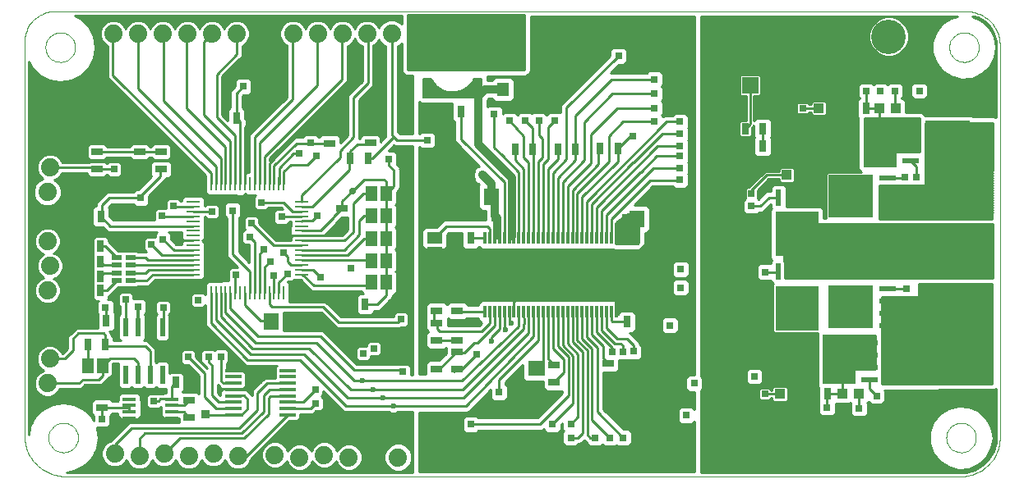
<source format=gtl>
G75*
%MOIN*%
%OFA0B0*%
%FSLAX24Y24*%
%IPPOS*%
%LPD*%
%AMOC8*
5,1,8,0,0,1.08239X$1,22.5*
%
%ADD10C,0.0000*%
%ADD11R,0.0472X0.0315*%
%ADD12C,0.0740*%
%ADD13R,0.0580X0.0110*%
%ADD14R,0.0110X0.0580*%
%ADD15R,0.0315X0.0472*%
%ADD16R,0.0500X0.0579*%
%ADD17R,0.0630X0.0709*%
%ADD18R,0.0709X0.0630*%
%ADD19R,0.0460X0.0630*%
%ADD20R,0.0394X0.0197*%
%ADD21R,0.0220X0.0780*%
%ADD22R,0.0098X0.0098*%
%ADD23C,0.0050*%
%ADD24C,0.1400*%
%ADD25C,0.0650*%
%ADD26R,0.0650X0.0650*%
%ADD27R,0.1380X0.2000*%
%ADD28R,0.0650X0.0236*%
%ADD29R,0.1811X0.1772*%
%ADD30R,0.0397X0.0397*%
%ADD31R,0.0236X0.0650*%
%ADD32R,0.1772X0.1811*%
%ADD33R,0.0800X0.0800*%
%ADD34C,0.0800*%
%ADD35R,0.0560X0.0170*%
%ADD36R,0.0660X0.0140*%
%ADD37R,0.0630X0.0460*%
%ADD38R,0.0433X0.0394*%
%ADD39C,0.0236*%
%ADD40R,0.0120X0.0500*%
%ADD41R,0.2500X0.1420*%
%ADD42C,0.0100*%
%ADD43R,0.0277X0.0277*%
%ADD44R,0.0320X0.0320*%
%ADD45C,0.0120*%
%ADD46C,0.0277*%
%ADD47C,0.0320*%
%ADD48C,0.0160*%
D10*
X001820Y000150D02*
X038130Y000150D01*
X037542Y001725D02*
X037544Y001774D01*
X037550Y001822D01*
X037560Y001870D01*
X037574Y001917D01*
X037591Y001963D01*
X037612Y002007D01*
X037637Y002049D01*
X037665Y002089D01*
X037697Y002127D01*
X037731Y002162D01*
X037768Y002194D01*
X037807Y002223D01*
X037849Y002249D01*
X037893Y002271D01*
X037938Y002289D01*
X037985Y002304D01*
X038032Y002315D01*
X038081Y002322D01*
X038130Y002325D01*
X038179Y002324D01*
X038227Y002319D01*
X038276Y002310D01*
X038323Y002297D01*
X038369Y002280D01*
X038413Y002260D01*
X038456Y002236D01*
X038497Y002209D01*
X038535Y002178D01*
X038571Y002145D01*
X038603Y002109D01*
X038633Y002070D01*
X038660Y002029D01*
X038683Y001985D01*
X038702Y001940D01*
X038718Y001894D01*
X038730Y001847D01*
X038738Y001798D01*
X038742Y001749D01*
X038742Y001701D01*
X038738Y001652D01*
X038730Y001603D01*
X038718Y001556D01*
X038702Y001510D01*
X038683Y001465D01*
X038660Y001421D01*
X038633Y001380D01*
X038603Y001341D01*
X038571Y001305D01*
X038535Y001272D01*
X038497Y001241D01*
X038456Y001214D01*
X038413Y001190D01*
X038369Y001170D01*
X038323Y001153D01*
X038276Y001140D01*
X038227Y001131D01*
X038179Y001126D01*
X038130Y001125D01*
X038081Y001128D01*
X038032Y001135D01*
X037985Y001146D01*
X037938Y001161D01*
X037893Y001179D01*
X037849Y001201D01*
X037807Y001227D01*
X037768Y001256D01*
X037731Y001288D01*
X037697Y001323D01*
X037665Y001361D01*
X037637Y001401D01*
X037612Y001443D01*
X037591Y001487D01*
X037574Y001533D01*
X037560Y001580D01*
X037550Y001628D01*
X037544Y001676D01*
X037542Y001725D01*
X038130Y000150D02*
X038208Y000152D01*
X038286Y000158D01*
X038363Y000167D01*
X038440Y000180D01*
X038516Y000198D01*
X038591Y000218D01*
X038665Y000243D01*
X038737Y000271D01*
X038809Y000302D01*
X038878Y000337D01*
X038946Y000376D01*
X039012Y000417D01*
X039075Y000462D01*
X039137Y000510D01*
X039196Y000561D01*
X039252Y000615D01*
X039306Y000671D01*
X039357Y000730D01*
X039405Y000792D01*
X039450Y000855D01*
X039491Y000921D01*
X039530Y000989D01*
X039565Y001058D01*
X039596Y001130D01*
X039624Y001202D01*
X039649Y001276D01*
X039669Y001351D01*
X039687Y001427D01*
X039700Y001504D01*
X039709Y001581D01*
X039715Y001659D01*
X039717Y001737D01*
X039717Y017683D01*
X039715Y017754D01*
X039710Y017826D01*
X039700Y017896D01*
X039687Y017967D01*
X039671Y018036D01*
X039650Y018104D01*
X039626Y018172D01*
X039599Y018238D01*
X039568Y018302D01*
X039534Y018365D01*
X039497Y018426D01*
X039456Y018485D01*
X039413Y018541D01*
X039367Y018596D01*
X039317Y018647D01*
X039266Y018697D01*
X039211Y018743D01*
X039155Y018786D01*
X039096Y018827D01*
X039035Y018864D01*
X038972Y018898D01*
X038908Y018929D01*
X038842Y018956D01*
X038774Y018980D01*
X038706Y019001D01*
X038637Y019017D01*
X038566Y019030D01*
X038496Y019040D01*
X038424Y019045D01*
X038353Y019047D01*
X038353Y019048D02*
X001380Y019048D01*
X001311Y019046D01*
X001242Y019040D01*
X001174Y019031D01*
X001106Y019017D01*
X001039Y019000D01*
X000974Y018979D01*
X000909Y018954D01*
X000846Y018926D01*
X000785Y018895D01*
X000726Y018859D01*
X000668Y018821D01*
X000613Y018780D01*
X000560Y018735D01*
X000510Y018688D01*
X000463Y018638D01*
X000418Y018585D01*
X000377Y018530D01*
X000339Y018472D01*
X000303Y018413D01*
X000272Y018352D01*
X000244Y018289D01*
X000219Y018224D01*
X000198Y018159D01*
X000181Y018092D01*
X000167Y018024D01*
X000158Y017956D01*
X000152Y017887D01*
X000150Y017818D01*
X000150Y001820D01*
X001125Y001725D02*
X001127Y001774D01*
X001133Y001822D01*
X001143Y001870D01*
X001157Y001917D01*
X001174Y001963D01*
X001195Y002007D01*
X001220Y002049D01*
X001248Y002089D01*
X001280Y002127D01*
X001314Y002162D01*
X001351Y002194D01*
X001390Y002223D01*
X001432Y002249D01*
X001476Y002271D01*
X001521Y002289D01*
X001568Y002304D01*
X001615Y002315D01*
X001664Y002322D01*
X001713Y002325D01*
X001762Y002324D01*
X001810Y002319D01*
X001859Y002310D01*
X001906Y002297D01*
X001952Y002280D01*
X001996Y002260D01*
X002039Y002236D01*
X002080Y002209D01*
X002118Y002178D01*
X002154Y002145D01*
X002186Y002109D01*
X002216Y002070D01*
X002243Y002029D01*
X002266Y001985D01*
X002285Y001940D01*
X002301Y001894D01*
X002313Y001847D01*
X002321Y001798D01*
X002325Y001749D01*
X002325Y001701D01*
X002321Y001652D01*
X002313Y001603D01*
X002301Y001556D01*
X002285Y001510D01*
X002266Y001465D01*
X002243Y001421D01*
X002216Y001380D01*
X002186Y001341D01*
X002154Y001305D01*
X002118Y001272D01*
X002080Y001241D01*
X002039Y001214D01*
X001996Y001190D01*
X001952Y001170D01*
X001906Y001153D01*
X001859Y001140D01*
X001810Y001131D01*
X001762Y001126D01*
X001713Y001125D01*
X001664Y001128D01*
X001615Y001135D01*
X001568Y001146D01*
X001521Y001161D01*
X001476Y001179D01*
X001432Y001201D01*
X001390Y001227D01*
X001351Y001256D01*
X001314Y001288D01*
X001280Y001323D01*
X001248Y001361D01*
X001220Y001401D01*
X001195Y001443D01*
X001174Y001487D01*
X001157Y001533D01*
X001143Y001580D01*
X001133Y001628D01*
X001127Y001676D01*
X001125Y001725D01*
X000150Y001820D02*
X000152Y001741D01*
X000158Y001661D01*
X000167Y001582D01*
X000180Y001504D01*
X000197Y001426D01*
X000218Y001350D01*
X000242Y001274D01*
X000270Y001199D01*
X000301Y001126D01*
X000336Y001055D01*
X000374Y000985D01*
X000415Y000917D01*
X000460Y000851D01*
X000507Y000788D01*
X000558Y000726D01*
X000611Y000668D01*
X000668Y000611D01*
X000726Y000558D01*
X000788Y000507D01*
X000851Y000460D01*
X000917Y000415D01*
X000985Y000374D01*
X001055Y000336D01*
X001126Y000301D01*
X001199Y000270D01*
X001274Y000242D01*
X001350Y000218D01*
X001426Y000197D01*
X001504Y000180D01*
X001582Y000167D01*
X001661Y000158D01*
X001741Y000152D01*
X001820Y000150D01*
X001007Y017591D02*
X001009Y017640D01*
X001015Y017688D01*
X001025Y017736D01*
X001039Y017783D01*
X001056Y017829D01*
X001077Y017873D01*
X001102Y017915D01*
X001130Y017955D01*
X001162Y017993D01*
X001196Y018028D01*
X001233Y018060D01*
X001272Y018089D01*
X001314Y018115D01*
X001358Y018137D01*
X001403Y018155D01*
X001450Y018170D01*
X001497Y018181D01*
X001546Y018188D01*
X001595Y018191D01*
X001644Y018190D01*
X001692Y018185D01*
X001741Y018176D01*
X001788Y018163D01*
X001834Y018146D01*
X001878Y018126D01*
X001921Y018102D01*
X001962Y018075D01*
X002000Y018044D01*
X002036Y018011D01*
X002068Y017975D01*
X002098Y017936D01*
X002125Y017895D01*
X002148Y017851D01*
X002167Y017806D01*
X002183Y017760D01*
X002195Y017713D01*
X002203Y017664D01*
X002207Y017615D01*
X002207Y017567D01*
X002203Y017518D01*
X002195Y017469D01*
X002183Y017422D01*
X002167Y017376D01*
X002148Y017331D01*
X002125Y017287D01*
X002098Y017246D01*
X002068Y017207D01*
X002036Y017171D01*
X002000Y017138D01*
X001962Y017107D01*
X001921Y017080D01*
X001878Y017056D01*
X001834Y017036D01*
X001788Y017019D01*
X001741Y017006D01*
X001692Y016997D01*
X001644Y016992D01*
X001595Y016991D01*
X001546Y016994D01*
X001497Y017001D01*
X001450Y017012D01*
X001403Y017027D01*
X001358Y017045D01*
X001314Y017067D01*
X001272Y017093D01*
X001233Y017122D01*
X001196Y017154D01*
X001162Y017189D01*
X001130Y017227D01*
X001102Y017267D01*
X001077Y017309D01*
X001056Y017353D01*
X001039Y017399D01*
X001025Y017446D01*
X001015Y017494D01*
X001009Y017542D01*
X001007Y017591D01*
X037660Y017591D02*
X037662Y017640D01*
X037668Y017688D01*
X037678Y017736D01*
X037692Y017783D01*
X037709Y017829D01*
X037730Y017873D01*
X037755Y017915D01*
X037783Y017955D01*
X037815Y017993D01*
X037849Y018028D01*
X037886Y018060D01*
X037925Y018089D01*
X037967Y018115D01*
X038011Y018137D01*
X038056Y018155D01*
X038103Y018170D01*
X038150Y018181D01*
X038199Y018188D01*
X038248Y018191D01*
X038297Y018190D01*
X038345Y018185D01*
X038394Y018176D01*
X038441Y018163D01*
X038487Y018146D01*
X038531Y018126D01*
X038574Y018102D01*
X038615Y018075D01*
X038653Y018044D01*
X038689Y018011D01*
X038721Y017975D01*
X038751Y017936D01*
X038778Y017895D01*
X038801Y017851D01*
X038820Y017806D01*
X038836Y017760D01*
X038848Y017713D01*
X038856Y017664D01*
X038860Y017615D01*
X038860Y017567D01*
X038856Y017518D01*
X038848Y017469D01*
X038836Y017422D01*
X038820Y017376D01*
X038801Y017331D01*
X038778Y017287D01*
X038751Y017246D01*
X038721Y017207D01*
X038689Y017171D01*
X038653Y017138D01*
X038615Y017107D01*
X038574Y017080D01*
X038531Y017056D01*
X038487Y017036D01*
X038441Y017019D01*
X038394Y017006D01*
X038345Y016997D01*
X038297Y016992D01*
X038248Y016991D01*
X038199Y016994D01*
X038150Y017001D01*
X038103Y017012D01*
X038056Y017027D01*
X038011Y017045D01*
X037967Y017067D01*
X037925Y017093D01*
X037886Y017122D01*
X037849Y017154D01*
X037815Y017189D01*
X037783Y017227D01*
X037755Y017267D01*
X037730Y017309D01*
X037709Y017353D01*
X037692Y017399D01*
X037678Y017446D01*
X037668Y017494D01*
X037662Y017542D01*
X037660Y017591D01*
D11*
X017701Y007587D03*
X016870Y007587D03*
X016870Y006878D03*
X016874Y006390D03*
X017701Y006390D03*
X017701Y006878D03*
X017701Y005681D03*
X016874Y005681D03*
X016874Y005205D03*
X017697Y005205D03*
X017697Y004496D03*
X016874Y004496D03*
X021638Y004693D03*
X021638Y003985D03*
X023823Y004036D03*
X023823Y004744D03*
X013040Y010335D03*
X013040Y011044D03*
X012532Y013689D03*
X012532Y014398D03*
X014178Y014410D03*
X014178Y013701D03*
X005701Y013339D03*
X004827Y013339D03*
X004827Y012630D03*
X005701Y012630D03*
X003103Y012630D03*
X003103Y013339D03*
X003300Y003654D03*
X003300Y002945D03*
X006843Y003260D03*
X006843Y002552D03*
D12*
X006811Y000977D03*
X005811Y001077D03*
X004811Y000977D03*
X003811Y001077D03*
X007811Y001077D03*
X008811Y000977D03*
X010307Y001027D03*
X011307Y000927D03*
X012307Y001027D03*
X013307Y000927D03*
X014307Y001027D03*
X015307Y000927D03*
X001084Y003930D03*
X001184Y004930D03*
X001084Y005930D03*
X001084Y007705D03*
X001184Y008705D03*
X001084Y009705D03*
X001184Y010705D03*
X001084Y011705D03*
X001184Y012705D03*
X003752Y018142D03*
X004752Y018142D03*
X005752Y018142D03*
X006752Y018142D03*
X007752Y018142D03*
X008752Y018142D03*
X010048Y018142D03*
X011048Y018142D03*
X012048Y018142D03*
X013048Y018142D03*
X014048Y018142D03*
X015048Y018142D03*
D13*
X011407Y011315D03*
X011407Y011115D03*
X011407Y010915D03*
X011407Y010725D03*
X011407Y010525D03*
X011407Y010325D03*
X011407Y010135D03*
X011407Y009935D03*
X011407Y009735D03*
X011407Y009535D03*
X011407Y009345D03*
X011407Y009145D03*
X011407Y008945D03*
X011407Y008755D03*
X011407Y008555D03*
X011407Y008355D03*
X006987Y008355D03*
X006987Y008555D03*
X006987Y008755D03*
X006987Y008945D03*
X006987Y009145D03*
X006987Y009345D03*
X006987Y009535D03*
X006987Y009735D03*
X006987Y009935D03*
X006987Y010135D03*
X006987Y010325D03*
X006987Y010525D03*
X006987Y010725D03*
X006987Y010915D03*
X006987Y011115D03*
X006987Y011315D03*
D14*
X007717Y012045D03*
X007917Y012045D03*
X008117Y012045D03*
X008307Y012045D03*
X008507Y012045D03*
X008707Y012045D03*
X008897Y012045D03*
X009097Y012045D03*
X009297Y012045D03*
X009497Y012045D03*
X009687Y012045D03*
X009887Y012045D03*
X010087Y012045D03*
X010277Y012045D03*
X010477Y012045D03*
X010677Y012045D03*
X010677Y007625D03*
X010477Y007625D03*
X010277Y007625D03*
X010087Y007625D03*
X009887Y007625D03*
X009687Y007625D03*
X009497Y007625D03*
X009297Y007625D03*
X009097Y007625D03*
X008897Y007625D03*
X008707Y007625D03*
X008507Y007625D03*
X008307Y007625D03*
X008117Y007625D03*
X007917Y007625D03*
X007717Y007625D03*
D15*
X003473Y006465D03*
X002764Y006465D03*
X002729Y005516D03*
X003437Y005516D03*
X006284Y003961D03*
X006993Y003961D03*
X013260Y007134D03*
X013969Y007134D03*
X017540Y009835D03*
X018248Y009835D03*
X018520Y010733D03*
X019229Y010733D03*
X014083Y013075D03*
X013374Y013075D03*
X009457Y014717D03*
X008748Y014717D03*
X003248Y010717D03*
X002540Y010717D03*
X002532Y009520D03*
X003241Y009520D03*
X003241Y008878D03*
X002532Y008878D03*
X002532Y008288D03*
X003241Y008288D03*
X003241Y007697D03*
X002532Y007697D03*
X017851Y014985D03*
X018559Y014985D03*
X020052Y013457D03*
X020760Y013457D03*
X021788Y013457D03*
X022496Y013457D03*
X023504Y013469D03*
X024213Y013469D03*
X029390Y013567D03*
X030099Y013567D03*
X030095Y014276D03*
X029386Y014276D03*
X033583Y015111D03*
X034292Y015111D03*
X025559Y009843D03*
X024851Y009843D03*
X024583Y006430D03*
X025292Y006430D03*
X032004Y003496D03*
X032713Y003496D03*
D16*
X021260Y015878D03*
X019567Y015878D03*
D17*
X019926Y017855D03*
X021028Y017855D03*
X019083Y011520D03*
X017981Y011520D03*
X025008Y010615D03*
X026111Y010615D03*
X026930Y009508D03*
X028032Y009508D03*
X016540Y002091D03*
X015437Y002091D03*
X011276Y006453D03*
X010174Y006453D03*
D18*
X020918Y004544D03*
X020918Y003441D03*
D19*
X014820Y008032D03*
X014220Y008032D03*
X014220Y008922D03*
X014820Y008922D03*
X014820Y009827D03*
X014220Y009827D03*
X014220Y010733D03*
X014820Y010733D03*
X014820Y011646D03*
X014220Y011646D03*
X003328Y004646D03*
X002728Y004646D03*
D20*
X003910Y008103D03*
X003910Y008418D03*
X003910Y008733D03*
X003910Y009048D03*
X004461Y009048D03*
X004461Y008733D03*
X004461Y008418D03*
X004461Y008103D03*
D21*
X004254Y006214D03*
X004754Y006214D03*
X005254Y006214D03*
X005754Y006214D03*
X005754Y004274D03*
X005254Y004274D03*
X004754Y004274D03*
X004254Y004274D03*
D22*
X017524Y015658D03*
X017508Y017792D03*
D23*
X017449Y017670D02*
X017288Y017646D01*
X017122Y017587D01*
X016961Y017496D01*
X016863Y017410D01*
X016788Y017331D01*
X016689Y017201D01*
X016646Y017111D01*
X016335Y017111D01*
X016335Y017898D01*
X018697Y017898D01*
X018697Y017111D01*
X018382Y017111D01*
X018315Y017241D01*
X018166Y017418D01*
X018016Y017532D01*
X017831Y017619D01*
X017642Y017666D01*
X017449Y017670D01*
X017373Y017659D02*
X016335Y017659D01*
X016335Y017707D02*
X018697Y017707D01*
X018697Y017659D02*
X017671Y017659D01*
X017849Y017610D02*
X018697Y017610D01*
X018697Y017562D02*
X017953Y017562D01*
X018041Y017513D02*
X018697Y017513D01*
X018697Y017465D02*
X018104Y017465D01*
X018167Y017416D02*
X018697Y017416D01*
X018697Y017368D02*
X018208Y017368D01*
X018249Y017319D02*
X018697Y017319D01*
X018697Y017271D02*
X018290Y017271D01*
X018325Y017222D02*
X018697Y017222D01*
X018697Y017174D02*
X018350Y017174D01*
X018375Y017125D02*
X018697Y017125D01*
X018697Y017756D02*
X016335Y017756D01*
X016335Y017804D02*
X018697Y017804D01*
X018697Y017853D02*
X016335Y017853D01*
X016335Y017610D02*
X017187Y017610D01*
X017077Y017562D02*
X016335Y017562D01*
X016335Y017513D02*
X016991Y017513D01*
X016925Y017465D02*
X016335Y017465D01*
X016335Y017416D02*
X016870Y017416D01*
X016822Y017368D02*
X016335Y017368D01*
X016335Y017319D02*
X016779Y017319D01*
X016742Y017271D02*
X016335Y017271D01*
X016335Y017222D02*
X016705Y017222D01*
X016676Y017174D02*
X016335Y017174D01*
X016335Y017125D02*
X016653Y017125D01*
X016646Y016323D02*
X016335Y016323D01*
X016335Y015536D01*
X018697Y015536D01*
X018697Y016323D01*
X018382Y016323D01*
X018315Y016193D01*
X018166Y016016D01*
X018016Y015902D01*
X017831Y015815D01*
X017642Y015768D01*
X017449Y015764D01*
X017288Y015788D01*
X017122Y015847D01*
X016961Y015937D01*
X016863Y016024D01*
X016788Y016103D01*
X016689Y016233D01*
X016646Y016323D01*
X016657Y016301D02*
X016335Y016301D01*
X016335Y016252D02*
X016680Y016252D01*
X016711Y016204D02*
X016335Y016204D01*
X016335Y016155D02*
X016748Y016155D01*
X016785Y016107D02*
X016335Y016107D01*
X016335Y016058D02*
X016830Y016058D01*
X016879Y016010D02*
X016335Y016010D01*
X016335Y015961D02*
X016934Y015961D01*
X017005Y015913D02*
X016335Y015913D01*
X016335Y015864D02*
X017092Y015864D01*
X017210Y015816D02*
X016335Y015816D01*
X016335Y015767D02*
X017429Y015767D01*
X017592Y015767D02*
X018697Y015767D01*
X018697Y015719D02*
X016335Y015719D01*
X016335Y015670D02*
X018697Y015670D01*
X018697Y015622D02*
X016335Y015622D01*
X016335Y015573D02*
X018697Y015573D01*
X018697Y015816D02*
X017832Y015816D01*
X017935Y015864D02*
X018697Y015864D01*
X018697Y015913D02*
X018030Y015913D01*
X018094Y015961D02*
X018697Y015961D01*
X018697Y016010D02*
X018157Y016010D01*
X018201Y016058D02*
X018697Y016058D01*
X018697Y016107D02*
X018242Y016107D01*
X018283Y016155D02*
X018697Y016155D01*
X018697Y016204D02*
X018321Y016204D01*
X018346Y016252D02*
X018697Y016252D01*
X018697Y016301D02*
X018371Y016301D01*
D24*
X033205Y018024D03*
X035205Y018024D03*
D25*
X029580Y018037D03*
D26*
X029580Y016037D03*
D27*
X033231Y013721D03*
X034861Y013721D03*
X033208Y004902D03*
X031578Y004902D03*
D28*
X034418Y005085D03*
X034418Y005585D03*
X035170Y006290D03*
X035170Y006790D03*
X035170Y007290D03*
X035170Y007790D03*
X035170Y010778D03*
X035170Y011278D03*
X035170Y011778D03*
X035170Y012278D03*
X036083Y012983D03*
X036083Y013483D03*
X036083Y013983D03*
X036083Y014483D03*
X034418Y004585D03*
X034418Y004085D03*
D29*
X035914Y004835D03*
X033674Y007040D03*
X033674Y011528D03*
X037579Y013733D03*
D30*
X037626Y013733D03*
X037126Y013733D03*
X037126Y014233D03*
X037626Y014233D03*
X038126Y014233D03*
X038126Y013733D03*
X038126Y013233D03*
X037626Y013233D03*
X037126Y013233D03*
X034126Y012028D03*
X033626Y012028D03*
X033126Y012028D03*
X033126Y011528D03*
X033626Y011528D03*
X033626Y011028D03*
X033126Y011028D03*
X034126Y011028D03*
X034126Y011528D03*
X031981Y010449D03*
X031481Y010449D03*
X030981Y010449D03*
X030981Y009949D03*
X031481Y009949D03*
X031981Y009949D03*
X031981Y009449D03*
X031481Y009449D03*
X030981Y009449D03*
X033126Y007540D03*
X033626Y007540D03*
X034126Y007540D03*
X034126Y007040D03*
X033626Y007040D03*
X033126Y007040D03*
X033126Y006540D03*
X033626Y006540D03*
X034126Y006540D03*
X035461Y005335D03*
X035961Y005335D03*
X036461Y005335D03*
X036461Y004835D03*
X035961Y004835D03*
X035461Y004835D03*
X035461Y004335D03*
X035961Y004335D03*
X036461Y004335D03*
X031981Y006433D03*
X031481Y006433D03*
X030981Y006433D03*
X030981Y006933D03*
X031481Y006933D03*
X031981Y006933D03*
X031981Y007433D03*
X031481Y007433D03*
X030981Y007433D03*
D31*
X031231Y008477D03*
X031731Y008477D03*
X032231Y008477D03*
X030731Y008477D03*
X030731Y011493D03*
X031231Y011493D03*
X031731Y011493D03*
X032231Y011493D03*
D32*
X031481Y009996D03*
X031481Y006981D03*
D33*
X038721Y011292D03*
D34*
X038721Y009323D03*
X038721Y007355D03*
D35*
X006128Y003286D03*
X006128Y003036D03*
X006128Y002776D03*
X006128Y002526D03*
X004408Y002526D03*
X004408Y002776D03*
X004408Y003036D03*
X004408Y003286D03*
D36*
X008619Y003176D03*
X008619Y003426D03*
X008619Y003686D03*
X008619Y003936D03*
X008619Y004196D03*
X008619Y004456D03*
X010839Y004456D03*
X010839Y004196D03*
X010839Y003936D03*
X010839Y003686D03*
X010839Y003426D03*
X010839Y003176D03*
X010839Y002916D03*
X010839Y002656D03*
X008619Y002656D03*
X008619Y002916D03*
D37*
X016780Y009228D03*
X016780Y009828D03*
D38*
X031075Y012394D03*
X031744Y012394D03*
X032374Y015111D03*
X033044Y015111D03*
X034815Y015111D03*
X035485Y015111D03*
X033989Y003496D03*
X033319Y003496D03*
X031469Y003496D03*
X030800Y003496D03*
D39*
X019902Y006363D03*
X019658Y006107D03*
X019079Y005650D03*
X014685Y003339D03*
X014292Y003681D03*
X013863Y004036D03*
X015111Y003004D03*
D40*
X018829Y006839D03*
X019029Y006839D03*
X019229Y006839D03*
X019419Y006839D03*
X019619Y006839D03*
X019819Y006839D03*
X020009Y006839D03*
X020209Y006839D03*
X020409Y006839D03*
X020599Y006839D03*
X020799Y006839D03*
X020999Y006839D03*
X021189Y006839D03*
X021389Y006839D03*
X021589Y006839D03*
X021789Y006839D03*
X021979Y006839D03*
X022179Y006839D03*
X022379Y006839D03*
X022569Y006839D03*
X022769Y006839D03*
X022969Y006839D03*
X023159Y006839D03*
X023359Y006839D03*
X023559Y006839D03*
X023749Y006839D03*
X023949Y006839D03*
X024149Y006839D03*
X024149Y009839D03*
X023949Y009839D03*
X023749Y009839D03*
X023559Y009839D03*
X023359Y009839D03*
X023159Y009839D03*
X022969Y009839D03*
X022769Y009839D03*
X022569Y009839D03*
X022379Y009839D03*
X022179Y009839D03*
X021979Y009839D03*
X021789Y009839D03*
X021589Y009839D03*
X021389Y009839D03*
X021189Y009839D03*
X020999Y009839D03*
X020799Y009839D03*
X020599Y009839D03*
X020409Y009839D03*
X020209Y009839D03*
X020009Y009839D03*
X019819Y009839D03*
X019619Y009839D03*
X019419Y009839D03*
X019229Y009839D03*
X019029Y009839D03*
X018829Y009839D03*
D41*
X021489Y008339D03*
D42*
X020032Y007879D02*
X020032Y007473D01*
X020009Y007473D01*
X020009Y006839D01*
X019819Y006839D02*
X019819Y006466D01*
X019926Y006359D01*
X019933Y006351D01*
X019910Y006351D01*
X019902Y006359D01*
X019906Y006359D01*
X019926Y006359D01*
X019910Y006363D02*
X019906Y006359D01*
X019902Y006355D01*
X019902Y006359D01*
X019902Y006355D02*
X019894Y006363D01*
X019906Y006363D01*
X019910Y006367D01*
X019910Y006363D01*
X019902Y006355D02*
X019906Y006351D01*
X019910Y006351D01*
X020197Y006464D02*
X020197Y006464D01*
X020197Y006233D01*
X017886Y004040D01*
X013867Y004040D01*
X013865Y004039D01*
X013864Y004038D01*
X013863Y004036D01*
X013532Y004036D01*
X011985Y005583D01*
X009520Y005583D01*
X008307Y006796D01*
X008307Y007625D01*
X008117Y007625D02*
X008117Y006632D01*
X009402Y005347D01*
X011705Y005347D01*
X013378Y003674D01*
X014382Y003674D01*
X014292Y003681D01*
X014382Y003674D02*
X017941Y003674D01*
X020410Y006142D01*
X020410Y006355D01*
X020413Y006357D01*
X020409Y006839D01*
X020599Y006839D02*
X020599Y006264D01*
X020599Y006264D01*
X020599Y005981D01*
X017957Y003339D01*
X014685Y003339D01*
X013260Y003339D01*
X011489Y005111D01*
X009323Y005111D01*
X007917Y006517D01*
X007917Y007625D01*
X007717Y007625D02*
X007717Y006362D01*
X009205Y004874D01*
X011311Y004874D01*
X013181Y003004D01*
X015111Y003004D01*
X018056Y003004D01*
X020800Y005847D01*
X020800Y006140D01*
X020799Y006141D01*
X020799Y006839D01*
X020999Y006839D02*
X020999Y005684D01*
X019402Y004087D01*
X019402Y003575D01*
X019751Y003598D02*
X021957Y003598D01*
X021957Y003617D02*
X021957Y003549D01*
X020944Y002536D01*
X018575Y002536D01*
X018486Y002625D01*
X018035Y002625D01*
X017911Y002502D01*
X017911Y002050D01*
X018035Y001927D01*
X018486Y001927D01*
X018575Y002016D01*
X021103Y002016D01*
X021199Y002056D01*
X021219Y002075D01*
X021219Y002050D01*
X021342Y001927D01*
X021793Y001927D01*
X021916Y002050D01*
X021916Y002257D01*
X021967Y002308D01*
X021967Y002050D01*
X022016Y002000D01*
X021967Y001951D01*
X021967Y001499D01*
X022090Y001376D01*
X022541Y001376D01*
X022630Y001465D01*
X022643Y001465D01*
X022738Y001504D01*
X022811Y001578D01*
X022847Y001613D01*
X022882Y001578D01*
X022951Y001509D01*
X022951Y001499D01*
X023074Y001376D01*
X023525Y001376D01*
X023595Y001446D01*
X023664Y001376D01*
X024116Y001376D01*
X024166Y001426D01*
X024216Y001376D01*
X024667Y001376D01*
X024790Y001499D01*
X024790Y001951D01*
X024667Y002074D01*
X024460Y002074D01*
X023642Y002892D01*
X023642Y004377D01*
X024146Y004377D01*
X024269Y004500D01*
X024269Y004876D01*
X024651Y004876D01*
X024655Y004880D01*
X025080Y004880D01*
X025203Y005003D01*
X025203Y005454D01*
X025107Y005551D01*
X025075Y005628D01*
X025002Y005701D01*
X024811Y005892D01*
X024738Y005965D01*
X024694Y005983D01*
X024828Y005983D01*
X024951Y006106D01*
X024951Y006753D01*
X024828Y006876D01*
X024339Y006876D01*
X024219Y006756D01*
X024219Y007176D01*
X024096Y007299D01*
X020062Y007299D01*
X020014Y007251D01*
X019966Y007299D01*
X018682Y007299D01*
X018559Y007176D01*
X018559Y007099D01*
X018147Y007099D01*
X018147Y007123D01*
X018024Y007246D01*
X017378Y007246D01*
X017286Y007154D01*
X017194Y007246D01*
X016547Y007246D01*
X016424Y007123D01*
X016424Y006634D01*
X016428Y006630D01*
X016428Y006146D01*
X016538Y006036D01*
X016428Y005926D01*
X016428Y005437D01*
X016551Y005314D01*
X017198Y005314D01*
X017251Y005367D01*
X017251Y005141D01*
X016957Y004864D01*
X016551Y004864D01*
X016428Y004741D01*
X016428Y004300D01*
X016158Y004300D01*
X016158Y013551D01*
X016174Y013551D01*
X016263Y013463D01*
X016714Y013463D01*
X016837Y013586D01*
X016837Y014037D01*
X016714Y014160D01*
X016263Y014160D01*
X016174Y014071D01*
X016158Y014071D01*
X016158Y015380D01*
X016238Y015301D01*
X017483Y015301D01*
X017483Y014661D01*
X017606Y014538D01*
X017607Y014538D01*
X017607Y013799D01*
X017646Y013704D01*
X017719Y013630D01*
X018607Y012743D01*
X018507Y012743D01*
X018384Y012620D01*
X018384Y012519D01*
X018363Y012468D01*
X018363Y012320D01*
X018384Y012269D01*
X018384Y012168D01*
X018507Y012045D01*
X018558Y012045D01*
X018600Y012003D01*
X018558Y011961D01*
X018558Y011079D01*
X018681Y010956D01*
X018859Y010956D01*
X018859Y010659D01*
X018861Y010653D01*
X018861Y010564D01*
X017204Y010564D01*
X017108Y010524D01*
X016852Y010268D01*
X016378Y010268D01*
X016255Y010145D01*
X016255Y009511D01*
X016378Y009388D01*
X017182Y009388D01*
X017305Y009511D01*
X017305Y009985D01*
X017363Y010044D01*
X017881Y010044D01*
X017881Y009512D01*
X018004Y009389D01*
X018493Y009389D01*
X018582Y009478D01*
X018682Y009379D01*
X024021Y009379D01*
X024071Y009359D01*
X025068Y009359D01*
X025163Y009398D01*
X025239Y009474D01*
X025275Y009510D01*
X025276Y009510D01*
X025276Y009511D01*
X025296Y009558D01*
X025315Y009605D01*
X025315Y009606D01*
X025316Y009606D01*
X025316Y009657D01*
X025317Y010050D01*
X025410Y010050D01*
X025533Y010173D01*
X025533Y011056D01*
X025410Y011179D01*
X024885Y011179D01*
X025636Y011929D01*
X026430Y011929D01*
X026511Y011849D01*
X026962Y011849D01*
X027085Y011972D01*
X027085Y012423D01*
X027065Y012443D01*
X027085Y012464D01*
X027085Y012915D01*
X027075Y012926D01*
X027085Y012936D01*
X027085Y013797D01*
X027065Y013817D01*
X027085Y013838D01*
X027085Y014289D01*
X027061Y014313D01*
X027085Y014338D01*
X027085Y014789D01*
X026962Y014912D01*
X026511Y014912D01*
X026422Y014823D01*
X026153Y014823D01*
X026058Y014784D01*
X026050Y014776D01*
X026050Y014789D01*
X026002Y014837D01*
X026050Y014885D01*
X026050Y015336D01*
X025980Y015406D01*
X026050Y015475D01*
X026050Y015927D01*
X025980Y015996D01*
X026050Y016066D01*
X026050Y016517D01*
X025927Y016640D01*
X025475Y016640D01*
X025387Y016552D01*
X023927Y016552D01*
X024263Y016888D01*
X024470Y016888D01*
X024593Y017011D01*
X024593Y017462D01*
X024470Y017585D01*
X024019Y017585D01*
X023896Y017462D01*
X023896Y017256D01*
X021918Y015278D01*
X021878Y015182D01*
X021878Y014941D01*
X021872Y014948D01*
X021420Y014948D01*
X021331Y014858D01*
X021242Y014948D01*
X020790Y014948D01*
X020741Y014898D01*
X020691Y014948D01*
X020239Y014948D01*
X020150Y014858D01*
X020061Y014948D01*
X019609Y014948D01*
X019554Y014892D01*
X019554Y015100D01*
X019431Y015223D01*
X018979Y015223D01*
X018929Y015173D01*
X018929Y015436D01*
X018932Y015438D01*
X018932Y015448D01*
X018992Y015508D01*
X019107Y015508D01*
X019107Y015502D01*
X019230Y015379D01*
X019904Y015379D01*
X020027Y015502D01*
X020027Y016255D01*
X019904Y016378D01*
X019230Y016378D01*
X019107Y016255D01*
X019107Y016248D01*
X018932Y016248D01*
X018932Y016421D01*
X018927Y016425D01*
X020477Y016425D01*
X020573Y016465D01*
X020646Y016538D01*
X020686Y016634D01*
X020686Y018838D01*
X027315Y018838D01*
X027315Y004278D01*
X027090Y004278D01*
X026967Y004155D01*
X026967Y003704D01*
X027090Y003581D01*
X027315Y003581D01*
X027315Y002890D01*
X027226Y002979D01*
X026775Y002979D01*
X026652Y002856D01*
X026652Y002405D01*
X026775Y002282D01*
X027226Y002282D01*
X027315Y002371D01*
X027315Y000360D01*
X016158Y000360D01*
X016158Y002744D01*
X018006Y002744D01*
X018008Y002743D01*
X018058Y002744D01*
X018107Y002744D01*
X018109Y002745D01*
X018112Y002745D01*
X018157Y002765D01*
X018203Y002784D01*
X018204Y002786D01*
X018207Y002787D01*
X018241Y002822D01*
X018276Y002857D01*
X018277Y002859D01*
X019053Y003663D01*
X019053Y003349D01*
X019176Y003226D01*
X019628Y003226D01*
X019751Y003349D01*
X019751Y003801D01*
X019662Y003890D01*
X019662Y003979D01*
X020353Y004671D01*
X020353Y004142D01*
X020476Y004019D01*
X021192Y004019D01*
X021192Y003740D01*
X021315Y003617D01*
X021957Y003617D01*
X021907Y003499D02*
X019751Y003499D01*
X019751Y003401D02*
X021808Y003401D01*
X021710Y003302D02*
X019703Y003302D01*
X019101Y003302D02*
X018704Y003302D01*
X018609Y003204D02*
X021611Y003204D01*
X021513Y003105D02*
X018514Y003105D01*
X018419Y003007D02*
X021414Y003007D01*
X021316Y002908D02*
X018324Y002908D01*
X018229Y002810D02*
X021217Y002810D01*
X021119Y002711D02*
X016158Y002711D01*
X016158Y002613D02*
X018022Y002613D01*
X017924Y002514D02*
X016158Y002514D01*
X016158Y002416D02*
X017911Y002416D01*
X017911Y002317D02*
X016158Y002317D01*
X016158Y002219D02*
X017911Y002219D01*
X017911Y002120D02*
X016158Y002120D01*
X016158Y002022D02*
X017940Y002022D01*
X018260Y002276D02*
X021052Y002276D01*
X022217Y003441D01*
X022217Y003823D01*
X022221Y003827D01*
X022221Y004996D01*
X021789Y005429D01*
X021789Y006839D01*
X021979Y006839D02*
X021979Y005479D01*
X022410Y005048D01*
X022410Y003119D01*
X021567Y002276D01*
X021916Y002219D02*
X021967Y002219D01*
X021967Y002120D02*
X021916Y002120D01*
X021887Y002022D02*
X021995Y002022D01*
X021967Y001923D02*
X016158Y001923D01*
X016158Y001825D02*
X021967Y001825D01*
X021967Y001726D02*
X016158Y001726D01*
X016158Y001628D02*
X021967Y001628D01*
X021967Y001529D02*
X016158Y001529D01*
X016158Y001431D02*
X022035Y001431D01*
X022315Y001725D02*
X022591Y001725D01*
X022788Y001922D01*
X022788Y005193D01*
X022792Y005197D01*
X022379Y005610D01*
X022379Y006839D01*
X022569Y006839D02*
X022569Y005680D01*
X022985Y005264D01*
X022985Y001843D01*
X023103Y001725D01*
X023300Y001725D01*
X023580Y001431D02*
X023610Y001431D01*
X023890Y001725D02*
X023166Y002449D01*
X023166Y005331D01*
X022769Y005728D01*
X022769Y006839D01*
X022969Y006839D02*
X022969Y005796D01*
X023382Y005382D01*
X023382Y002784D01*
X024441Y001725D01*
X024790Y001726D02*
X027315Y001726D01*
X027315Y001628D02*
X024790Y001628D01*
X024790Y001529D02*
X027315Y001529D01*
X027315Y001431D02*
X024722Y001431D01*
X024790Y001825D02*
X027315Y001825D01*
X027315Y001923D02*
X024790Y001923D01*
X024719Y002022D02*
X027315Y002022D01*
X027315Y002120D02*
X024414Y002120D01*
X024315Y002219D02*
X027315Y002219D01*
X027315Y002317D02*
X027262Y002317D01*
X027591Y002317D02*
X036984Y002317D01*
X036994Y002346D02*
X036855Y001940D01*
X036855Y001510D01*
X036994Y001104D01*
X036994Y001104D01*
X037258Y000765D01*
X037258Y000765D01*
X037258Y000765D01*
X037618Y000530D01*
X038034Y000424D01*
X038034Y000424D01*
X038462Y000460D01*
X038856Y000632D01*
X039172Y000923D01*
X039172Y000923D01*
X039376Y001301D01*
X039447Y001725D01*
X039376Y002149D01*
X039172Y002526D01*
X039172Y002526D01*
X038856Y002817D01*
X038856Y002817D01*
X038462Y002990D01*
X038034Y003025D01*
X037618Y002920D01*
X037618Y002920D01*
X037258Y002685D01*
X037258Y002685D01*
X037258Y002685D01*
X036994Y002346D01*
X036994Y002346D01*
X037049Y002416D02*
X027591Y002416D01*
X027591Y002514D02*
X037125Y002514D01*
X037202Y002613D02*
X034275Y002613D01*
X034230Y002567D02*
X034347Y002684D01*
X034347Y003127D01*
X034331Y003143D01*
X034381Y003193D01*
X034495Y003079D01*
X034939Y003079D01*
X035056Y003196D01*
X035056Y003639D01*
X035035Y003660D01*
X039353Y003664D01*
X039403Y003664D01*
X039452Y003664D01*
X039452Y003664D01*
X039452Y003664D01*
X039498Y003683D01*
X039544Y003702D01*
X039567Y003725D01*
X039567Y001737D01*
X039555Y001549D01*
X039458Y001187D01*
X039270Y000862D01*
X039005Y000597D01*
X038680Y000409D01*
X038317Y000312D01*
X038130Y000300D01*
X027591Y000300D01*
X027591Y003645D01*
X027654Y003708D01*
X027654Y004151D01*
X027591Y004214D01*
X027591Y018851D01*
X037992Y018851D01*
X037736Y018786D01*
X037376Y018551D01*
X037113Y018212D01*
X036973Y017806D01*
X036973Y017376D01*
X037113Y016970D01*
X037376Y016631D01*
X037376Y016631D01*
X037376Y016631D01*
X037736Y016396D01*
X038152Y016290D01*
X038581Y016326D01*
X038974Y016498D01*
X039290Y016789D01*
X039290Y016789D01*
X039495Y017167D01*
X039565Y017591D01*
X039495Y018015D01*
X039290Y018392D01*
X039290Y018392D01*
X038974Y018683D01*
X038593Y018851D01*
X038647Y018851D01*
X038817Y018805D01*
X039092Y018647D01*
X039316Y018423D01*
X039474Y018148D01*
X039557Y017842D01*
X039567Y017683D01*
X039550Y017683D01*
X039567Y017683D02*
X039567Y014732D01*
X039564Y014736D01*
X039563Y014736D01*
X039563Y014736D01*
X039517Y014755D01*
X039472Y014774D01*
X039471Y014774D01*
X039422Y014774D01*
X039373Y014774D01*
X039372Y014774D01*
X038614Y014772D01*
X038567Y014819D01*
X036673Y014819D01*
X036661Y014847D01*
X036661Y014847D01*
X036661Y014847D01*
X036626Y014882D01*
X036591Y014917D01*
X036591Y014917D01*
X036590Y014917D01*
X036545Y014936D01*
X036499Y014955D01*
X036499Y014955D01*
X036498Y014955D01*
X036449Y014955D01*
X036399Y014955D01*
X035901Y014954D01*
X035901Y015390D01*
X035784Y015507D01*
X035715Y015507D01*
X035715Y015509D01*
X035804Y015598D01*
X035804Y016041D01*
X035687Y016158D01*
X035243Y016158D01*
X035170Y016084D01*
X035096Y016158D01*
X034653Y016158D01*
X034579Y016084D01*
X034505Y016158D01*
X034062Y016158D01*
X033945Y016041D01*
X033945Y015598D01*
X034024Y015519D01*
X033934Y015430D01*
X033934Y014792D01*
X033971Y014755D01*
X033971Y012638D01*
X034086Y012524D01*
X032723Y012524D01*
X032658Y012459D01*
X032658Y010648D01*
X032567Y010648D01*
X032567Y010985D01*
X032449Y011102D01*
X031049Y011102D01*
X031049Y011900D01*
X030932Y012017D01*
X030530Y012017D01*
X030413Y011900D01*
X030413Y011739D01*
X030297Y011739D01*
X030205Y011701D01*
X030135Y011630D01*
X029919Y011414D01*
X029879Y011454D01*
X029887Y011462D01*
X029887Y011787D01*
X030334Y012234D01*
X030749Y012234D01*
X030749Y012152D01*
X030813Y012087D01*
X031337Y012087D01*
X031402Y012152D01*
X031402Y012637D01*
X031337Y012701D01*
X030813Y012701D01*
X030749Y012637D01*
X030749Y012554D01*
X030202Y012554D01*
X030108Y012460D01*
X029543Y011895D01*
X029454Y011895D01*
X029389Y011830D01*
X029389Y011462D01*
X029397Y011454D01*
X029299Y011356D01*
X029299Y010913D01*
X029417Y010796D01*
X029860Y010796D01*
X029949Y010884D01*
X030042Y010884D01*
X030134Y010922D01*
X030413Y011201D01*
X030413Y011085D01*
X030454Y011044D01*
X030395Y010985D01*
X030197Y010985D01*
X030295Y011084D02*
X030414Y011084D01*
X030413Y011182D02*
X030394Y011182D01*
X030395Y010985D02*
X030395Y009008D01*
X030466Y008937D01*
X030413Y008884D01*
X030413Y008794D01*
X030411Y008796D01*
X029968Y008796D01*
X029851Y008679D01*
X029851Y008236D01*
X029968Y008118D01*
X030411Y008118D01*
X030413Y008120D01*
X030413Y008069D01*
X030517Y007964D01*
X030485Y007932D01*
X030485Y006030D01*
X030549Y005965D01*
X032318Y005965D01*
X032318Y004640D01*
X032317Y004554D01*
X032317Y004553D01*
X032317Y004504D01*
X032317Y004455D01*
X032318Y004454D01*
X032318Y004453D01*
X032318Y003819D01*
X032356Y003781D01*
X032356Y003177D01*
X032370Y003163D01*
X032370Y002724D01*
X032487Y002607D01*
X032931Y002607D01*
X033048Y002724D01*
X033048Y003100D01*
X033619Y003100D01*
X033654Y003135D01*
X033670Y003119D01*
X033670Y002684D01*
X033787Y002567D01*
X034230Y002567D01*
X034347Y002711D02*
X037298Y002711D01*
X037449Y002810D02*
X034347Y002810D01*
X034347Y002908D02*
X037600Y002908D01*
X037960Y003007D02*
X034347Y003007D01*
X034347Y003105D02*
X034469Y003105D01*
X034717Y003418D02*
X034418Y003717D01*
X034418Y004085D01*
X034666Y004516D02*
X032567Y004504D01*
X032571Y005859D01*
X034674Y005863D01*
X034666Y004516D01*
X034666Y004583D02*
X032568Y004583D01*
X032568Y004681D02*
X034667Y004681D01*
X034667Y004780D02*
X032568Y004780D01*
X032568Y004878D02*
X034668Y004878D01*
X034668Y004977D02*
X032569Y004977D01*
X032569Y005075D02*
X034669Y005075D01*
X034670Y005174D02*
X032569Y005174D01*
X032570Y005272D02*
X034670Y005272D01*
X034671Y005371D02*
X032570Y005371D01*
X032570Y005469D02*
X034671Y005469D01*
X034672Y005568D02*
X032570Y005568D01*
X032571Y005666D02*
X034672Y005666D01*
X034673Y005765D02*
X032571Y005765D01*
X032318Y005765D02*
X027591Y005765D01*
X027591Y005863D02*
X032318Y005863D01*
X032318Y005962D02*
X027591Y005962D01*
X027591Y006060D02*
X030485Y006060D01*
X030485Y006159D02*
X027591Y006159D01*
X027591Y006257D02*
X030485Y006257D01*
X030485Y006356D02*
X027591Y006356D01*
X027591Y006454D02*
X030485Y006454D01*
X030485Y006553D02*
X027591Y006553D01*
X027591Y006651D02*
X030485Y006651D01*
X030485Y006750D02*
X027591Y006750D01*
X027591Y006848D02*
X030485Y006848D01*
X030485Y006947D02*
X027591Y006947D01*
X027591Y007045D02*
X030485Y007045D01*
X030485Y007144D02*
X027591Y007144D01*
X027591Y007242D02*
X030485Y007242D01*
X030485Y007341D02*
X027591Y007341D01*
X027591Y007439D02*
X030485Y007439D01*
X030485Y007538D02*
X027591Y007538D01*
X027591Y007636D02*
X030485Y007636D01*
X030485Y007735D02*
X027591Y007735D01*
X027591Y007833D02*
X030485Y007833D01*
X030485Y007932D02*
X027591Y007932D01*
X027591Y008030D02*
X030452Y008030D01*
X030999Y008221D02*
X030999Y008864D01*
X030973Y008889D01*
X030965Y010398D01*
X039430Y010398D01*
X039441Y008221D01*
X030999Y008221D01*
X030999Y008227D02*
X039441Y008227D01*
X039441Y008326D02*
X030999Y008326D01*
X030999Y008424D02*
X039440Y008424D01*
X039440Y008523D02*
X030999Y008523D01*
X030999Y008621D02*
X039439Y008621D01*
X039439Y008720D02*
X030999Y008720D01*
X030999Y008818D02*
X039438Y008818D01*
X039438Y008917D02*
X030973Y008917D01*
X030972Y009015D02*
X039437Y009015D01*
X039436Y009114D02*
X030972Y009114D01*
X030971Y009212D02*
X039436Y009212D01*
X039435Y009311D02*
X030971Y009311D01*
X030970Y009409D02*
X039435Y009409D01*
X039434Y009508D02*
X030970Y009508D01*
X030969Y009606D02*
X039434Y009606D01*
X039433Y009705D02*
X030969Y009705D01*
X030968Y009803D02*
X039433Y009803D01*
X039432Y009902D02*
X030968Y009902D01*
X030967Y010000D02*
X039432Y010000D01*
X039431Y010099D02*
X030967Y010099D01*
X030966Y010197D02*
X039431Y010197D01*
X039430Y010296D02*
X030966Y010296D01*
X030965Y010394D02*
X039430Y010394D01*
X039410Y010622D02*
X034831Y010626D01*
X034831Y011965D01*
X036709Y011965D01*
X036705Y014516D01*
X039422Y014524D01*
X039410Y010622D01*
X039410Y010690D02*
X034831Y010690D01*
X034831Y010788D02*
X039410Y010788D01*
X039411Y010887D02*
X034831Y010887D01*
X034831Y010985D02*
X039411Y010985D01*
X039411Y011084D02*
X034831Y011084D01*
X034831Y011182D02*
X039412Y011182D01*
X039412Y011281D02*
X034831Y011281D01*
X034831Y011379D02*
X039412Y011379D01*
X039412Y011478D02*
X034831Y011478D01*
X034831Y011576D02*
X039413Y011576D01*
X039413Y011675D02*
X034831Y011675D01*
X034831Y011773D02*
X039413Y011773D01*
X039414Y011872D02*
X034831Y011872D01*
X035170Y012278D02*
X035821Y012278D01*
X035859Y012315D01*
X036331Y012315D02*
X036331Y012735D01*
X036083Y012983D01*
X036449Y013335D02*
X034225Y013339D01*
X034225Y014701D01*
X036449Y014705D01*
X036449Y013335D01*
X036449Y013349D02*
X034225Y013349D01*
X034225Y013448D02*
X036449Y013448D01*
X036449Y013546D02*
X034225Y013546D01*
X034225Y013645D02*
X036449Y013645D01*
X036449Y013743D02*
X034225Y013743D01*
X034225Y013842D02*
X036449Y013842D01*
X036449Y013940D02*
X034225Y013940D01*
X034225Y014039D02*
X036449Y014039D01*
X036449Y014137D02*
X034225Y014137D01*
X034225Y014236D02*
X036449Y014236D01*
X036449Y014334D02*
X034225Y014334D01*
X034225Y014433D02*
X036449Y014433D01*
X036449Y014531D02*
X034225Y014531D01*
X034225Y014630D02*
X036449Y014630D01*
X036670Y014827D02*
X039567Y014827D01*
X039567Y014925D02*
X036572Y014925D01*
X036399Y014955D02*
X036399Y014955D01*
X035901Y015024D02*
X039567Y015024D01*
X039567Y015122D02*
X035901Y015122D01*
X035901Y015221D02*
X039567Y015221D01*
X039567Y015319D02*
X035901Y015319D01*
X035874Y015418D02*
X039567Y015418D01*
X039567Y015516D02*
X036706Y015516D01*
X036671Y015481D02*
X036788Y015598D01*
X036788Y016041D01*
X036671Y016158D01*
X036228Y016158D01*
X036110Y016041D01*
X036110Y015598D01*
X036228Y015481D01*
X036671Y015481D01*
X036788Y015615D02*
X039567Y015615D01*
X039567Y015713D02*
X036788Y015713D01*
X036788Y015812D02*
X039567Y015812D01*
X039567Y015910D02*
X036788Y015910D01*
X036788Y016009D02*
X039567Y016009D01*
X039567Y016107D02*
X036722Y016107D01*
X036177Y016107D02*
X035738Y016107D01*
X035804Y016009D02*
X036110Y016009D01*
X036110Y015910D02*
X035804Y015910D01*
X035804Y015812D02*
X036110Y015812D01*
X036110Y015713D02*
X035804Y015713D01*
X035804Y015615D02*
X036110Y015615D01*
X036192Y015516D02*
X035722Y015516D01*
X035465Y015819D02*
X035465Y015130D01*
X035485Y015111D01*
X034815Y015111D02*
X034815Y013767D01*
X034861Y013721D01*
X033971Y013743D02*
X030456Y013743D01*
X030456Y013645D02*
X033971Y013645D01*
X033971Y013546D02*
X030456Y013546D01*
X030456Y013448D02*
X033971Y013448D01*
X033971Y013349D02*
X030456Y013349D01*
X030456Y013251D02*
X033971Y013251D01*
X033971Y013152D02*
X030360Y013152D01*
X030339Y013131D02*
X029858Y013131D01*
X029741Y013248D01*
X029741Y013886D01*
X029775Y013920D01*
X029737Y013957D01*
X029737Y014401D01*
X029654Y014317D01*
X029654Y013994D01*
X029589Y013930D01*
X029183Y013930D01*
X029119Y013994D01*
X029119Y014558D01*
X029183Y014622D01*
X029420Y014622D01*
X029420Y015602D01*
X029210Y015602D01*
X029145Y015666D01*
X029145Y016407D01*
X029210Y016472D01*
X029951Y016472D01*
X030015Y016407D01*
X030015Y015666D01*
X029951Y015602D01*
X029740Y015602D01*
X029740Y014598D01*
X029855Y014712D01*
X030335Y014712D01*
X030452Y014595D01*
X030452Y013957D01*
X030419Y013924D01*
X030456Y013886D01*
X030456Y013248D01*
X030339Y013131D01*
X029838Y013152D02*
X027591Y013152D01*
X027591Y013054D02*
X033971Y013054D01*
X033971Y012955D02*
X027591Y012955D01*
X027591Y012857D02*
X033971Y012857D01*
X033971Y012758D02*
X027591Y012758D01*
X027591Y012660D02*
X030772Y012660D01*
X030749Y012561D02*
X027591Y012561D01*
X027591Y012463D02*
X030110Y012463D01*
X030012Y012364D02*
X027591Y012364D01*
X027591Y012266D02*
X029913Y012266D01*
X029815Y012167D02*
X027591Y012167D01*
X027591Y012069D02*
X029716Y012069D01*
X029618Y011970D02*
X027591Y011970D01*
X027591Y011872D02*
X029431Y011872D01*
X029389Y011773D02*
X027591Y011773D01*
X027591Y011675D02*
X029389Y011675D01*
X029389Y011576D02*
X027591Y011576D01*
X027591Y011478D02*
X029389Y011478D01*
X029323Y011379D02*
X027591Y011379D01*
X027591Y011281D02*
X029299Y011281D01*
X029299Y011182D02*
X027591Y011182D01*
X027591Y011084D02*
X029299Y011084D01*
X029299Y010985D02*
X027591Y010985D01*
X027591Y010887D02*
X029326Y010887D01*
X029638Y011134D02*
X029993Y011134D01*
X030347Y011489D01*
X030727Y011489D01*
X030731Y011493D01*
X031049Y011478D02*
X032658Y011478D01*
X032658Y011576D02*
X031049Y011576D01*
X031049Y011675D02*
X032658Y011675D01*
X032658Y011773D02*
X031049Y011773D01*
X031049Y011872D02*
X032658Y011872D01*
X032658Y011970D02*
X030979Y011970D01*
X030749Y012167D02*
X030267Y012167D01*
X030169Y012069D02*
X032658Y012069D01*
X032658Y012167D02*
X031402Y012167D01*
X031402Y012266D02*
X032658Y012266D01*
X032658Y012364D02*
X031402Y012364D01*
X031402Y012463D02*
X032661Y012463D01*
X031402Y012561D02*
X034048Y012561D01*
X033971Y012660D02*
X031379Y012660D01*
X031075Y012394D02*
X030268Y012394D01*
X029638Y011764D01*
X029638Y011646D01*
X029887Y011675D02*
X030179Y011675D01*
X030081Y011576D02*
X029887Y011576D01*
X029887Y011478D02*
X029982Y011478D01*
X029887Y011773D02*
X030413Y011773D01*
X030413Y011872D02*
X029972Y011872D01*
X030070Y011970D02*
X030482Y011970D01*
X031049Y011379D02*
X032658Y011379D01*
X032658Y011281D02*
X031049Y011281D01*
X031049Y011182D02*
X032658Y011182D01*
X032658Y011084D02*
X032468Y011084D01*
X032566Y010985D02*
X032658Y010985D01*
X032658Y010887D02*
X032567Y010887D01*
X032567Y010788D02*
X032658Y010788D01*
X032658Y010690D02*
X032567Y010690D01*
X033626Y011528D02*
X033674Y011528D01*
X036709Y011970D02*
X039414Y011970D01*
X039414Y012069D02*
X036709Y012069D01*
X036709Y012167D02*
X039415Y012167D01*
X039415Y012266D02*
X036709Y012266D01*
X036708Y012364D02*
X039415Y012364D01*
X039415Y012463D02*
X036708Y012463D01*
X036708Y012561D02*
X039416Y012561D01*
X039416Y012660D02*
X036708Y012660D01*
X036708Y012758D02*
X039416Y012758D01*
X039417Y012857D02*
X036708Y012857D01*
X036708Y012955D02*
X039417Y012955D01*
X039417Y013054D02*
X036707Y013054D01*
X036707Y013152D02*
X039418Y013152D01*
X039418Y013251D02*
X036707Y013251D01*
X036707Y013349D02*
X039418Y013349D01*
X039418Y013448D02*
X036707Y013448D01*
X036707Y013546D02*
X039419Y013546D01*
X039419Y013645D02*
X036706Y013645D01*
X036706Y013743D02*
X039419Y013743D01*
X039420Y013842D02*
X036706Y013842D01*
X036706Y013940D02*
X039420Y013940D01*
X039420Y014039D02*
X036706Y014039D01*
X036706Y014137D02*
X039420Y014137D01*
X039421Y014236D02*
X036706Y014236D01*
X036705Y014334D02*
X039421Y014334D01*
X039421Y014433D02*
X036705Y014433D01*
X034815Y015111D02*
X034292Y015111D01*
X034284Y015119D01*
X034284Y015819D01*
X033945Y015812D02*
X030015Y015812D01*
X030015Y015910D02*
X033945Y015910D01*
X033945Y016009D02*
X030015Y016009D01*
X030015Y016107D02*
X034011Y016107D01*
X033945Y015713D02*
X030015Y015713D01*
X029964Y015615D02*
X033945Y015615D01*
X034021Y015516D02*
X029740Y015516D01*
X029740Y015418D02*
X033934Y015418D01*
X033934Y015319D02*
X032701Y015319D01*
X032701Y015353D02*
X032637Y015417D01*
X032112Y015417D01*
X032048Y015353D01*
X032048Y015271D01*
X031974Y015271D01*
X031974Y015295D01*
X031909Y015359D01*
X031540Y015359D01*
X031476Y015295D01*
X031476Y014926D01*
X031540Y014862D01*
X031909Y014862D01*
X031974Y014926D01*
X031974Y014951D01*
X032048Y014951D01*
X032048Y014868D01*
X032112Y014804D01*
X032637Y014804D01*
X032701Y014868D01*
X032701Y015353D01*
X032701Y015221D02*
X033934Y015221D01*
X033934Y015122D02*
X032701Y015122D01*
X032701Y015024D02*
X033934Y015024D01*
X033934Y014925D02*
X032701Y014925D01*
X032659Y014827D02*
X033934Y014827D01*
X033971Y014728D02*
X029740Y014728D01*
X029740Y014630D02*
X029772Y014630D01*
X029740Y014827D02*
X032090Y014827D01*
X032048Y014925D02*
X031972Y014925D01*
X031725Y015111D02*
X032374Y015111D01*
X032048Y015319D02*
X031949Y015319D01*
X031500Y015319D02*
X029740Y015319D01*
X029740Y015221D02*
X031476Y015221D01*
X031476Y015122D02*
X029740Y015122D01*
X029740Y015024D02*
X031476Y015024D01*
X031477Y014925D02*
X029740Y014925D01*
X029420Y014925D02*
X027591Y014925D01*
X027591Y014827D02*
X029420Y014827D01*
X029420Y014728D02*
X027591Y014728D01*
X027591Y014630D02*
X029420Y014630D01*
X029580Y014470D02*
X029580Y016037D01*
X030015Y016206D02*
X039567Y016206D01*
X039567Y016304D02*
X038317Y016304D01*
X038152Y016290D02*
X038152Y016290D01*
X038099Y016304D02*
X030015Y016304D01*
X030015Y016403D02*
X037726Y016403D01*
X037736Y016396D02*
X037736Y016396D01*
X037575Y016501D02*
X027591Y016501D01*
X027591Y016403D02*
X029145Y016403D01*
X029145Y016304D02*
X027591Y016304D01*
X027591Y016206D02*
X029145Y016206D01*
X029145Y016107D02*
X027591Y016107D01*
X027591Y016009D02*
X029145Y016009D01*
X029145Y015910D02*
X027591Y015910D01*
X027591Y015812D02*
X029145Y015812D01*
X029145Y015713D02*
X027591Y015713D01*
X027591Y015615D02*
X029197Y015615D01*
X029420Y015516D02*
X027591Y015516D01*
X027591Y015418D02*
X029420Y015418D01*
X029420Y015319D02*
X027591Y015319D01*
X027591Y015221D02*
X029420Y015221D01*
X029420Y015122D02*
X027591Y015122D01*
X027591Y015024D02*
X029420Y015024D01*
X029119Y014531D02*
X027591Y014531D01*
X027591Y014433D02*
X029119Y014433D01*
X029119Y014334D02*
X027591Y014334D01*
X027591Y014236D02*
X029119Y014236D01*
X029119Y014137D02*
X027591Y014137D01*
X027591Y014039D02*
X029119Y014039D01*
X029173Y013940D02*
X027591Y013940D01*
X027591Y013842D02*
X029741Y013842D01*
X029754Y013940D02*
X029600Y013940D01*
X029654Y014039D02*
X029737Y014039D01*
X029737Y014137D02*
X029654Y014137D01*
X029654Y014236D02*
X029737Y014236D01*
X029737Y014334D02*
X029671Y014334D01*
X029580Y014470D02*
X029386Y014276D01*
X029741Y013743D02*
X027591Y013743D01*
X027591Y013645D02*
X029741Y013645D01*
X029741Y013546D02*
X027591Y013546D01*
X027591Y013448D02*
X029741Y013448D01*
X029741Y013349D02*
X027591Y013349D01*
X027591Y013251D02*
X029741Y013251D01*
X030095Y013571D02*
X030099Y013567D01*
X030095Y013571D02*
X030095Y014276D01*
X030452Y014236D02*
X033971Y014236D01*
X033971Y014334D02*
X030452Y014334D01*
X030452Y014433D02*
X033971Y014433D01*
X033971Y014531D02*
X030452Y014531D01*
X030418Y014630D02*
X033971Y014630D01*
X033971Y014137D02*
X030452Y014137D01*
X030452Y014039D02*
X033971Y014039D01*
X033971Y013940D02*
X030435Y013940D01*
X030456Y013842D02*
X033971Y013842D01*
X034556Y016107D02*
X034602Y016107D01*
X035147Y016107D02*
X035192Y016107D01*
X037104Y016994D02*
X027591Y016994D01*
X027591Y017092D02*
X037071Y017092D01*
X037037Y017191D02*
X027591Y017191D01*
X027591Y017289D02*
X034863Y017289D01*
X034746Y017337D02*
X035044Y017214D01*
X035366Y017214D01*
X035664Y017337D01*
X035892Y017565D01*
X036015Y017863D01*
X036015Y018185D01*
X035892Y018483D01*
X035664Y018711D01*
X035366Y018834D01*
X035044Y018834D01*
X034746Y018711D01*
X034518Y018483D01*
X034395Y018185D01*
X034395Y017863D01*
X034518Y017565D01*
X034746Y017337D01*
X034696Y017388D02*
X027591Y017388D01*
X027591Y017486D02*
X034598Y017486D01*
X034510Y017585D02*
X027591Y017585D01*
X027591Y017683D02*
X034470Y017683D01*
X034429Y017782D02*
X027591Y017782D01*
X027591Y017880D02*
X034395Y017880D01*
X034395Y017979D02*
X027591Y017979D01*
X027591Y018077D02*
X034395Y018077D01*
X034395Y018176D02*
X027591Y018176D01*
X027591Y018274D02*
X034432Y018274D01*
X034473Y018373D02*
X027591Y018373D01*
X027591Y018471D02*
X034514Y018471D01*
X034605Y018570D02*
X027591Y018570D01*
X027591Y018668D02*
X034704Y018668D01*
X034881Y018767D02*
X027591Y018767D01*
X027315Y018767D02*
X020686Y018767D01*
X020686Y018668D02*
X027315Y018668D01*
X027315Y018570D02*
X020686Y018570D01*
X020686Y018471D02*
X027315Y018471D01*
X027315Y018373D02*
X020686Y018373D01*
X020686Y018274D02*
X027315Y018274D01*
X027315Y018176D02*
X020686Y018176D01*
X020686Y018077D02*
X027315Y018077D01*
X027315Y017979D02*
X020686Y017979D01*
X020686Y017880D02*
X027315Y017880D01*
X027315Y017782D02*
X020686Y017782D01*
X020686Y017683D02*
X027315Y017683D01*
X027315Y017585D02*
X024471Y017585D01*
X024570Y017486D02*
X027315Y017486D01*
X027315Y017388D02*
X024593Y017388D01*
X024593Y017289D02*
X027315Y017289D01*
X027315Y017191D02*
X024593Y017191D01*
X024593Y017092D02*
X027315Y017092D01*
X027315Y016994D02*
X024576Y016994D01*
X024477Y016895D02*
X027315Y016895D01*
X027315Y016797D02*
X024172Y016797D01*
X024074Y016698D02*
X027315Y016698D01*
X027315Y016600D02*
X025968Y016600D01*
X026050Y016501D02*
X027315Y016501D01*
X027315Y016403D02*
X026050Y016403D01*
X026050Y016304D02*
X027315Y016304D01*
X027315Y016206D02*
X026050Y016206D01*
X026050Y016107D02*
X027315Y016107D01*
X027315Y016009D02*
X025992Y016009D01*
X026050Y015910D02*
X027315Y015910D01*
X027315Y015812D02*
X026050Y015812D01*
X026050Y015713D02*
X027315Y015713D01*
X027315Y015615D02*
X026050Y015615D01*
X026050Y015516D02*
X027315Y015516D01*
X027315Y015418D02*
X025992Y015418D01*
X026050Y015319D02*
X027315Y015319D01*
X027315Y015221D02*
X026050Y015221D01*
X026050Y015122D02*
X027315Y015122D01*
X027315Y015024D02*
X026050Y015024D01*
X026050Y014925D02*
X027315Y014925D01*
X027315Y014827D02*
X027048Y014827D01*
X027085Y014728D02*
X027315Y014728D01*
X027315Y014630D02*
X027085Y014630D01*
X027085Y014531D02*
X027315Y014531D01*
X027315Y014433D02*
X027085Y014433D01*
X027082Y014334D02*
X027315Y014334D01*
X027315Y014236D02*
X027085Y014236D01*
X027085Y014137D02*
X027315Y014137D01*
X027315Y014039D02*
X027085Y014039D01*
X027085Y013940D02*
X027315Y013940D01*
X027315Y013842D02*
X027085Y013842D01*
X027085Y013743D02*
X027315Y013743D01*
X027315Y013645D02*
X027085Y013645D01*
X027085Y013546D02*
X027315Y013546D01*
X027315Y013448D02*
X027085Y013448D01*
X027085Y013349D02*
X027315Y013349D01*
X027315Y013251D02*
X027085Y013251D01*
X027085Y013152D02*
X027315Y013152D01*
X027315Y013054D02*
X027085Y013054D01*
X027085Y012955D02*
X027315Y012955D01*
X027315Y012857D02*
X027085Y012857D01*
X027085Y012758D02*
X027315Y012758D01*
X027315Y012660D02*
X027085Y012660D01*
X027085Y012561D02*
X027315Y012561D01*
X027315Y012463D02*
X027084Y012463D01*
X027085Y012364D02*
X027315Y012364D01*
X027315Y012266D02*
X027085Y012266D01*
X027085Y012167D02*
X027315Y012167D01*
X027315Y012069D02*
X027085Y012069D01*
X027084Y011970D02*
X027315Y011970D01*
X027315Y011872D02*
X026985Y011872D01*
X027315Y011773D02*
X025479Y011773D01*
X025381Y011675D02*
X027315Y011675D01*
X027315Y011576D02*
X025282Y011576D01*
X025184Y011478D02*
X027315Y011478D01*
X027315Y011379D02*
X025085Y011379D01*
X024987Y011281D02*
X027315Y011281D01*
X027315Y011182D02*
X024888Y011182D01*
X025032Y010823D02*
X024638Y010823D01*
X024209Y010496D01*
X024130Y010398D01*
X024126Y009622D01*
X024122Y009619D01*
X025016Y009619D01*
X025056Y009658D01*
X025059Y010764D01*
X025032Y010823D01*
X025048Y010788D02*
X024592Y010788D01*
X024463Y010690D02*
X025059Y010690D01*
X025059Y010591D02*
X024333Y010591D01*
X024206Y010493D02*
X025058Y010493D01*
X025058Y010394D02*
X024130Y010394D01*
X024130Y010296D02*
X025058Y010296D01*
X025057Y010197D02*
X024129Y010197D01*
X024129Y010099D02*
X025057Y010099D01*
X025057Y010000D02*
X024128Y010000D01*
X024128Y009902D02*
X025056Y009902D01*
X025056Y009803D02*
X024127Y009803D01*
X024127Y009705D02*
X025056Y009705D01*
X025316Y009705D02*
X027315Y009705D01*
X027315Y009803D02*
X025316Y009803D01*
X025316Y009902D02*
X027315Y009902D01*
X027315Y010000D02*
X025317Y010000D01*
X025459Y010099D02*
X027315Y010099D01*
X027315Y010197D02*
X025533Y010197D01*
X025533Y010296D02*
X027315Y010296D01*
X027315Y010394D02*
X025533Y010394D01*
X025533Y010493D02*
X027315Y010493D01*
X027315Y010591D02*
X025533Y010591D01*
X025533Y010690D02*
X027315Y010690D01*
X027315Y010788D02*
X025533Y010788D01*
X025533Y010887D02*
X027315Y010887D01*
X027315Y010985D02*
X025533Y010985D01*
X025506Y011084D02*
X027315Y011084D01*
X027591Y010788D02*
X030395Y010788D01*
X030395Y010690D02*
X027591Y010690D01*
X027591Y010591D02*
X030395Y010591D01*
X030395Y010493D02*
X027591Y010493D01*
X027591Y010394D02*
X030395Y010394D01*
X030395Y010296D02*
X027591Y010296D01*
X027591Y010197D02*
X030395Y010197D01*
X030395Y010099D02*
X027591Y010099D01*
X027591Y010000D02*
X030395Y010000D01*
X030395Y009902D02*
X027591Y009902D01*
X027591Y009803D02*
X030395Y009803D01*
X030395Y009705D02*
X027591Y009705D01*
X027591Y009606D02*
X030395Y009606D01*
X030395Y009508D02*
X027591Y009508D01*
X027591Y009409D02*
X030395Y009409D01*
X030395Y009311D02*
X027591Y009311D01*
X027591Y009212D02*
X030395Y009212D01*
X030395Y009114D02*
X027591Y009114D01*
X027591Y009015D02*
X030395Y009015D01*
X030445Y008917D02*
X027591Y008917D01*
X027591Y008818D02*
X030413Y008818D01*
X030189Y008457D02*
X030711Y008457D01*
X030731Y008477D01*
X030731Y008467D01*
X030741Y008457D01*
X029958Y008129D02*
X027591Y008129D01*
X027591Y008227D02*
X029859Y008227D01*
X029851Y008326D02*
X027591Y008326D01*
X027591Y008424D02*
X029851Y008424D01*
X029851Y008523D02*
X027591Y008523D01*
X027591Y008621D02*
X029851Y008621D01*
X029891Y008720D02*
X027591Y008720D01*
X027315Y008720D02*
X027113Y008720D01*
X027113Y008801D02*
X026990Y008924D01*
X026538Y008924D01*
X026415Y008801D01*
X026415Y008349D01*
X026538Y008226D01*
X026990Y008226D01*
X027113Y008349D01*
X027113Y008801D01*
X027096Y008818D02*
X027315Y008818D01*
X027315Y008917D02*
X026997Y008917D01*
X027315Y009015D02*
X016158Y009015D01*
X016158Y008917D02*
X026531Y008917D01*
X026433Y008818D02*
X016158Y008818D01*
X016158Y008720D02*
X026415Y008720D01*
X026415Y008621D02*
X016158Y008621D01*
X016158Y008523D02*
X026415Y008523D01*
X026415Y008424D02*
X016158Y008424D01*
X016158Y008326D02*
X026439Y008326D01*
X026538Y008227D02*
X016158Y008227D01*
X016158Y008129D02*
X026491Y008129D01*
X026538Y008176D02*
X026415Y008053D01*
X026415Y007601D01*
X026538Y007478D01*
X026990Y007478D01*
X027113Y007601D01*
X027113Y008053D01*
X026990Y008176D01*
X026538Y008176D01*
X026415Y008030D02*
X016158Y008030D01*
X016158Y007932D02*
X026415Y007932D01*
X026415Y007833D02*
X016158Y007833D01*
X016158Y007735D02*
X026415Y007735D01*
X026415Y007636D02*
X016158Y007636D01*
X016158Y007538D02*
X026479Y007538D01*
X027049Y007538D02*
X027315Y007538D01*
X027315Y007636D02*
X027113Y007636D01*
X027113Y007735D02*
X027315Y007735D01*
X027315Y007833D02*
X027113Y007833D01*
X027113Y007932D02*
X027315Y007932D01*
X027315Y008030D02*
X027113Y008030D01*
X027037Y008129D02*
X027315Y008129D01*
X027315Y008227D02*
X026990Y008227D01*
X027089Y008326D02*
X027315Y008326D01*
X027315Y008424D02*
X027113Y008424D01*
X027113Y008523D02*
X027315Y008523D01*
X027315Y008621D02*
X027113Y008621D01*
X027315Y009114D02*
X016158Y009114D01*
X016158Y009212D02*
X027315Y009212D01*
X027315Y009311D02*
X016158Y009311D01*
X016158Y009409D02*
X016357Y009409D01*
X016258Y009508D02*
X016158Y009508D01*
X016158Y009606D02*
X016255Y009606D01*
X016255Y009705D02*
X016158Y009705D01*
X016158Y009803D02*
X016255Y009803D01*
X016255Y009902D02*
X016158Y009902D01*
X016158Y010000D02*
X016255Y010000D01*
X016255Y010099D02*
X016158Y010099D01*
X016158Y010197D02*
X016307Y010197D01*
X016158Y010296D02*
X016880Y010296D01*
X016978Y010394D02*
X016158Y010394D01*
X016158Y010493D02*
X017077Y010493D01*
X017256Y010304D02*
X016780Y009828D01*
X017305Y009803D02*
X017881Y009803D01*
X017881Y009705D02*
X017305Y009705D01*
X017305Y009606D02*
X017881Y009606D01*
X017885Y009508D02*
X017301Y009508D01*
X017203Y009409D02*
X017984Y009409D01*
X018513Y009409D02*
X018652Y009409D01*
X018829Y009839D02*
X018248Y009839D01*
X018248Y009835D01*
X017881Y009902D02*
X017305Y009902D01*
X017320Y010000D02*
X017881Y010000D01*
X017256Y010304D02*
X018937Y010304D01*
X019029Y010212D01*
X019029Y009839D01*
X019229Y009839D02*
X019323Y009934D01*
X019323Y010091D01*
X019229Y009839D02*
X019419Y009839D01*
X019619Y009839D02*
X019619Y012099D01*
X017867Y013851D01*
X017867Y014969D01*
X017851Y014985D01*
X017483Y015024D02*
X016158Y015024D01*
X016158Y015122D02*
X017483Y015122D01*
X017483Y015221D02*
X016158Y015221D01*
X016158Y015319D02*
X016219Y015319D01*
X015898Y015319D02*
X015298Y015319D01*
X015298Y015221D02*
X015898Y015221D01*
X015898Y015122D02*
X015298Y015122D01*
X015298Y015024D02*
X015898Y015024D01*
X015898Y014925D02*
X015298Y014925D01*
X015298Y014827D02*
X015898Y014827D01*
X015898Y014728D02*
X015298Y014728D01*
X015298Y014630D02*
X015898Y014630D01*
X015898Y014531D02*
X015298Y014531D01*
X015298Y014433D02*
X015898Y014433D01*
X015898Y014334D02*
X015298Y014334D01*
X015298Y014236D02*
X015898Y014236D01*
X015898Y014137D02*
X015304Y014137D01*
X015298Y014143D02*
X015298Y017629D01*
X015371Y017659D01*
X015451Y017740D01*
X015451Y016636D01*
X015489Y016544D01*
X015560Y016473D01*
X015651Y016435D01*
X015898Y016435D01*
X015898Y014061D01*
X015380Y014061D01*
X015346Y014095D01*
X015298Y014143D01*
X015346Y014095D02*
X015346Y014095D01*
X015134Y013953D02*
X014256Y013075D01*
X014083Y013075D01*
X013374Y013075D02*
X013319Y013020D01*
X013319Y012615D01*
X012063Y011359D01*
X012063Y011355D01*
X011824Y011115D01*
X011407Y011115D01*
X011407Y010915D02*
X011039Y010915D01*
X010662Y011292D01*
X009756Y011292D01*
X009448Y011281D02*
X008832Y011281D01*
X008816Y011296D02*
X008373Y011296D01*
X008256Y011179D01*
X008256Y010736D01*
X008345Y010647D01*
X008345Y009136D01*
X008383Y009044D01*
X008453Y008973D01*
X008779Y008648D01*
X008524Y008648D01*
X008424Y008548D01*
X008424Y008130D01*
X008439Y008115D01*
X008169Y008115D01*
X008139Y008085D01*
X007592Y008085D01*
X007492Y007985D01*
X007492Y007538D01*
X007406Y007624D01*
X006988Y007624D01*
X006889Y007525D01*
X006889Y007106D01*
X006988Y007007D01*
X007406Y007007D01*
X007497Y007097D01*
X007497Y006271D01*
X008985Y004783D01*
X009114Y004654D01*
X010397Y004654D01*
X010339Y004596D01*
X010339Y004157D01*
X010071Y004157D01*
X010070Y004158D01*
X009980Y004157D01*
X009890Y004157D01*
X009889Y004156D01*
X009887Y004156D01*
X009824Y004092D01*
X009761Y004029D01*
X009761Y004027D01*
X009443Y003702D01*
X009379Y003639D01*
X009379Y003637D01*
X009378Y003637D01*
X009379Y003547D01*
X009379Y003456D01*
X009264Y003571D01*
X009193Y003641D01*
X009101Y003680D01*
X009048Y003680D01*
X009032Y003696D01*
X008206Y003696D01*
X008089Y003578D01*
X008089Y003428D01*
X007984Y003532D01*
X007984Y003867D01*
X008047Y003804D01*
X008136Y003716D01*
X008198Y003716D01*
X008218Y003696D01*
X007984Y003696D01*
X007984Y003598D02*
X008108Y003598D01*
X008089Y003499D02*
X008018Y003499D01*
X007764Y003441D02*
X008030Y003176D01*
X008619Y003176D01*
X008619Y003426D02*
X008623Y003430D01*
X009052Y003430D01*
X009205Y003276D01*
X009205Y002906D01*
X008955Y002656D01*
X008619Y002656D01*
X007519Y002656D01*
X007496Y002678D01*
X007916Y002916D02*
X007457Y003374D01*
X007457Y004331D01*
X006792Y004996D01*
X006789Y004688D02*
X007237Y004240D01*
X007237Y003500D01*
X007150Y003588D01*
X006545Y003588D01*
X006611Y003654D01*
X006611Y004268D01*
X006512Y004367D01*
X006056Y004367D01*
X006034Y004346D01*
X006034Y004735D01*
X005935Y004834D01*
X005574Y004834D01*
X005504Y004765D01*
X005472Y004797D01*
X005472Y005340D01*
X005343Y005468D01*
X005135Y005677D01*
X005000Y005677D01*
X005064Y005742D01*
X005064Y006687D01*
X005014Y006737D01*
X005014Y006745D01*
X005087Y006818D01*
X005087Y007261D01*
X004970Y007379D01*
X004565Y007379D01*
X004565Y007556D01*
X004465Y007656D01*
X004047Y007656D01*
X003948Y007556D01*
X003948Y007138D01*
X004036Y007049D01*
X004036Y006737D01*
X003974Y006675D01*
X003974Y005754D01*
X004051Y005677D01*
X003765Y005677D01*
X003765Y005823D01*
X003665Y005922D01*
X003657Y005922D01*
X003657Y005981D01*
X003610Y006029D01*
X003713Y006029D01*
X003830Y006146D01*
X003830Y006784D01*
X003780Y006834D01*
X003780Y007230D01*
X003663Y007347D01*
X003524Y007347D01*
X003568Y007391D01*
X003568Y007477D01*
X003595Y007477D01*
X003953Y007834D01*
X004177Y007834D01*
X004185Y007843D01*
X004194Y007834D01*
X004728Y007834D01*
X004777Y007883D01*
X005198Y007883D01*
X005327Y008012D01*
X005450Y008135D01*
X006622Y008135D01*
X006627Y008130D01*
X007348Y008130D01*
X007447Y008230D01*
X007447Y009660D01*
X007373Y009735D01*
X007447Y009810D01*
X007447Y010157D01*
X007477Y010187D01*
X007477Y010463D01*
X007447Y010493D01*
X007447Y010698D01*
X007466Y010698D01*
X007555Y010609D01*
X007973Y010609D01*
X008073Y010709D01*
X008073Y011127D01*
X007973Y011226D01*
X007555Y011226D01*
X007466Y011138D01*
X007447Y011138D01*
X007447Y011440D01*
X007348Y011540D01*
X006627Y011540D01*
X006527Y011440D01*
X006527Y011335D01*
X006510Y011335D01*
X006510Y011339D01*
X006410Y011439D01*
X005992Y011439D01*
X005892Y011339D01*
X005892Y011057D01*
X005527Y011057D01*
X005428Y010958D01*
X005428Y010575D01*
X003744Y010575D01*
X003606Y010713D01*
X003606Y011036D01*
X003561Y011081D01*
X003691Y011211D01*
X004556Y011211D01*
X004645Y011122D01*
X005088Y011122D01*
X005205Y011239D01*
X005205Y011545D01*
X005803Y012143D01*
X005874Y012213D01*
X005898Y012273D01*
X006020Y012273D01*
X006137Y012390D01*
X006137Y012871D01*
X006020Y012988D01*
X005382Y012988D01*
X005265Y012871D01*
X005265Y012390D01*
X005304Y012351D01*
X004753Y011800D01*
X004645Y011800D01*
X004556Y011711D01*
X003537Y011711D01*
X003445Y011673D01*
X003158Y011386D01*
X003088Y011315D01*
X003050Y011223D01*
X003050Y011153D01*
X003008Y011153D01*
X002891Y011036D01*
X002891Y010398D01*
X003008Y010281D01*
X003331Y010281D01*
X003499Y010113D01*
X003591Y010075D01*
X005537Y010075D01*
X005463Y010001D01*
X005463Y009884D01*
X005098Y009884D01*
X004999Y009784D01*
X004999Y009366D01*
X005097Y009268D01*
X004777Y009268D01*
X004728Y009316D01*
X004194Y009316D01*
X004185Y009308D01*
X004177Y009316D01*
X003953Y009316D01*
X003568Y009701D01*
X003568Y009827D01*
X003468Y009926D01*
X003013Y009926D01*
X002913Y009827D01*
X002913Y009213D01*
X002927Y009199D01*
X002913Y009185D01*
X002913Y007391D01*
X003013Y007291D01*
X003164Y007291D01*
X003103Y007230D01*
X003103Y006787D01*
X003115Y006774D01*
X003115Y006181D01*
X002252Y006181D01*
X002123Y006052D01*
X002027Y005957D01*
X001899Y005828D01*
X001899Y005359D01*
X001689Y005150D01*
X001678Y005150D01*
X001642Y005235D01*
X001490Y005387D01*
X001292Y005470D01*
X001077Y005470D01*
X000878Y005387D01*
X000726Y005235D01*
X000644Y005037D01*
X000644Y004822D01*
X000726Y004624D01*
X000878Y004472D01*
X000930Y004450D01*
X000778Y004387D01*
X000626Y004235D01*
X000544Y004037D01*
X000544Y003822D01*
X000626Y003624D01*
X000778Y003472D01*
X000977Y003390D01*
X001192Y003390D01*
X001390Y003472D01*
X001542Y003624D01*
X001578Y003710D01*
X002446Y003710D01*
X002603Y003867D01*
X003265Y003867D01*
X003422Y004024D01*
X003551Y004153D01*
X003551Y004161D01*
X003628Y004161D01*
X003728Y004261D01*
X003728Y004729D01*
X003974Y004729D01*
X003974Y003814D01*
X004074Y003714D01*
X004435Y003714D01*
X004504Y003784D01*
X004574Y003714D01*
X004935Y003714D01*
X005004Y003784D01*
X005074Y003714D01*
X005435Y003714D01*
X005504Y003784D01*
X005574Y003714D01*
X005908Y003714D01*
X005908Y003541D01*
X005778Y003541D01*
X005756Y003520D01*
X005617Y003520D01*
X005611Y003526D01*
X005193Y003526D01*
X005093Y003426D01*
X005093Y003008D01*
X005193Y002908D01*
X005611Y002908D01*
X005678Y002975D01*
X005678Y002620D01*
X005778Y002521D01*
X006437Y002521D01*
X006437Y002339D01*
X004390Y002339D01*
X004261Y002210D01*
X004261Y002210D01*
X003642Y001591D01*
X003506Y001535D01*
X003354Y001383D01*
X003271Y001184D01*
X003271Y000969D01*
X003354Y000771D01*
X003506Y000619D01*
X003704Y000537D01*
X003919Y000537D01*
X004117Y000619D01*
X004269Y000771D01*
X004291Y000823D01*
X004354Y000671D01*
X004506Y000519D01*
X004704Y000437D01*
X004919Y000437D01*
X005117Y000519D01*
X005269Y000671D01*
X005332Y000823D01*
X005354Y000771D01*
X005506Y000619D01*
X005704Y000537D01*
X005919Y000537D01*
X006117Y000619D01*
X006269Y000771D01*
X006291Y000823D01*
X006354Y000671D01*
X006506Y000519D01*
X006704Y000437D01*
X006919Y000437D01*
X007117Y000519D01*
X007269Y000671D01*
X007332Y000823D01*
X007354Y000771D01*
X007506Y000619D01*
X007704Y000537D01*
X007919Y000537D01*
X008117Y000619D01*
X008269Y000771D01*
X008291Y000823D01*
X008354Y000671D01*
X008506Y000519D01*
X008704Y000437D01*
X008919Y000437D01*
X009117Y000519D01*
X009269Y000671D01*
X009343Y000848D01*
X010910Y002416D01*
X011239Y002416D01*
X011339Y002515D01*
X011339Y002690D01*
X011855Y002690D01*
X011971Y002806D01*
X012178Y002806D01*
X012278Y002905D01*
X012278Y003324D01*
X012193Y003408D01*
X012270Y003484D01*
X012270Y003605D01*
X012961Y002913D01*
X013090Y002784D01*
X014923Y002784D01*
X014947Y002760D01*
X015053Y002716D01*
X015168Y002716D01*
X015274Y002760D01*
X015298Y002784D01*
X015898Y002784D01*
X015898Y000320D01*
X001852Y000320D01*
X002165Y000370D01*
X002562Y000572D01*
X002562Y000572D01*
X002878Y000887D01*
X002878Y000887D01*
X003080Y001284D01*
X003080Y001284D01*
X003150Y001725D01*
X003082Y002154D01*
X003521Y002154D01*
X003638Y002271D01*
X003638Y002607D01*
X003726Y002695D01*
X003928Y002695D01*
X003928Y002608D01*
X004045Y002491D01*
X004771Y002491D01*
X004888Y002608D01*
X004888Y003204D01*
X004858Y003234D01*
X004858Y003441D01*
X004759Y003541D01*
X004058Y003541D01*
X003958Y003441D01*
X003958Y003234D01*
X003928Y003204D01*
X003928Y003195D01*
X003726Y003195D01*
X003619Y003303D01*
X002981Y003303D01*
X002863Y003186D01*
X002863Y002705D01*
X002961Y002607D01*
X002961Y002399D01*
X002878Y002562D01*
X002878Y002562D01*
X002562Y002878D01*
X002165Y003080D01*
X001725Y003150D01*
X001725Y003150D01*
X001284Y003080D01*
X000887Y002878D01*
X000572Y002562D01*
X000370Y002165D01*
X000320Y001852D01*
X000320Y017016D01*
X000454Y016753D01*
X000769Y016438D01*
X000769Y016438D01*
X001166Y016236D01*
X001166Y016236D01*
X001607Y016166D01*
X002047Y016236D01*
X002444Y016438D01*
X002444Y016438D01*
X002760Y016753D01*
X002760Y016753D01*
X002962Y017151D01*
X003032Y017591D01*
X002962Y018031D01*
X002962Y018031D01*
X002760Y018429D01*
X002760Y018429D01*
X002760Y018429D01*
X002444Y018744D01*
X002182Y018878D01*
X015451Y018878D01*
X015451Y018545D01*
X015371Y018625D01*
X015161Y018712D01*
X014934Y018712D01*
X014725Y018625D01*
X014564Y018465D01*
X014531Y018385D01*
X014505Y018448D01*
X014354Y018600D01*
X014155Y018682D01*
X013940Y018682D01*
X013742Y018600D01*
X013590Y018448D01*
X013548Y018346D01*
X013505Y018448D01*
X013354Y018600D01*
X013155Y018682D01*
X012940Y018682D01*
X012742Y018600D01*
X012590Y018448D01*
X012548Y018346D01*
X012505Y018448D01*
X012354Y018600D01*
X012155Y018682D01*
X011940Y018682D01*
X011742Y018600D01*
X011590Y018448D01*
X011548Y018346D01*
X011505Y018448D01*
X011354Y018600D01*
X011155Y018682D01*
X010940Y018682D01*
X010742Y018600D01*
X010590Y018448D01*
X010508Y018250D01*
X010508Y018035D01*
X010590Y017836D01*
X010742Y017684D01*
X010796Y017662D01*
X010796Y015556D01*
X009277Y014037D01*
X009277Y012505D01*
X009172Y012505D01*
X009147Y012480D01*
X009147Y014618D01*
X009109Y014710D01*
X009106Y014713D01*
X009106Y015036D01*
X008998Y015143D01*
X008998Y015613D01*
X009043Y015658D01*
X009250Y015658D01*
X009367Y015775D01*
X009367Y016218D01*
X009250Y016335D01*
X008806Y016335D01*
X008689Y016218D01*
X008689Y016011D01*
X008536Y015859D01*
X008498Y015767D01*
X008498Y015143D01*
X008391Y015036D01*
X008391Y014622D01*
X008165Y014847D01*
X008165Y016397D01*
X008863Y017095D01*
X008992Y017224D01*
X008992Y017657D01*
X009058Y017684D01*
X009210Y017836D01*
X009292Y018035D01*
X009292Y018250D01*
X009210Y018448D01*
X009058Y018600D01*
X008860Y018682D01*
X008645Y018682D01*
X008446Y018600D01*
X008295Y018448D01*
X008252Y018346D01*
X008210Y018448D01*
X008058Y018600D01*
X007860Y018682D01*
X007645Y018682D01*
X007446Y018600D01*
X007295Y018448D01*
X007252Y018346D01*
X007210Y018448D01*
X007058Y018600D01*
X006860Y018682D01*
X006645Y018682D01*
X006446Y018600D01*
X006295Y018448D01*
X006252Y018346D01*
X006210Y018448D01*
X006058Y018600D01*
X005860Y018682D01*
X005645Y018682D01*
X005446Y018600D01*
X005295Y018448D01*
X005252Y018346D01*
X005210Y018448D01*
X005058Y018600D01*
X004860Y018682D01*
X004645Y018682D01*
X004446Y018600D01*
X004295Y018448D01*
X004252Y018346D01*
X004210Y018448D01*
X004058Y018600D01*
X003860Y018682D01*
X003645Y018682D01*
X003446Y018600D01*
X003295Y018448D01*
X003212Y018250D01*
X003212Y018035D01*
X003295Y017836D01*
X003446Y017684D01*
X003513Y017657D01*
X003513Y016358D01*
X003642Y016229D01*
X007492Y012379D01*
X007492Y011685D01*
X007592Y011585D01*
X008729Y011585D01*
X008759Y011555D01*
X009035Y011555D01*
X009118Y011638D01*
X009172Y011585D01*
X009532Y011585D01*
X009448Y011501D01*
X009448Y011083D01*
X009547Y010983D01*
X009965Y010983D01*
X010054Y011072D01*
X010571Y011072D01*
X010632Y011010D01*
X010374Y011010D01*
X010274Y010910D01*
X010274Y010492D01*
X010374Y010392D01*
X010792Y010392D01*
X010892Y010492D01*
X010892Y010505D01*
X010947Y010505D01*
X010947Y010303D01*
X010917Y010273D01*
X010917Y009997D01*
X011001Y009914D01*
X010947Y009860D01*
X010947Y009755D01*
X010364Y009755D01*
X009667Y010452D01*
X009667Y010658D01*
X009568Y010758D01*
X009150Y010758D01*
X009050Y010658D01*
X009050Y010240D01*
X009107Y010183D01*
X009075Y010183D01*
X008975Y010084D01*
X008975Y009665D01*
X009075Y009566D01*
X009276Y009566D01*
X009276Y008857D01*
X008845Y009289D01*
X008845Y010647D01*
X008934Y010736D01*
X008934Y011179D01*
X008816Y011296D01*
X008930Y011182D02*
X009448Y011182D01*
X009448Y011084D02*
X008934Y011084D01*
X008934Y010985D02*
X009545Y010985D01*
X009636Y010690D02*
X010274Y010690D01*
X010274Y010788D02*
X008934Y010788D01*
X008934Y010887D02*
X010274Y010887D01*
X010349Y010985D02*
X009967Y010985D01*
X009667Y010591D02*
X010274Y010591D01*
X010274Y010493D02*
X009667Y010493D01*
X009725Y010394D02*
X010372Y010394D01*
X010794Y010394D02*
X010947Y010394D01*
X010947Y010493D02*
X010892Y010493D01*
X010940Y010296D02*
X009823Y010296D01*
X009922Y010197D02*
X010917Y010197D01*
X010917Y010099D02*
X010020Y010099D01*
X010119Y010000D02*
X010917Y010000D01*
X010988Y009902D02*
X010217Y009902D01*
X010316Y009803D02*
X010947Y009803D01*
X010605Y009935D02*
X010493Y010048D01*
X010605Y009935D02*
X011407Y009935D01*
X012640Y009935D01*
X013040Y010335D01*
X013261Y010296D02*
X012661Y010296D01*
X012759Y010394D02*
X013261Y010394D01*
X013261Y010493D02*
X012858Y010493D01*
X012835Y010470D02*
X012320Y009955D01*
X013038Y009955D01*
X013261Y010178D01*
X013261Y010686D01*
X013036Y010686D01*
X012916Y010567D01*
X012905Y010540D01*
X012835Y010470D01*
X012941Y010591D02*
X013261Y010591D01*
X013737Y010528D02*
X013941Y010733D01*
X014220Y010733D01*
X014820Y010733D02*
X014820Y009827D01*
X014820Y008922D01*
X014820Y008032D01*
X014835Y008017D01*
X014835Y007512D01*
X014457Y007134D01*
X013969Y007134D01*
X013611Y007144D02*
X012483Y007144D01*
X012385Y007242D02*
X013611Y007242D01*
X013611Y007341D02*
X010902Y007341D01*
X010902Y007265D02*
X010902Y007985D01*
X010820Y008068D01*
X010822Y008070D01*
X011028Y008070D01*
X011089Y008130D01*
X011347Y008130D01*
X011662Y007815D01*
X011791Y007686D01*
X013820Y007686D01*
X013820Y007646D01*
X013896Y007570D01*
X013729Y007570D01*
X013611Y007453D01*
X013611Y006815D01*
X013729Y006698D01*
X014209Y006698D01*
X014326Y006815D01*
X014326Y006884D01*
X014507Y006884D01*
X014599Y006922D01*
X014977Y007300D01*
X015047Y007371D01*
X015085Y007462D01*
X015085Y007517D01*
X015133Y007517D01*
X015250Y007634D01*
X015250Y008430D01*
X015203Y008477D01*
X015250Y008524D01*
X015250Y009319D01*
X015195Y009374D01*
X015250Y009429D01*
X015250Y010225D01*
X015195Y010280D01*
X015250Y010335D01*
X015250Y011131D01*
X015191Y011189D01*
X015250Y011248D01*
X015250Y011723D01*
X015346Y011819D01*
X015384Y011911D01*
X015384Y012641D01*
X015346Y012733D01*
X015276Y012803D01*
X015276Y012803D01*
X015253Y012826D01*
X015253Y013261D01*
X015135Y013379D01*
X014913Y013379D01*
X015134Y013600D01*
X015134Y013599D01*
X015226Y013561D01*
X015898Y013561D01*
X015898Y004290D01*
X015813Y004290D01*
X015813Y004611D01*
X015713Y004711D01*
X015295Y004711D01*
X015285Y004701D01*
X013627Y004701D01*
X012249Y006079D01*
X010659Y006079D01*
X010659Y006820D01*
X012185Y006820D01*
X012686Y006319D01*
X012815Y006190D01*
X015399Y006190D01*
X015428Y006219D01*
X015635Y006219D01*
X015734Y006319D01*
X015734Y006737D01*
X015635Y006837D01*
X015216Y006837D01*
X015117Y006737D01*
X015117Y006630D01*
X012997Y006630D01*
X012367Y007260D01*
X010897Y007260D01*
X010902Y007265D01*
X010902Y007439D02*
X013611Y007439D01*
X013696Y007538D02*
X010902Y007538D01*
X010902Y007636D02*
X013831Y007636D01*
X014094Y007906D02*
X014220Y008032D01*
X014094Y007906D02*
X011882Y007906D01*
X011433Y008355D01*
X011407Y008355D01*
X011407Y008555D02*
X011863Y008555D01*
X012158Y008260D01*
X011662Y007815D02*
X011662Y007815D01*
X011644Y007833D02*
X010902Y007833D01*
X010902Y007735D02*
X011743Y007735D01*
X011546Y007932D02*
X010902Y007932D01*
X010858Y008030D02*
X011447Y008030D01*
X011349Y008129D02*
X011087Y008129D01*
X010819Y008378D02*
X010477Y008036D01*
X010477Y007625D01*
X010277Y007625D02*
X010268Y007634D01*
X010268Y008300D01*
X009887Y008667D02*
X010111Y008890D01*
X009887Y008667D02*
X009887Y007625D01*
X009687Y007625D02*
X009687Y009175D01*
X009874Y009363D01*
X010273Y009535D02*
X009359Y010449D01*
X009050Y010493D02*
X008845Y010493D01*
X008845Y010591D02*
X009050Y010591D01*
X009081Y010690D02*
X008888Y010690D01*
X008595Y010957D02*
X008595Y009185D01*
X009297Y008483D01*
X009297Y007625D01*
X009097Y007625D02*
X009097Y007108D01*
X009717Y006489D01*
X010138Y006489D01*
X010174Y006453D01*
X010659Y006454D02*
X012551Y006454D01*
X012649Y006356D02*
X010659Y006356D01*
X010659Y006257D02*
X012748Y006257D01*
X012906Y006410D02*
X015307Y006410D01*
X015426Y006528D01*
X015734Y006553D02*
X015898Y006553D01*
X015898Y006651D02*
X015734Y006651D01*
X015722Y006750D02*
X015898Y006750D01*
X015898Y006848D02*
X014326Y006848D01*
X014261Y006750D02*
X015129Y006750D01*
X015117Y006651D02*
X012976Y006651D01*
X012877Y006750D02*
X013677Y006750D01*
X013611Y006848D02*
X012779Y006848D01*
X012680Y006947D02*
X013611Y006947D01*
X013611Y007045D02*
X012582Y007045D01*
X012276Y007040D02*
X012906Y006410D01*
X012452Y006553D02*
X010659Y006553D01*
X010659Y006651D02*
X012354Y006651D01*
X012255Y006750D02*
X010659Y006750D01*
X010189Y007040D02*
X010087Y007142D01*
X010087Y007625D01*
X009497Y007625D02*
X009497Y008409D01*
X009496Y008410D01*
X009496Y009662D01*
X009284Y009874D01*
X008975Y009902D02*
X008845Y009902D01*
X008845Y010000D02*
X008975Y010000D01*
X008990Y010099D02*
X008845Y010099D01*
X008845Y010197D02*
X009093Y010197D01*
X009050Y010296D02*
X008845Y010296D01*
X008845Y010394D02*
X009050Y010394D01*
X008345Y010394D02*
X007477Y010394D01*
X007477Y010296D02*
X008345Y010296D01*
X008345Y010197D02*
X007477Y010197D01*
X007447Y010099D02*
X008345Y010099D01*
X008345Y010000D02*
X007447Y010000D01*
X007447Y009902D02*
X008345Y009902D01*
X008345Y009803D02*
X007441Y009803D01*
X007403Y009705D02*
X008345Y009705D01*
X008345Y009606D02*
X007447Y009606D01*
X007447Y009508D02*
X008345Y009508D01*
X008345Y009409D02*
X007447Y009409D01*
X007447Y009311D02*
X008345Y009311D01*
X008345Y009212D02*
X007447Y009212D01*
X007447Y009114D02*
X008354Y009114D01*
X008412Y009015D02*
X007447Y009015D01*
X007447Y008917D02*
X008510Y008917D01*
X008453Y008973D02*
X008453Y008973D01*
X008609Y008818D02*
X007447Y008818D01*
X007447Y008720D02*
X008707Y008720D01*
X008497Y008621D02*
X007447Y008621D01*
X007447Y008523D02*
X008424Y008523D01*
X008424Y008424D02*
X007447Y008424D01*
X007447Y008326D02*
X008424Y008326D01*
X008424Y008227D02*
X007445Y008227D01*
X007537Y008030D02*
X005345Y008030D01*
X005247Y007932D02*
X007492Y007932D01*
X007492Y007833D02*
X003951Y007833D01*
X003853Y007735D02*
X007492Y007735D01*
X007492Y007636D02*
X004485Y007636D01*
X004565Y007538D02*
X006902Y007538D01*
X006889Y007439D02*
X004565Y007439D01*
X004256Y007347D02*
X004256Y006216D01*
X004254Y006214D01*
X003974Y006257D02*
X003830Y006257D01*
X003830Y006159D02*
X003974Y006159D01*
X003974Y006060D02*
X003744Y006060D01*
X003657Y005962D02*
X003974Y005962D01*
X003974Y005863D02*
X003725Y005863D01*
X003765Y005765D02*
X003974Y005765D01*
X003437Y005890D02*
X003437Y005516D01*
X003496Y005457D01*
X005044Y005457D01*
X005252Y005248D01*
X005252Y004276D01*
X005254Y004274D01*
X004754Y004274D02*
X004754Y004774D01*
X004579Y004949D01*
X003631Y004949D01*
X003328Y004646D01*
X003331Y004643D01*
X003331Y004244D01*
X003174Y004087D01*
X002512Y004087D01*
X002355Y003930D01*
X001084Y003930D01*
X000596Y003696D02*
X000320Y003696D01*
X000320Y003598D02*
X000653Y003598D01*
X000751Y003499D02*
X000320Y003499D01*
X000320Y003401D02*
X000950Y003401D01*
X001218Y003401D02*
X003958Y003401D01*
X003958Y003302D02*
X003619Y003302D01*
X003718Y003204D02*
X003928Y003204D01*
X004317Y002945D02*
X003300Y002945D01*
X003300Y002493D01*
X003638Y002514D02*
X004022Y002514D01*
X003928Y002613D02*
X003643Y002613D01*
X003638Y002416D02*
X006437Y002416D01*
X006437Y002514D02*
X004794Y002514D01*
X004888Y002613D02*
X005686Y002613D01*
X005678Y002711D02*
X004888Y002711D01*
X004888Y002810D02*
X005678Y002810D01*
X005678Y002908D02*
X004888Y002908D01*
X004888Y003007D02*
X005094Y003007D01*
X005093Y003105D02*
X004888Y003105D01*
X004888Y003204D02*
X005093Y003204D01*
X005093Y003302D02*
X004858Y003302D01*
X004858Y003401D02*
X005093Y003401D01*
X005166Y003499D02*
X004800Y003499D01*
X005402Y003217D02*
X005579Y003217D01*
X005662Y003300D01*
X006114Y003300D01*
X006128Y003286D01*
X006128Y003805D01*
X006284Y003961D01*
X006611Y003992D02*
X007237Y003992D01*
X007237Y004090D02*
X006611Y004090D01*
X006611Y004189D02*
X007237Y004189D01*
X007190Y004287D02*
X006592Y004287D01*
X006895Y004583D02*
X006034Y004583D01*
X006034Y004681D02*
X006796Y004681D01*
X006789Y004688D02*
X006583Y004688D01*
X006483Y004787D01*
X006483Y005206D01*
X006583Y005305D01*
X007001Y005305D01*
X007100Y005206D01*
X007100Y004999D01*
X007544Y004555D01*
X007544Y004559D01*
X007391Y004712D01*
X007391Y004718D01*
X007302Y004807D01*
X007302Y005225D01*
X007401Y005325D01*
X007820Y005325D01*
X007867Y005278D01*
X007921Y005333D01*
X008339Y005333D01*
X008439Y005233D01*
X008439Y004815D01*
X008358Y004734D01*
X008358Y004436D01*
X009019Y004436D01*
X009119Y004336D01*
X009119Y003795D01*
X009019Y003696D01*
X008218Y003696D01*
X008057Y003795D02*
X007984Y003795D01*
X008138Y004024D02*
X008138Y005024D01*
X008130Y005024D01*
X008439Y004977D02*
X008792Y004977D01*
X008693Y005075D02*
X008439Y005075D01*
X008439Y005174D02*
X008595Y005174D01*
X008496Y005272D02*
X008400Y005272D01*
X008398Y005371D02*
X005441Y005371D01*
X005472Y005272D02*
X006549Y005272D01*
X006483Y005174D02*
X005472Y005174D01*
X005472Y005075D02*
X006483Y005075D01*
X006483Y004977D02*
X005472Y004977D01*
X005472Y004878D02*
X006483Y004878D01*
X006491Y004780D02*
X005990Y004780D01*
X006034Y004484D02*
X006993Y004484D01*
X007092Y004386D02*
X006034Y004386D01*
X005519Y004780D02*
X005490Y004780D01*
X005343Y005469D02*
X008299Y005469D01*
X008201Y005568D02*
X005244Y005568D01*
X005146Y005666D02*
X005562Y005666D01*
X005574Y005654D02*
X005474Y005754D01*
X005474Y006675D01*
X005533Y006733D01*
X005471Y006795D01*
X005471Y007213D01*
X005571Y007313D01*
X005989Y007313D01*
X006089Y007213D01*
X006089Y006795D01*
X006001Y006708D01*
X006034Y006675D01*
X006034Y005754D01*
X005935Y005654D01*
X005574Y005654D01*
X005474Y005765D02*
X005064Y005765D01*
X005064Y005863D02*
X005474Y005863D01*
X005474Y005962D02*
X005064Y005962D01*
X005064Y006060D02*
X005474Y006060D01*
X005474Y006159D02*
X005064Y006159D01*
X005064Y006257D02*
X005474Y006257D01*
X005474Y006356D02*
X005064Y006356D01*
X005064Y006454D02*
X005474Y006454D01*
X005474Y006553D02*
X005064Y006553D01*
X005064Y006651D02*
X005474Y006651D01*
X005517Y006750D02*
X005019Y006750D01*
X005087Y006848D02*
X005471Y006848D01*
X005471Y006947D02*
X005087Y006947D01*
X005087Y007045D02*
X005471Y007045D01*
X005471Y007144D02*
X005087Y007144D01*
X005087Y007242D02*
X005500Y007242D01*
X005780Y007004D02*
X005780Y006240D01*
X005754Y006214D01*
X005752Y006216D01*
X006034Y006257D02*
X007511Y006257D01*
X007497Y006356D02*
X006034Y006356D01*
X006034Y006454D02*
X007497Y006454D01*
X007497Y006553D02*
X006034Y006553D01*
X006034Y006651D02*
X007497Y006651D01*
X007497Y006750D02*
X006043Y006750D01*
X006089Y006848D02*
X007497Y006848D01*
X007497Y006947D02*
X006089Y006947D01*
X006089Y007045D02*
X006950Y007045D01*
X006889Y007144D02*
X006089Y007144D01*
X006060Y007242D02*
X006889Y007242D01*
X006889Y007341D02*
X005008Y007341D01*
X004036Y007045D02*
X003780Y007045D01*
X003780Y006947D02*
X004036Y006947D01*
X004036Y006848D02*
X003780Y006848D01*
X003830Y006750D02*
X004036Y006750D01*
X003974Y006651D02*
X003830Y006651D01*
X003830Y006553D02*
X003974Y006553D01*
X003974Y006454D02*
X003830Y006454D01*
X003830Y006356D02*
X003974Y006356D01*
X003473Y006465D02*
X003473Y006977D01*
X003441Y007008D01*
X003103Y007045D02*
X000320Y007045D01*
X000320Y006947D02*
X003103Y006947D01*
X003103Y006848D02*
X000320Y006848D01*
X000320Y006750D02*
X003115Y006750D01*
X003115Y006651D02*
X000320Y006651D01*
X000320Y006553D02*
X003115Y006553D01*
X003115Y006454D02*
X000320Y006454D01*
X000320Y006356D02*
X003115Y006356D01*
X003115Y006257D02*
X000320Y006257D01*
X000320Y006159D02*
X002229Y006159D01*
X002131Y006060D02*
X000320Y006060D01*
X000320Y005962D02*
X002032Y005962D01*
X002027Y005957D02*
X002027Y005957D01*
X001934Y005863D02*
X000320Y005863D01*
X000320Y005765D02*
X001899Y005765D01*
X001899Y005666D02*
X000320Y005666D01*
X000320Y005568D02*
X001899Y005568D01*
X001899Y005469D02*
X001293Y005469D01*
X001076Y005469D02*
X000320Y005469D01*
X000320Y005371D02*
X000862Y005371D01*
X000763Y005272D02*
X000320Y005272D01*
X000320Y005174D02*
X000701Y005174D01*
X000660Y005075D02*
X000320Y005075D01*
X000320Y004977D02*
X000644Y004977D01*
X000644Y004878D02*
X000320Y004878D01*
X000320Y004780D02*
X000662Y004780D01*
X000703Y004681D02*
X000320Y004681D01*
X000320Y004583D02*
X000768Y004583D01*
X000866Y004484D02*
X000320Y004484D01*
X000320Y004386D02*
X000777Y004386D01*
X000678Y004287D02*
X000320Y004287D01*
X000320Y004189D02*
X000607Y004189D01*
X000566Y004090D02*
X000320Y004090D01*
X000320Y003992D02*
X000544Y003992D01*
X000544Y003893D02*
X000320Y003893D01*
X000320Y003795D02*
X000556Y003795D01*
X000320Y003302D02*
X002980Y003302D01*
X002881Y003204D02*
X000320Y003204D01*
X000320Y003105D02*
X001442Y003105D01*
X001284Y003080D02*
X001284Y003080D01*
X001140Y003007D02*
X000320Y003007D01*
X000320Y002908D02*
X000947Y002908D01*
X000887Y002878D02*
X000887Y002878D01*
X000819Y002810D02*
X000320Y002810D01*
X000320Y002711D02*
X000721Y002711D01*
X000622Y002613D02*
X000320Y002613D01*
X000320Y002514D02*
X000547Y002514D01*
X000572Y002562D02*
X000572Y002562D01*
X000497Y002416D02*
X000320Y002416D01*
X000320Y002317D02*
X000447Y002317D01*
X000397Y002219D02*
X000320Y002219D01*
X000370Y002165D02*
X000370Y002165D01*
X000362Y002120D02*
X000320Y002120D01*
X000320Y002022D02*
X000347Y002022D01*
X000331Y001923D02*
X000320Y001923D01*
X002165Y003080D02*
X002165Y003080D01*
X002008Y003105D02*
X002863Y003105D01*
X002863Y003007D02*
X002310Y003007D01*
X002503Y002908D02*
X002863Y002908D01*
X002863Y002810D02*
X002631Y002810D01*
X002562Y002878D02*
X002562Y002878D01*
X002729Y002711D02*
X002863Y002711D01*
X002828Y002613D02*
X002956Y002613D01*
X002961Y002514D02*
X002902Y002514D01*
X002952Y002416D02*
X002961Y002416D01*
X003586Y002219D02*
X004270Y002219D01*
X004225Y002343D02*
X003910Y002343D01*
X003638Y002317D02*
X004368Y002317D01*
X004225Y002343D02*
X004408Y002526D01*
X004408Y002776D02*
X004408Y003036D01*
X004317Y002945D01*
X004016Y003499D02*
X001417Y003499D01*
X001516Y003598D02*
X005908Y003598D01*
X005908Y003696D02*
X001572Y003696D01*
X002531Y003795D02*
X003994Y003795D01*
X003974Y003893D02*
X003291Y003893D01*
X003389Y003992D02*
X003974Y003992D01*
X003974Y004090D02*
X003488Y004090D01*
X003656Y004189D02*
X003974Y004189D01*
X003974Y004287D02*
X003728Y004287D01*
X003728Y004386D02*
X003974Y004386D01*
X003974Y004484D02*
X003728Y004484D01*
X003728Y004583D02*
X003974Y004583D01*
X003974Y004681D02*
X003728Y004681D01*
X003328Y004646D02*
X003300Y004618D01*
X002729Y004647D02*
X002728Y004646D01*
X002729Y004647D02*
X002729Y005516D01*
X002343Y005961D02*
X002119Y005737D01*
X002119Y005268D01*
X001780Y004930D01*
X001184Y004930D01*
X001668Y005174D02*
X001713Y005174D01*
X001811Y005272D02*
X001605Y005272D01*
X001507Y005371D02*
X001899Y005371D01*
X002343Y005961D02*
X003367Y005961D01*
X003437Y005890D01*
X002123Y006052D02*
X002123Y006052D01*
X003103Y007144D02*
X000320Y007144D01*
X000320Y007242D02*
X000791Y007242D01*
X000778Y007247D02*
X000977Y007165D01*
X001192Y007165D01*
X001390Y007247D01*
X001542Y007399D01*
X001624Y007598D01*
X001624Y007813D01*
X001542Y008011D01*
X001390Y008163D01*
X001338Y008184D01*
X001490Y008247D01*
X001642Y008399D01*
X001724Y008598D01*
X001724Y008813D01*
X001642Y009011D01*
X001490Y009163D01*
X001338Y009226D01*
X001390Y009247D01*
X001542Y009399D01*
X001624Y009598D01*
X001624Y009813D01*
X001542Y010011D01*
X001390Y010163D01*
X001192Y010245D01*
X000977Y010245D01*
X000778Y010163D01*
X000626Y010011D01*
X000544Y009813D01*
X000544Y009598D01*
X000626Y009399D01*
X000778Y009247D01*
X000930Y009184D01*
X000878Y009163D01*
X000726Y009011D01*
X000644Y008813D01*
X000644Y008598D01*
X000726Y008399D01*
X000878Y008247D01*
X000930Y008226D01*
X000778Y008163D01*
X000626Y008011D01*
X000544Y007813D01*
X000544Y007598D01*
X000626Y007399D01*
X000778Y007247D01*
X000685Y007341D02*
X000320Y007341D01*
X000320Y007439D02*
X000610Y007439D01*
X000569Y007538D02*
X000320Y007538D01*
X000320Y007636D02*
X000544Y007636D01*
X000544Y007735D02*
X000320Y007735D01*
X000320Y007833D02*
X000553Y007833D01*
X000594Y007932D02*
X000320Y007932D01*
X000320Y008030D02*
X000645Y008030D01*
X000744Y008129D02*
X000320Y008129D01*
X000320Y008227D02*
X000927Y008227D01*
X000800Y008326D02*
X000320Y008326D01*
X000320Y008424D02*
X000716Y008424D01*
X000675Y008523D02*
X000320Y008523D01*
X000320Y008621D02*
X000644Y008621D01*
X000644Y008720D02*
X000320Y008720D01*
X000320Y008818D02*
X000647Y008818D01*
X000687Y008917D02*
X000320Y008917D01*
X000320Y009015D02*
X000730Y009015D01*
X000829Y009114D02*
X000320Y009114D01*
X000320Y009212D02*
X000864Y009212D01*
X000715Y009311D02*
X000320Y009311D01*
X000320Y009409D02*
X000622Y009409D01*
X000582Y009508D02*
X000320Y009508D01*
X000320Y009606D02*
X000544Y009606D01*
X000544Y009705D02*
X000320Y009705D01*
X000320Y009803D02*
X000544Y009803D01*
X000581Y009902D02*
X000320Y009902D01*
X000320Y010000D02*
X000622Y010000D01*
X000714Y010099D02*
X000320Y010099D01*
X000320Y010197D02*
X000861Y010197D01*
X001308Y010197D02*
X003415Y010197D01*
X003534Y010099D02*
X001455Y010099D01*
X001547Y010000D02*
X005463Y010000D01*
X005463Y009902D02*
X003493Y009902D01*
X003568Y009803D02*
X005017Y009803D01*
X004999Y009705D02*
X003568Y009705D01*
X003663Y009606D02*
X004999Y009606D01*
X004999Y009508D02*
X003761Y009508D01*
X003860Y009409D02*
X004999Y009409D01*
X005054Y009311D02*
X004734Y009311D01*
X004188Y009311D02*
X004183Y009311D01*
X003910Y009048D02*
X003437Y009520D01*
X003241Y009520D01*
X002913Y009508D02*
X001587Y009508D01*
X001624Y009606D02*
X002913Y009606D01*
X002913Y009705D02*
X001624Y009705D01*
X001624Y009803D02*
X002913Y009803D01*
X002988Y009902D02*
X001587Y009902D01*
X001546Y009409D02*
X002913Y009409D01*
X002913Y009311D02*
X001453Y009311D01*
X001372Y009212D02*
X002914Y009212D01*
X002913Y009114D02*
X001540Y009114D01*
X001638Y009015D02*
X002913Y009015D01*
X002913Y008917D02*
X001681Y008917D01*
X001722Y008818D02*
X002913Y008818D01*
X002913Y008720D02*
X001724Y008720D01*
X001724Y008621D02*
X002913Y008621D01*
X002913Y008523D02*
X001693Y008523D01*
X001652Y008424D02*
X002913Y008424D01*
X002913Y008326D02*
X001568Y008326D01*
X001441Y008227D02*
X002913Y008227D01*
X002913Y008129D02*
X001425Y008129D01*
X001523Y008030D02*
X002913Y008030D01*
X002913Y007932D02*
X001575Y007932D01*
X001616Y007833D02*
X002913Y007833D01*
X002913Y007735D02*
X001624Y007735D01*
X001624Y007636D02*
X002913Y007636D01*
X002913Y007538D02*
X001599Y007538D01*
X001559Y007439D02*
X002913Y007439D01*
X002963Y007341D02*
X001483Y007341D01*
X001377Y007242D02*
X003115Y007242D01*
X003568Y007439D02*
X003948Y007439D01*
X003948Y007341D02*
X003669Y007341D01*
X003768Y007242D02*
X003948Y007242D01*
X003948Y007144D02*
X003780Y007144D01*
X003656Y007538D02*
X003948Y007538D01*
X004028Y007636D02*
X003754Y007636D01*
X003504Y007697D02*
X003910Y008103D01*
X003910Y008418D02*
X003370Y008418D01*
X003241Y008288D01*
X003386Y008733D02*
X003241Y008878D01*
X003386Y008733D02*
X003910Y008733D01*
X004461Y008733D02*
X004483Y008755D01*
X006987Y008755D01*
X006987Y008945D02*
X005174Y008945D01*
X005071Y009048D01*
X004461Y009048D01*
X005067Y008418D02*
X005205Y008555D01*
X006987Y008555D01*
X006987Y008355D02*
X005359Y008355D01*
X005107Y008103D01*
X004461Y008103D01*
X004461Y008418D02*
X005067Y008418D01*
X005444Y008129D02*
X008425Y008129D01*
X008707Y008314D02*
X008733Y008339D01*
X008707Y008314D02*
X008707Y007625D01*
X008507Y007625D02*
X008507Y006990D01*
X009638Y005859D01*
X012158Y005859D01*
X013536Y004481D01*
X015406Y004481D01*
X015504Y004382D01*
X015504Y004402D01*
X015813Y004386D02*
X015898Y004386D01*
X015898Y004484D02*
X015813Y004484D01*
X015813Y004583D02*
X015898Y004583D01*
X015898Y004681D02*
X015743Y004681D01*
X015898Y004780D02*
X013548Y004780D01*
X013644Y004878D02*
X013450Y004878D01*
X013351Y004977D02*
X013581Y004977D01*
X013581Y004941D02*
X013681Y004841D01*
X014099Y004841D01*
X014199Y004941D01*
X014199Y005038D01*
X014532Y005038D01*
X014632Y005138D01*
X014632Y005556D01*
X014532Y005656D01*
X014114Y005656D01*
X014014Y005556D01*
X014014Y005459D01*
X013681Y005459D01*
X013581Y005359D01*
X013581Y004941D01*
X013581Y005075D02*
X013253Y005075D01*
X013154Y005174D02*
X013581Y005174D01*
X013581Y005272D02*
X013056Y005272D01*
X012957Y005371D02*
X013593Y005371D01*
X014014Y005469D02*
X012859Y005469D01*
X012760Y005568D02*
X014026Y005568D01*
X014620Y005568D02*
X015898Y005568D01*
X015898Y005666D02*
X012662Y005666D01*
X012563Y005765D02*
X015898Y005765D01*
X015898Y005863D02*
X012465Y005863D01*
X012366Y005962D02*
X015898Y005962D01*
X015898Y006060D02*
X012268Y006060D01*
X010659Y006159D02*
X015898Y006159D01*
X015898Y006257D02*
X015673Y006257D01*
X015734Y006356D02*
X015898Y006356D01*
X015898Y006454D02*
X015734Y006454D01*
X016158Y006454D02*
X016428Y006454D01*
X016428Y006356D02*
X016158Y006356D01*
X016158Y006257D02*
X016428Y006257D01*
X016428Y006159D02*
X016158Y006159D01*
X016158Y006060D02*
X016514Y006060D01*
X016464Y005962D02*
X016158Y005962D01*
X016158Y005863D02*
X016428Y005863D01*
X016428Y005765D02*
X016158Y005765D01*
X016158Y005666D02*
X016428Y005666D01*
X016428Y005568D02*
X016158Y005568D01*
X016158Y005469D02*
X016428Y005469D01*
X016495Y005371D02*
X016158Y005371D01*
X016158Y005272D02*
X017251Y005272D01*
X017251Y005174D02*
X016158Y005174D01*
X016158Y005075D02*
X017181Y005075D01*
X017077Y004977D02*
X016158Y004977D01*
X016158Y004878D02*
X016972Y004878D01*
X016467Y004780D02*
X016158Y004780D01*
X016158Y004681D02*
X016428Y004681D01*
X016428Y004583D02*
X016158Y004583D01*
X016158Y004484D02*
X016428Y004484D01*
X016428Y004386D02*
X016158Y004386D01*
X016874Y004496D02*
X016989Y004536D01*
X017697Y005205D01*
X017752Y005189D01*
X017985Y005189D01*
X018378Y005583D01*
X018536Y005583D01*
X019229Y006276D01*
X019229Y006839D01*
X019419Y006839D02*
X019419Y006155D01*
X019079Y005815D01*
X019079Y005650D01*
X018697Y006032D02*
X019029Y006363D01*
X019029Y006839D01*
X018829Y006839D02*
X017741Y006839D01*
X017701Y006878D01*
X018024Y006511D02*
X018092Y006579D01*
X018559Y006579D01*
X018559Y006502D01*
X018679Y006381D01*
X018590Y006292D01*
X017321Y006292D01*
X017321Y006568D01*
X017378Y006511D01*
X018024Y006511D01*
X018066Y006553D02*
X018559Y006553D01*
X018607Y006454D02*
X017321Y006454D01*
X017321Y006356D02*
X018653Y006356D01*
X018697Y006032D02*
X016993Y006032D01*
X016878Y006138D01*
X016878Y006386D01*
X016874Y006390D01*
X016764Y006500D01*
X016764Y006764D01*
X016839Y006839D01*
X016870Y006878D01*
X016424Y006848D02*
X016158Y006848D01*
X016158Y006750D02*
X016424Y006750D01*
X016424Y006651D02*
X016158Y006651D01*
X016158Y006553D02*
X016428Y006553D01*
X016424Y006947D02*
X016158Y006947D01*
X016158Y007045D02*
X016424Y007045D01*
X016445Y007144D02*
X016158Y007144D01*
X016158Y007242D02*
X016543Y007242D01*
X016158Y007341D02*
X027315Y007341D01*
X027315Y007439D02*
X016158Y007439D01*
X015898Y007439D02*
X015075Y007439D01*
X015017Y007341D02*
X015898Y007341D01*
X015898Y007242D02*
X014918Y007242D01*
X014820Y007144D02*
X015898Y007144D01*
X015898Y007045D02*
X014721Y007045D01*
X014623Y006947D02*
X015898Y006947D01*
X017197Y007242D02*
X017374Y007242D01*
X017701Y007587D02*
X016870Y007587D01*
X015898Y007636D02*
X015250Y007636D01*
X015250Y007735D02*
X015898Y007735D01*
X015898Y007833D02*
X015250Y007833D01*
X015250Y007932D02*
X015898Y007932D01*
X015898Y008030D02*
X015250Y008030D01*
X015250Y008129D02*
X015898Y008129D01*
X015898Y008227D02*
X015250Y008227D01*
X015250Y008326D02*
X015898Y008326D01*
X015898Y008424D02*
X015250Y008424D01*
X015249Y008523D02*
X015898Y008523D01*
X015898Y008621D02*
X015250Y008621D01*
X015250Y008720D02*
X015898Y008720D01*
X015898Y008818D02*
X015250Y008818D01*
X015250Y008917D02*
X015898Y008917D01*
X015898Y009015D02*
X015250Y009015D01*
X015250Y009114D02*
X015898Y009114D01*
X015898Y009212D02*
X015250Y009212D01*
X015250Y009311D02*
X015898Y009311D01*
X015898Y009409D02*
X015230Y009409D01*
X015250Y009508D02*
X015898Y009508D01*
X015898Y009606D02*
X015250Y009606D01*
X015250Y009705D02*
X015898Y009705D01*
X015898Y009803D02*
X015250Y009803D01*
X015250Y009902D02*
X015898Y009902D01*
X015898Y010000D02*
X015250Y010000D01*
X015250Y010099D02*
X015898Y010099D01*
X015898Y010197D02*
X015250Y010197D01*
X015211Y010296D02*
X015898Y010296D01*
X015898Y010394D02*
X015250Y010394D01*
X015250Y010493D02*
X015898Y010493D01*
X015898Y010591D02*
X015250Y010591D01*
X015250Y010690D02*
X015898Y010690D01*
X015898Y010788D02*
X015250Y010788D01*
X015250Y010887D02*
X015898Y010887D01*
X015898Y010985D02*
X015250Y010985D01*
X015250Y011084D02*
X015898Y011084D01*
X015898Y011182D02*
X015199Y011182D01*
X015250Y011281D02*
X015898Y011281D01*
X015898Y011379D02*
X015250Y011379D01*
X015250Y011478D02*
X015898Y011478D01*
X015898Y011576D02*
X015250Y011576D01*
X015250Y011675D02*
X015898Y011675D01*
X015898Y011773D02*
X015301Y011773D01*
X015368Y011872D02*
X015898Y011872D01*
X015898Y011970D02*
X015384Y011970D01*
X015384Y012069D02*
X015898Y012069D01*
X015898Y012167D02*
X015384Y012167D01*
X015384Y012266D02*
X015898Y012266D01*
X015898Y012364D02*
X015384Y012364D01*
X015384Y012463D02*
X015898Y012463D01*
X015898Y012561D02*
X015384Y012561D01*
X015376Y012660D02*
X015898Y012660D01*
X015898Y012758D02*
X015321Y012758D01*
X015253Y012857D02*
X015898Y012857D01*
X015898Y012955D02*
X015253Y012955D01*
X015253Y013054D02*
X015898Y013054D01*
X015898Y013152D02*
X015253Y013152D01*
X015253Y013251D02*
X015898Y013251D01*
X015898Y013349D02*
X015165Y013349D01*
X014982Y013448D02*
X015898Y013448D01*
X015898Y013546D02*
X015081Y013546D01*
X015276Y013811D02*
X016489Y013811D01*
X016837Y013842D02*
X017607Y013842D01*
X017607Y013940D02*
X016837Y013940D01*
X016836Y014039D02*
X017607Y014039D01*
X017607Y014137D02*
X016737Y014137D01*
X016240Y014137D02*
X016158Y014137D01*
X016158Y014236D02*
X017607Y014236D01*
X017607Y014334D02*
X016158Y014334D01*
X016158Y014433D02*
X017607Y014433D01*
X017607Y014531D02*
X016158Y014531D01*
X016158Y014630D02*
X017515Y014630D01*
X017483Y014728D02*
X016158Y014728D01*
X016158Y014827D02*
X017483Y014827D01*
X017483Y014925D02*
X016158Y014925D01*
X015898Y015418D02*
X015298Y015418D01*
X015298Y015516D02*
X015898Y015516D01*
X015898Y015615D02*
X015298Y015615D01*
X015298Y015713D02*
X015898Y015713D01*
X015898Y015812D02*
X015298Y015812D01*
X015298Y015910D02*
X015898Y015910D01*
X015898Y016009D02*
X015298Y016009D01*
X015298Y016107D02*
X015898Y016107D01*
X015898Y016206D02*
X015298Y016206D01*
X015298Y016304D02*
X015898Y016304D01*
X015898Y016403D02*
X015298Y016403D01*
X015298Y016501D02*
X015532Y016501D01*
X015466Y016600D02*
X015298Y016600D01*
X015298Y016698D02*
X015451Y016698D01*
X015451Y016797D02*
X015298Y016797D01*
X015298Y016895D02*
X015451Y016895D01*
X015451Y016994D02*
X015298Y016994D01*
X015298Y017092D02*
X015451Y017092D01*
X015451Y017191D02*
X015298Y017191D01*
X015298Y017289D02*
X015451Y017289D01*
X015451Y017388D02*
X015298Y017388D01*
X015298Y017486D02*
X015451Y017486D01*
X015451Y017585D02*
X015298Y017585D01*
X015395Y017683D02*
X015451Y017683D01*
X015701Y017683D02*
X020426Y017683D01*
X020426Y017585D02*
X015701Y017585D01*
X015701Y017486D02*
X020426Y017486D01*
X020426Y017388D02*
X015701Y017388D01*
X015701Y017289D02*
X020426Y017289D01*
X020426Y017191D02*
X015701Y017191D01*
X015701Y017092D02*
X020426Y017092D01*
X020426Y016994D02*
X015701Y016994D01*
X015701Y016895D02*
X020426Y016895D01*
X020426Y016797D02*
X015701Y016797D01*
X015701Y016698D02*
X020426Y016698D01*
X020426Y016685D02*
X015701Y016685D01*
X015701Y018894D01*
X020426Y018894D01*
X020426Y016685D01*
X020609Y016501D02*
X023141Y016501D01*
X023043Y016403D02*
X018932Y016403D01*
X018932Y016304D02*
X019157Y016304D01*
X019978Y016304D02*
X022944Y016304D01*
X022846Y016206D02*
X020027Y016206D01*
X020027Y016107D02*
X022747Y016107D01*
X022649Y016009D02*
X020027Y016009D01*
X020027Y015910D02*
X022550Y015910D01*
X022452Y015812D02*
X020027Y015812D01*
X020027Y015713D02*
X022353Y015713D01*
X022255Y015615D02*
X020027Y015615D01*
X020027Y015516D02*
X022156Y015516D01*
X022058Y015418D02*
X019943Y015418D01*
X019532Y015122D02*
X021878Y015122D01*
X021878Y015024D02*
X019554Y015024D01*
X019554Y014925D02*
X019587Y014925D01*
X019433Y015221D02*
X021894Y015221D01*
X021959Y015319D02*
X018929Y015319D01*
X018929Y015221D02*
X018977Y015221D01*
X018929Y015418D02*
X019192Y015418D01*
X018418Y015741D02*
X017607Y015741D01*
X017524Y015658D01*
X019205Y014874D02*
X019205Y013512D01*
X019520Y013197D01*
X020209Y012497D01*
X020209Y009839D01*
X020409Y009839D02*
X020409Y012659D01*
X020052Y013016D01*
X020052Y013457D01*
X020052Y013319D01*
X020398Y013103D02*
X020398Y013989D01*
X019835Y014599D01*
X020083Y014925D02*
X020217Y014925D01*
X020465Y014599D02*
X020760Y014304D01*
X020760Y013457D01*
X020799Y013457D01*
X020799Y009839D01*
X020999Y009839D02*
X020999Y012955D01*
X021150Y013107D01*
X021150Y013863D01*
X021016Y013996D01*
X021016Y014599D01*
X021390Y014343D02*
X021646Y014599D01*
X021390Y014343D02*
X021390Y013036D01*
X021189Y012834D01*
X021189Y009839D01*
X021389Y009839D02*
X021389Y012648D01*
X021792Y013052D01*
X021792Y013453D01*
X021788Y013457D01*
X022138Y013036D02*
X022138Y015130D01*
X024244Y017237D01*
X023896Y017289D02*
X020686Y017289D01*
X020686Y017191D02*
X023831Y017191D01*
X023732Y017092D02*
X020686Y017092D01*
X020686Y016994D02*
X023634Y016994D01*
X023535Y016895D02*
X020686Y016895D01*
X020686Y016797D02*
X023437Y016797D01*
X023338Y016698D02*
X020686Y016698D01*
X020671Y016600D02*
X023240Y016600D01*
X023975Y016600D02*
X025435Y016600D01*
X025701Y016292D02*
X023969Y016292D01*
X022496Y014819D01*
X022496Y013457D01*
X022496Y012996D01*
X021789Y012289D01*
X021789Y009839D01*
X021979Y009839D02*
X021979Y012124D01*
X022859Y013012D01*
X022859Y014552D01*
X024008Y015701D01*
X025701Y015701D01*
X025701Y015111D02*
X024178Y015111D01*
X023119Y014052D01*
X023119Y012878D01*
X022179Y011938D01*
X022179Y009839D01*
X022379Y009839D02*
X022379Y011772D01*
X023437Y012843D01*
X023437Y013461D01*
X023504Y013469D01*
X024213Y013465D02*
X024213Y013469D01*
X024213Y013465D02*
X024717Y013969D01*
X024835Y013969D01*
X025839Y013571D02*
X026737Y013571D01*
X026737Y013162D02*
X025792Y013162D01*
X025146Y012516D01*
X025142Y012516D01*
X023559Y010937D01*
X023559Y009839D01*
X023749Y009839D02*
X023749Y010764D01*
X025674Y012689D01*
X026737Y012689D01*
X026737Y012197D02*
X026717Y012189D01*
X025528Y012189D01*
X023949Y010610D01*
X023949Y009839D01*
X023359Y009839D02*
X023359Y011091D01*
X025839Y013571D01*
X026016Y014063D02*
X026737Y014063D01*
X026016Y014063D02*
X024847Y012894D01*
X024843Y012894D01*
X023159Y011210D01*
X023159Y009839D01*
X022969Y009839D02*
X022969Y011327D01*
X026205Y014563D01*
X026737Y014563D01*
X026425Y014827D02*
X026012Y014827D01*
X025701Y014563D02*
X024433Y014563D01*
X023859Y013989D01*
X023859Y012945D01*
X022569Y011655D01*
X022569Y009839D01*
X022769Y009839D02*
X022769Y011501D01*
X024150Y012863D01*
X024142Y012859D01*
X024213Y012930D01*
X024213Y013465D01*
X022138Y013036D02*
X021589Y012486D01*
X021589Y009839D01*
X020599Y009839D02*
X020599Y012902D01*
X020398Y013103D01*
X018592Y012758D02*
X016158Y012758D01*
X016158Y012660D02*
X018424Y012660D01*
X018384Y012561D02*
X016158Y012561D01*
X016158Y012463D02*
X018363Y012463D01*
X018363Y012364D02*
X016158Y012364D01*
X016158Y012266D02*
X018384Y012266D01*
X018385Y012167D02*
X016158Y012167D01*
X016158Y012069D02*
X018484Y012069D01*
X018567Y011970D02*
X016158Y011970D01*
X016158Y011872D02*
X018558Y011872D01*
X018558Y011773D02*
X016158Y011773D01*
X016158Y011675D02*
X018558Y011675D01*
X018558Y011576D02*
X016158Y011576D01*
X016158Y011478D02*
X018558Y011478D01*
X018558Y011379D02*
X016158Y011379D01*
X016158Y011281D02*
X018558Y011281D01*
X018558Y011182D02*
X016158Y011182D01*
X016158Y011084D02*
X018558Y011084D01*
X018652Y010985D02*
X016158Y010985D01*
X016158Y010887D02*
X018859Y010887D01*
X018859Y010788D02*
X016158Y010788D01*
X016158Y010690D02*
X018859Y010690D01*
X018861Y010591D02*
X016158Y010591D01*
X014820Y010733D02*
X014820Y011646D01*
X014820Y012133D01*
X014741Y012213D01*
X013922Y012213D01*
X013461Y011752D01*
X013040Y011331D01*
X013040Y011044D01*
X012693Y010697D01*
X012693Y010681D01*
X012147Y010135D01*
X011407Y010135D01*
X011407Y010525D02*
X011407Y010528D01*
X011827Y010528D01*
X012040Y010741D01*
X011407Y010725D02*
X010607Y010725D01*
X010583Y010701D01*
X011407Y011315D02*
X011407Y011565D01*
X012945Y013103D01*
X012945Y013378D01*
X013496Y013930D01*
X013496Y015544D01*
X014087Y016134D01*
X014087Y018103D01*
X014048Y018142D01*
X013548Y017938D02*
X013590Y017836D01*
X013742Y017684D01*
X013867Y017632D01*
X013867Y016225D01*
X013276Y015635D01*
X013276Y014021D01*
X012968Y013712D01*
X012968Y013930D01*
X012851Y014047D01*
X012213Y014047D01*
X012105Y013939D01*
X012090Y013939D01*
X011974Y014056D01*
X011531Y014056D01*
X011414Y013939D01*
X011136Y013939D01*
X011044Y013901D01*
X010107Y012965D01*
X010107Y013064D01*
X013115Y016072D01*
X013244Y016201D01*
X013244Y017639D01*
X013354Y017684D01*
X013505Y017836D01*
X013548Y017938D01*
X013524Y017880D02*
X013572Y017880D01*
X013645Y017782D02*
X013451Y017782D01*
X013350Y017683D02*
X013745Y017683D01*
X013867Y017585D02*
X013244Y017585D01*
X013244Y017486D02*
X013867Y017486D01*
X013867Y017388D02*
X013244Y017388D01*
X013244Y017289D02*
X013867Y017289D01*
X013867Y017191D02*
X013244Y017191D01*
X013244Y017092D02*
X013867Y017092D01*
X013867Y016994D02*
X013244Y016994D01*
X013244Y016895D02*
X013867Y016895D01*
X013867Y016797D02*
X013244Y016797D01*
X013244Y016698D02*
X013867Y016698D01*
X013867Y016600D02*
X013244Y016600D01*
X013244Y016501D02*
X013867Y016501D01*
X013867Y016403D02*
X013244Y016403D01*
X013244Y016304D02*
X013867Y016304D01*
X013847Y016206D02*
X013244Y016206D01*
X013150Y016107D02*
X013749Y016107D01*
X013650Y016009D02*
X013052Y016009D01*
X012953Y015910D02*
X013552Y015910D01*
X013453Y015812D02*
X012855Y015812D01*
X012756Y015713D02*
X013355Y015713D01*
X013276Y015615D02*
X012658Y015615D01*
X012559Y015516D02*
X013276Y015516D01*
X013276Y015418D02*
X012461Y015418D01*
X012362Y015319D02*
X013276Y015319D01*
X013276Y015221D02*
X012264Y015221D01*
X012165Y015122D02*
X013276Y015122D01*
X013276Y015024D02*
X012067Y015024D01*
X011968Y014925D02*
X013276Y014925D01*
X013276Y014827D02*
X011870Y014827D01*
X011771Y014728D02*
X013276Y014728D01*
X013276Y014630D02*
X011673Y014630D01*
X011574Y014531D02*
X013276Y014531D01*
X013276Y014433D02*
X011476Y014433D01*
X011377Y014334D02*
X013276Y014334D01*
X013276Y014236D02*
X011279Y014236D01*
X011180Y014137D02*
X013276Y014137D01*
X013276Y014039D02*
X012859Y014039D01*
X012958Y013940D02*
X013196Y013940D01*
X013097Y013842D02*
X012968Y013842D01*
X012968Y013743D02*
X012999Y013743D01*
X013374Y013367D02*
X013662Y013654D01*
X014130Y013654D01*
X014178Y013701D01*
X014584Y013756D02*
X014584Y013929D01*
X014484Y014029D01*
X013871Y014029D01*
X013771Y013929D01*
X013771Y013874D01*
X013716Y013874D01*
X013716Y015453D01*
X014178Y015914D01*
X014307Y016043D01*
X014307Y017665D01*
X014354Y017684D01*
X014505Y017836D01*
X014531Y017899D01*
X014564Y017819D01*
X014725Y017659D01*
X014798Y017629D01*
X014798Y013990D01*
X014803Y013976D01*
X014584Y013756D01*
X014584Y013842D02*
X014669Y013842D01*
X014573Y013940D02*
X014768Y013940D01*
X014798Y014039D02*
X013716Y014039D01*
X013716Y014137D02*
X014798Y014137D01*
X014798Y014236D02*
X013716Y014236D01*
X013716Y014334D02*
X014798Y014334D01*
X014798Y014433D02*
X013716Y014433D01*
X013716Y014531D02*
X014798Y014531D01*
X014798Y014630D02*
X013716Y014630D01*
X013716Y014728D02*
X014798Y014728D01*
X014798Y014827D02*
X013716Y014827D01*
X013716Y014925D02*
X014798Y014925D01*
X014798Y015024D02*
X013716Y015024D01*
X013716Y015122D02*
X014798Y015122D01*
X014798Y015221D02*
X013716Y015221D01*
X013716Y015319D02*
X014798Y015319D01*
X014798Y015418D02*
X013716Y015418D01*
X013780Y015516D02*
X014798Y015516D01*
X014798Y015615D02*
X013878Y015615D01*
X013977Y015713D02*
X014798Y015713D01*
X014798Y015812D02*
X014075Y015812D01*
X014174Y015910D02*
X014798Y015910D01*
X014798Y016009D02*
X014272Y016009D01*
X014307Y016107D02*
X014798Y016107D01*
X014798Y016206D02*
X014307Y016206D01*
X014307Y016304D02*
X014798Y016304D01*
X014798Y016403D02*
X014307Y016403D01*
X014307Y016501D02*
X014798Y016501D01*
X014798Y016600D02*
X014307Y016600D01*
X014307Y016698D02*
X014798Y016698D01*
X014798Y016797D02*
X014307Y016797D01*
X014307Y016895D02*
X014798Y016895D01*
X014798Y016994D02*
X014307Y016994D01*
X014307Y017092D02*
X014798Y017092D01*
X014798Y017191D02*
X014307Y017191D01*
X014307Y017289D02*
X014798Y017289D01*
X014798Y017388D02*
X014307Y017388D01*
X014307Y017486D02*
X014798Y017486D01*
X014798Y017585D02*
X014307Y017585D01*
X014350Y017683D02*
X014701Y017683D01*
X014602Y017782D02*
X014451Y017782D01*
X014524Y017880D02*
X014539Y017880D01*
X015048Y018142D02*
X015048Y014040D01*
X015134Y013953D01*
X015276Y013811D01*
X016158Y013546D02*
X016180Y013546D01*
X016158Y013448D02*
X017902Y013448D01*
X017804Y013546D02*
X016798Y013546D01*
X016837Y013645D02*
X017705Y013645D01*
X017630Y013743D02*
X016837Y013743D01*
X016158Y013349D02*
X018001Y013349D01*
X018099Y013251D02*
X016158Y013251D01*
X016158Y013152D02*
X018198Y013152D01*
X018296Y013054D02*
X016158Y013054D01*
X016158Y012955D02*
X018395Y012955D01*
X018493Y012857D02*
X016158Y012857D01*
X015134Y012591D02*
X014914Y012811D01*
X014914Y013040D01*
X015134Y012591D02*
X015134Y011960D01*
X014820Y011646D01*
X014220Y011646D02*
X013890Y011646D01*
X013481Y011237D01*
X013481Y010087D01*
X013129Y009735D01*
X011407Y009735D01*
X011407Y009535D02*
X010273Y009535D01*
X010662Y009244D02*
X010819Y009087D01*
X010819Y008890D01*
X010961Y008748D01*
X011401Y008748D01*
X011407Y008755D01*
X011407Y008945D02*
X014197Y008945D01*
X014220Y008922D01*
X013922Y009819D02*
X013247Y009145D01*
X011407Y009145D01*
X011407Y009345D02*
X013113Y009345D01*
X013737Y009969D01*
X013737Y010528D01*
X013261Y010197D02*
X012562Y010197D01*
X012464Y010099D02*
X013181Y010099D01*
X013083Y010000D02*
X012365Y010000D01*
X013922Y009819D02*
X014212Y009819D01*
X014220Y009827D01*
X015154Y007538D02*
X015898Y007538D01*
X018028Y007242D02*
X018625Y007242D01*
X018559Y007144D02*
X018127Y007144D01*
X017336Y006553D02*
X017321Y006553D01*
X017701Y005681D02*
X016874Y005681D01*
X015898Y005469D02*
X014632Y005469D01*
X014632Y005371D02*
X015898Y005371D01*
X015898Y005272D02*
X014632Y005272D01*
X014632Y005174D02*
X015898Y005174D01*
X015898Y005075D02*
X014569Y005075D01*
X014199Y004977D02*
X015898Y004977D01*
X015898Y004878D02*
X014136Y004878D01*
X013859Y004040D02*
X013863Y004036D01*
X012573Y003302D02*
X012278Y003302D01*
X012278Y003204D02*
X012671Y003204D01*
X012770Y003105D02*
X012278Y003105D01*
X012278Y003007D02*
X012868Y003007D01*
X012961Y002913D02*
X012961Y002913D01*
X012967Y002908D02*
X012278Y002908D01*
X012182Y002810D02*
X013065Y002810D01*
X012474Y003401D02*
X012201Y003401D01*
X012270Y003499D02*
X012376Y003499D01*
X012277Y003598D02*
X012270Y003598D01*
X011961Y003693D02*
X011445Y003178D01*
X010841Y003178D01*
X010839Y003176D01*
X010839Y003426D02*
X010134Y003426D01*
X010052Y003343D01*
X010052Y002689D01*
X009063Y001701D01*
X006475Y001701D01*
X005811Y001077D01*
X005384Y000741D02*
X005298Y000741D01*
X005241Y000643D02*
X005482Y000643D01*
X005687Y000544D02*
X005142Y000544D01*
X004940Y000446D02*
X006683Y000446D01*
X006481Y000544D02*
X005936Y000544D01*
X006141Y000643D02*
X006382Y000643D01*
X006325Y000741D02*
X006239Y000741D01*
X006940Y000446D02*
X008683Y000446D01*
X008481Y000544D02*
X007936Y000544D01*
X008141Y000643D02*
X008382Y000643D01*
X008325Y000741D02*
X008239Y000741D01*
X008811Y000937D02*
X008811Y000977D01*
X008811Y000937D02*
X009121Y000937D01*
X010839Y002656D01*
X010910Y002416D02*
X015898Y002416D01*
X015898Y002514D02*
X011338Y002514D01*
X011339Y002613D02*
X015898Y002613D01*
X015898Y002711D02*
X011876Y002711D01*
X011764Y002910D02*
X010844Y002910D01*
X010839Y002916D01*
X009851Y002792D02*
X009851Y003445D01*
X010091Y003686D01*
X010839Y003686D01*
X010839Y003936D02*
X010837Y003937D01*
X009981Y003937D01*
X009599Y003548D01*
X009599Y002859D01*
X008859Y002119D01*
X004481Y002119D01*
X003811Y001449D01*
X003811Y001077D01*
X003325Y000840D02*
X002830Y000840D01*
X002904Y000938D02*
X003284Y000938D01*
X003271Y001037D02*
X002954Y001037D01*
X003004Y001135D02*
X003271Y001135D01*
X003292Y001234D02*
X003054Y001234D01*
X003088Y001332D02*
X003333Y001332D01*
X003401Y001431D02*
X003103Y001431D01*
X003119Y001529D02*
X003500Y001529D01*
X003679Y001628D02*
X003134Y001628D01*
X003150Y001726D02*
X003777Y001726D01*
X003876Y001825D02*
X003134Y001825D01*
X003118Y001923D02*
X003974Y001923D01*
X004073Y002022D02*
X003103Y002022D01*
X003087Y002120D02*
X004171Y002120D01*
X004811Y001693D02*
X005032Y001914D01*
X008973Y001914D01*
X009851Y002792D01*
X010713Y002219D02*
X015898Y002219D01*
X015898Y002317D02*
X010811Y002317D01*
X010614Y002120D02*
X015898Y002120D01*
X015898Y002022D02*
X010516Y002022D01*
X010417Y001923D02*
X015898Y001923D01*
X015898Y001825D02*
X010319Y001825D01*
X010220Y001726D02*
X015898Y001726D01*
X015898Y001628D02*
X010122Y001628D01*
X010200Y001567D02*
X010002Y001485D01*
X009850Y001333D01*
X009767Y001134D01*
X009767Y000919D01*
X009850Y000721D01*
X010002Y000569D01*
X010200Y000487D01*
X010415Y000487D01*
X010613Y000569D01*
X010765Y000721D01*
X010787Y000773D01*
X010850Y000621D01*
X011002Y000469D01*
X011200Y000387D01*
X011415Y000387D01*
X011613Y000469D01*
X011765Y000621D01*
X011828Y000773D01*
X011850Y000721D01*
X012002Y000569D01*
X012200Y000487D01*
X012415Y000487D01*
X012613Y000569D01*
X012765Y000721D01*
X012787Y000773D01*
X012850Y000621D01*
X013002Y000469D01*
X013200Y000387D01*
X013415Y000387D01*
X013613Y000469D01*
X013765Y000621D01*
X013847Y000819D01*
X013847Y001034D01*
X013765Y001233D01*
X013613Y001385D01*
X013415Y001467D01*
X013200Y001467D01*
X013002Y001385D01*
X012850Y001233D01*
X012828Y001181D01*
X012765Y001333D01*
X012613Y001485D01*
X012415Y001567D01*
X012200Y001567D01*
X012002Y001485D01*
X011850Y001333D01*
X011787Y001181D01*
X011765Y001233D01*
X011613Y001385D01*
X011415Y001467D01*
X011200Y001467D01*
X011002Y001385D01*
X010850Y001233D01*
X010828Y001181D01*
X010765Y001333D01*
X010613Y001485D01*
X010415Y001567D01*
X010200Y001567D01*
X010109Y001529D02*
X010023Y001529D01*
X009948Y001431D02*
X009925Y001431D01*
X009849Y001332D02*
X009826Y001332D01*
X009809Y001234D02*
X009728Y001234D01*
X009768Y001135D02*
X009629Y001135D01*
X009531Y001037D02*
X009767Y001037D01*
X009767Y000938D02*
X009432Y000938D01*
X009339Y000840D02*
X009801Y000840D01*
X009841Y000741D02*
X009298Y000741D01*
X009241Y000643D02*
X009928Y000643D01*
X010062Y000544D02*
X009142Y000544D01*
X008940Y000446D02*
X011058Y000446D01*
X010927Y000544D02*
X010553Y000544D01*
X010687Y000643D02*
X010841Y000643D01*
X010800Y000741D02*
X010774Y000741D01*
X011557Y000446D02*
X013058Y000446D01*
X012927Y000544D02*
X012553Y000544D01*
X012687Y000643D02*
X012841Y000643D01*
X012800Y000741D02*
X012774Y000741D01*
X012062Y000544D02*
X011688Y000544D01*
X011774Y000643D02*
X011928Y000643D01*
X011841Y000741D02*
X011815Y000741D01*
X011809Y001234D02*
X011764Y001234D01*
X011849Y001332D02*
X011666Y001332D01*
X011502Y001431D02*
X011948Y001431D01*
X012109Y001529D02*
X010506Y001529D01*
X010667Y001431D02*
X011113Y001431D01*
X010949Y001332D02*
X010766Y001332D01*
X010806Y001234D02*
X010851Y001234D01*
X012506Y001529D02*
X015898Y001529D01*
X015898Y001431D02*
X015581Y001431D01*
X015630Y001410D02*
X015421Y001497D01*
X015194Y001497D01*
X014985Y001410D01*
X014824Y001250D01*
X014737Y001040D01*
X014737Y000813D01*
X014824Y000604D01*
X014985Y000444D01*
X015194Y000357D01*
X015421Y000357D01*
X015630Y000444D01*
X015791Y000604D01*
X015877Y000813D01*
X015877Y001040D01*
X015791Y001250D01*
X015630Y001410D01*
X015708Y001332D02*
X015898Y001332D01*
X015898Y001234D02*
X015797Y001234D01*
X015838Y001135D02*
X015898Y001135D01*
X015898Y001037D02*
X015877Y001037D01*
X015877Y000938D02*
X015898Y000938D01*
X015898Y000840D02*
X015877Y000840D01*
X015898Y000741D02*
X015847Y000741D01*
X015807Y000643D02*
X015898Y000643D01*
X015898Y000544D02*
X015731Y000544D01*
X015632Y000446D02*
X015898Y000446D01*
X015898Y000347D02*
X002023Y000347D01*
X002165Y000370D02*
X002165Y000370D01*
X002314Y000446D02*
X004683Y000446D01*
X004481Y000544D02*
X003936Y000544D01*
X004141Y000643D02*
X004382Y000643D01*
X004325Y000741D02*
X004239Y000741D01*
X003687Y000544D02*
X002508Y000544D01*
X002633Y000643D02*
X003482Y000643D01*
X003384Y000741D02*
X002731Y000741D01*
X004811Y000977D02*
X004811Y001693D01*
X005662Y002512D02*
X006114Y002512D01*
X006128Y002526D01*
X006128Y002776D02*
X006619Y002776D01*
X006843Y002552D01*
X006619Y003036D02*
X006128Y003036D01*
X006619Y003036D02*
X006843Y003260D01*
X006554Y003598D02*
X007237Y003598D01*
X007237Y003696D02*
X006611Y003696D01*
X006611Y003795D02*
X007237Y003795D01*
X007237Y003893D02*
X006611Y003893D01*
X007517Y004583D02*
X007521Y004583D01*
X007422Y004681D02*
X007418Y004681D01*
X007329Y004780D02*
X007320Y004780D01*
X007302Y004878D02*
X007221Y004878D01*
X007302Y004977D02*
X007123Y004977D01*
X007100Y005075D02*
X007302Y005075D01*
X007302Y005174D02*
X007100Y005174D01*
X007034Y005272D02*
X007349Y005272D01*
X007611Y005016D02*
X007611Y004804D01*
X007764Y004650D01*
X007764Y003441D01*
X007916Y002916D02*
X008619Y002916D01*
X009237Y003598D02*
X009378Y003598D01*
X009379Y003499D02*
X009336Y003499D01*
X009436Y003696D02*
X009020Y003696D01*
X009008Y003693D02*
X009205Y003693D01*
X009118Y003795D02*
X009533Y003795D01*
X009629Y003893D02*
X009119Y003893D01*
X009119Y003992D02*
X009726Y003992D01*
X009822Y004090D02*
X009119Y004090D01*
X009119Y004189D02*
X010339Y004189D01*
X010339Y004287D02*
X009119Y004287D01*
X009069Y004386D02*
X010339Y004386D01*
X010339Y004484D02*
X008358Y004484D01*
X008358Y004583D02*
X010339Y004583D01*
X009087Y004681D02*
X008358Y004681D01*
X008404Y004780D02*
X008989Y004780D01*
X008890Y004878D02*
X008439Y004878D01*
X008102Y005666D02*
X005946Y005666D01*
X006034Y005765D02*
X008004Y005765D01*
X007905Y005863D02*
X006034Y005863D01*
X006034Y005962D02*
X007807Y005962D01*
X007708Y006060D02*
X006034Y006060D01*
X006034Y006159D02*
X007610Y006159D01*
X007497Y007045D02*
X007445Y007045D01*
X010189Y007040D02*
X012276Y007040D01*
X009276Y008917D02*
X009217Y008917D01*
X009276Y009015D02*
X009119Y009015D01*
X009020Y009114D02*
X009276Y009114D01*
X009276Y009212D02*
X008922Y009212D01*
X008845Y009311D02*
X009276Y009311D01*
X009276Y009409D02*
X008845Y009409D01*
X008845Y009508D02*
X009276Y009508D01*
X009034Y009606D02*
X008845Y009606D01*
X008845Y009705D02*
X008975Y009705D01*
X008975Y009803D02*
X008845Y009803D01*
X008345Y010493D02*
X007448Y010493D01*
X007447Y010591D02*
X008345Y010591D01*
X008302Y010690D02*
X008054Y010690D01*
X008073Y010788D02*
X008256Y010788D01*
X008256Y010887D02*
X008073Y010887D01*
X008073Y010985D02*
X008256Y010985D01*
X008256Y011084D02*
X008073Y011084D01*
X008018Y011182D02*
X008260Y011182D01*
X008358Y011281D02*
X007447Y011281D01*
X007447Y011379D02*
X009448Y011379D01*
X009448Y011478D02*
X007410Y011478D01*
X007502Y011675D02*
X005335Y011675D01*
X005434Y011773D02*
X007492Y011773D01*
X007492Y011872D02*
X005532Y011872D01*
X005631Y011970D02*
X007492Y011970D01*
X007492Y012069D02*
X005729Y012069D01*
X005828Y012167D02*
X007492Y012167D01*
X007492Y012266D02*
X005895Y012266D01*
X006111Y012364D02*
X007492Y012364D01*
X007408Y012463D02*
X006137Y012463D01*
X006137Y012561D02*
X007310Y012561D01*
X007211Y012660D02*
X006137Y012660D01*
X006137Y012758D02*
X007113Y012758D01*
X007014Y012857D02*
X006137Y012857D01*
X006053Y012955D02*
X006916Y012955D01*
X006817Y013054D02*
X006050Y013054D01*
X006008Y013011D02*
X006107Y013111D01*
X006107Y013567D01*
X006008Y013666D01*
X005395Y013666D01*
X005295Y013567D01*
X005295Y013559D01*
X005233Y013559D01*
X005233Y013567D01*
X005134Y013666D01*
X004521Y013666D01*
X004421Y013567D01*
X004421Y013559D01*
X003509Y013559D01*
X003509Y013567D01*
X003409Y013666D01*
X002796Y013666D01*
X002697Y013567D01*
X002697Y013111D01*
X002796Y013011D01*
X003409Y013011D01*
X003509Y013111D01*
X003509Y013119D01*
X004421Y013119D01*
X004421Y013111D01*
X004521Y013011D01*
X005134Y013011D01*
X005233Y013111D01*
X005233Y013119D01*
X005295Y013119D01*
X005295Y013111D01*
X005395Y013011D01*
X006008Y013011D01*
X006107Y013152D02*
X006719Y013152D01*
X006620Y013251D02*
X006107Y013251D01*
X006107Y013349D02*
X006522Y013349D01*
X006423Y013448D02*
X006107Y013448D01*
X006107Y013546D02*
X006325Y013546D01*
X006226Y013645D02*
X006030Y013645D01*
X006128Y013743D02*
X000320Y013743D01*
X000320Y013645D02*
X002774Y013645D01*
X002697Y013546D02*
X000320Y013546D01*
X000320Y013448D02*
X002697Y013448D01*
X002697Y013349D02*
X000320Y013349D01*
X000320Y013251D02*
X002697Y013251D01*
X002697Y013152D02*
X001501Y013152D01*
X001490Y013163D02*
X001292Y013245D01*
X001077Y013245D01*
X000878Y013163D01*
X000726Y013011D01*
X000644Y012813D01*
X000644Y012598D01*
X000726Y012399D01*
X000878Y012247D01*
X000891Y012242D01*
X000761Y012188D01*
X000601Y012028D01*
X000514Y011818D01*
X000514Y011592D01*
X000601Y011382D01*
X000761Y011222D01*
X000971Y011135D01*
X001198Y011135D01*
X001407Y011222D01*
X001567Y011382D01*
X001654Y011592D01*
X001654Y011818D01*
X001567Y012028D01*
X001407Y012188D01*
X001377Y012201D01*
X001490Y012247D01*
X001642Y012399D01*
X001678Y012485D01*
X002697Y012485D01*
X002697Y012402D01*
X002796Y012303D01*
X003409Y012303D01*
X003505Y012399D01*
X003583Y012322D01*
X004001Y012322D01*
X004100Y012421D01*
X004100Y012839D01*
X004001Y012939D01*
X003583Y012939D01*
X003505Y012862D01*
X003409Y012958D01*
X002796Y012958D01*
X002763Y012925D01*
X001678Y012925D01*
X001642Y013011D01*
X001490Y013163D01*
X001600Y013054D02*
X002754Y013054D01*
X002793Y012955D02*
X001665Y012955D01*
X001184Y012705D02*
X003028Y012705D01*
X003103Y012630D01*
X003792Y012630D01*
X004100Y012660D02*
X005265Y012660D01*
X005265Y012758D02*
X004100Y012758D01*
X004083Y012857D02*
X005265Y012857D01*
X005349Y012955D02*
X003412Y012955D01*
X003451Y013054D02*
X004478Y013054D01*
X005176Y013054D02*
X005353Y013054D01*
X005701Y013339D02*
X004827Y013339D01*
X003103Y013339D01*
X003431Y013645D02*
X004499Y013645D01*
X005156Y013645D02*
X005373Y013645D01*
X006029Y013842D02*
X000320Y013842D01*
X000320Y013940D02*
X005931Y013940D01*
X005832Y014039D02*
X000320Y014039D01*
X000320Y014137D02*
X005734Y014137D01*
X005635Y014236D02*
X000320Y014236D01*
X000320Y014334D02*
X005537Y014334D01*
X005438Y014433D02*
X000320Y014433D01*
X000320Y014531D02*
X005340Y014531D01*
X005241Y014630D02*
X000320Y014630D01*
X000320Y014728D02*
X005143Y014728D01*
X005044Y014827D02*
X000320Y014827D01*
X000320Y014925D02*
X004946Y014925D01*
X004847Y015024D02*
X000320Y015024D01*
X000320Y015122D02*
X004749Y015122D01*
X004650Y015221D02*
X000320Y015221D01*
X000320Y015319D02*
X004552Y015319D01*
X004453Y015418D02*
X000320Y015418D01*
X000320Y015516D02*
X004355Y015516D01*
X004256Y015615D02*
X000320Y015615D01*
X000320Y015713D02*
X004158Y015713D01*
X004059Y015812D02*
X000320Y015812D01*
X000320Y015910D02*
X003961Y015910D01*
X003862Y016009D02*
X000320Y016009D01*
X000320Y016107D02*
X003764Y016107D01*
X003665Y016206D02*
X001857Y016206D01*
X002047Y016236D02*
X002047Y016236D01*
X002181Y016304D02*
X003567Y016304D01*
X003513Y016403D02*
X002375Y016403D01*
X002507Y016501D02*
X003513Y016501D01*
X003513Y016600D02*
X002606Y016600D01*
X002704Y016698D02*
X003513Y016698D01*
X003513Y016797D02*
X002782Y016797D01*
X002832Y016895D02*
X003513Y016895D01*
X003513Y016994D02*
X002882Y016994D01*
X002932Y017092D02*
X003513Y017092D01*
X003513Y017191D02*
X002968Y017191D01*
X002962Y017151D02*
X002962Y017151D01*
X002984Y017289D02*
X003513Y017289D01*
X003513Y017388D02*
X002999Y017388D01*
X003015Y017486D02*
X003513Y017486D01*
X003513Y017585D02*
X003031Y017585D01*
X003017Y017683D02*
X003450Y017683D01*
X003349Y017782D02*
X003002Y017782D01*
X002986Y017880D02*
X003276Y017880D01*
X003236Y017979D02*
X002970Y017979D01*
X002939Y018077D02*
X003212Y018077D01*
X003212Y018176D02*
X002888Y018176D01*
X002838Y018274D02*
X003223Y018274D01*
X003263Y018373D02*
X002788Y018373D01*
X002717Y018471D02*
X003318Y018471D01*
X003416Y018570D02*
X002619Y018570D01*
X002520Y018668D02*
X003611Y018668D01*
X003894Y018668D02*
X004611Y018668D01*
X004416Y018570D02*
X004089Y018570D01*
X004187Y018471D02*
X004318Y018471D01*
X004263Y018373D02*
X004241Y018373D01*
X003752Y018142D02*
X003733Y018122D01*
X003733Y016449D01*
X007717Y012465D01*
X007717Y012045D01*
X007917Y012045D02*
X007917Y012737D01*
X004756Y015898D01*
X004756Y018138D01*
X004752Y018142D01*
X005241Y018373D02*
X005263Y018373D01*
X005318Y018471D02*
X005187Y018471D01*
X005089Y018570D02*
X005416Y018570D01*
X005611Y018668D02*
X004894Y018668D01*
X005894Y018668D02*
X006611Y018668D01*
X006416Y018570D02*
X006089Y018570D01*
X006187Y018471D02*
X006318Y018471D01*
X006263Y018373D02*
X006241Y018373D01*
X005780Y018115D02*
X005752Y018142D01*
X005748Y018138D01*
X005780Y018115D02*
X005780Y015426D01*
X008117Y013088D01*
X008117Y012045D01*
X008307Y012045D02*
X008307Y013528D01*
X006725Y015111D01*
X006725Y018115D01*
X006752Y018142D01*
X007241Y018373D02*
X007263Y018373D01*
X007318Y018471D02*
X007187Y018471D01*
X007089Y018570D02*
X007416Y018570D01*
X007611Y018668D02*
X006894Y018668D01*
X007894Y018668D02*
X008611Y018668D01*
X008416Y018570D02*
X008089Y018570D01*
X008187Y018471D02*
X008318Y018471D01*
X008263Y018373D02*
X008241Y018373D01*
X008894Y018668D02*
X010906Y018668D01*
X010711Y018570D02*
X009089Y018570D01*
X009187Y018471D02*
X010613Y018471D01*
X010559Y018373D02*
X009241Y018373D01*
X009282Y018274D02*
X010518Y018274D01*
X010508Y018176D02*
X009292Y018176D01*
X009292Y018077D02*
X010508Y018077D01*
X010531Y017979D02*
X009269Y017979D01*
X009228Y017880D02*
X010572Y017880D01*
X010645Y017782D02*
X009155Y017782D01*
X009055Y017683D02*
X010745Y017683D01*
X010796Y017585D02*
X008992Y017585D01*
X008992Y017486D02*
X010796Y017486D01*
X010796Y017388D02*
X008992Y017388D01*
X008992Y017289D02*
X010796Y017289D01*
X010796Y017191D02*
X008958Y017191D01*
X008860Y017092D02*
X010796Y017092D01*
X010796Y016994D02*
X008761Y016994D01*
X008663Y016895D02*
X010796Y016895D01*
X010796Y016797D02*
X008564Y016797D01*
X008466Y016698D02*
X010796Y016698D01*
X010796Y016600D02*
X008367Y016600D01*
X008269Y016501D02*
X010796Y016501D01*
X010796Y016403D02*
X008170Y016403D01*
X008165Y016304D02*
X008775Y016304D01*
X008689Y016206D02*
X008165Y016206D01*
X008165Y016107D02*
X008689Y016107D01*
X008686Y016009D02*
X008165Y016009D01*
X008165Y015910D02*
X008588Y015910D01*
X008517Y015812D02*
X008165Y015812D01*
X008165Y015713D02*
X008498Y015713D01*
X008498Y015615D02*
X008165Y015615D01*
X008165Y015516D02*
X008498Y015516D01*
X008498Y015418D02*
X008165Y015418D01*
X008165Y015319D02*
X008498Y015319D01*
X008498Y015221D02*
X008165Y015221D01*
X008165Y015122D02*
X008477Y015122D01*
X008391Y015024D02*
X008165Y015024D01*
X008165Y014925D02*
X008391Y014925D01*
X008391Y014827D02*
X008186Y014827D01*
X008285Y014728D02*
X008391Y014728D01*
X008383Y014630D02*
X008391Y014630D01*
X008748Y014717D02*
X008748Y015717D01*
X009028Y015996D01*
X009367Y016009D02*
X010796Y016009D01*
X010796Y016107D02*
X009367Y016107D01*
X009367Y016206D02*
X010796Y016206D01*
X010796Y016304D02*
X009281Y016304D01*
X009367Y015910D02*
X010796Y015910D01*
X010796Y015812D02*
X009367Y015812D01*
X009305Y015713D02*
X010796Y015713D01*
X010796Y015615D02*
X009000Y015615D01*
X008998Y015516D02*
X010756Y015516D01*
X010658Y015418D02*
X008998Y015418D01*
X008998Y015319D02*
X010559Y015319D01*
X010461Y015221D02*
X008998Y015221D01*
X009020Y015122D02*
X010362Y015122D01*
X010264Y015024D02*
X009106Y015024D01*
X009106Y014925D02*
X010165Y014925D01*
X010067Y014827D02*
X009106Y014827D01*
X009106Y014728D02*
X009968Y014728D01*
X009870Y014630D02*
X009142Y014630D01*
X009147Y014531D02*
X009771Y014531D01*
X009673Y014433D02*
X009147Y014433D01*
X009097Y014357D02*
X009457Y014717D01*
X009574Y014334D02*
X009147Y014334D01*
X009097Y014357D02*
X009097Y012045D01*
X008897Y012045D02*
X008894Y012045D01*
X008897Y012045D02*
X008897Y014568D01*
X008748Y014717D01*
X008707Y013994D02*
X007945Y014756D01*
X007945Y016489D01*
X008772Y017315D01*
X008772Y018122D01*
X008752Y018142D01*
X007752Y018142D02*
X007433Y017823D01*
X007433Y014835D01*
X008507Y013761D01*
X008507Y012045D01*
X008707Y012045D02*
X008707Y013994D01*
X009147Y014039D02*
X009279Y014039D01*
X009277Y013940D02*
X009147Y013940D01*
X009147Y013842D02*
X009277Y013842D01*
X009277Y013743D02*
X009147Y013743D01*
X009147Y013645D02*
X009277Y013645D01*
X009277Y013546D02*
X009147Y013546D01*
X009147Y013448D02*
X009277Y013448D01*
X009277Y013349D02*
X009147Y013349D01*
X009147Y013251D02*
X009277Y013251D01*
X009277Y013152D02*
X009147Y013152D01*
X009147Y013054D02*
X009277Y013054D01*
X009277Y012955D02*
X009147Y012955D01*
X009147Y012857D02*
X009277Y012857D01*
X009277Y012758D02*
X009147Y012758D01*
X009147Y012660D02*
X009277Y012660D01*
X009277Y012561D02*
X009147Y012561D01*
X009497Y012045D02*
X009497Y013946D01*
X011016Y015465D01*
X011016Y018111D01*
X011048Y018142D01*
X011537Y018373D02*
X011559Y018373D01*
X011613Y018471D02*
X011482Y018471D01*
X011384Y018570D02*
X011711Y018570D01*
X011906Y018668D02*
X011189Y018668D01*
X012189Y018668D02*
X012906Y018668D01*
X012711Y018570D02*
X012384Y018570D01*
X012482Y018471D02*
X012613Y018471D01*
X012559Y018373D02*
X012537Y018373D01*
X012048Y018142D02*
X012040Y018134D01*
X012040Y016056D01*
X009687Y013703D01*
X009687Y012045D01*
X009887Y012045D02*
X009887Y013155D01*
X013024Y016292D01*
X013024Y018119D01*
X013048Y018142D01*
X013537Y018373D02*
X013559Y018373D01*
X013613Y018471D02*
X013482Y018471D01*
X013384Y018570D02*
X013711Y018570D01*
X013906Y018668D02*
X013189Y018668D01*
X014189Y018668D02*
X014828Y018668D01*
X014669Y018570D02*
X014384Y018570D01*
X014482Y018471D02*
X014570Y018471D01*
X015267Y018668D02*
X015451Y018668D01*
X015451Y018570D02*
X015426Y018570D01*
X015451Y018767D02*
X002400Y018767D01*
X002206Y018865D02*
X015451Y018865D01*
X015701Y018865D02*
X020426Y018865D01*
X020426Y018767D02*
X015701Y018767D01*
X015701Y018668D02*
X020426Y018668D01*
X020426Y018570D02*
X015701Y018570D01*
X015701Y018471D02*
X020426Y018471D01*
X020426Y018373D02*
X015701Y018373D01*
X015701Y018274D02*
X020426Y018274D01*
X020426Y018176D02*
X015701Y018176D01*
X015701Y018077D02*
X020426Y018077D01*
X020426Y017979D02*
X015701Y017979D01*
X015701Y017880D02*
X020426Y017880D01*
X020426Y017782D02*
X015701Y017782D01*
X020686Y017585D02*
X024018Y017585D01*
X023919Y017486D02*
X020686Y017486D01*
X020686Y017388D02*
X023896Y017388D01*
X027591Y016895D02*
X037171Y016895D01*
X037247Y016797D02*
X027591Y016797D01*
X027591Y016698D02*
X037324Y016698D01*
X037424Y016600D02*
X027591Y016600D01*
X021398Y014925D02*
X021264Y014925D01*
X020768Y014925D02*
X020713Y014925D01*
X025578Y011872D02*
X026488Y011872D01*
X030048Y010887D02*
X030395Y010887D01*
X027315Y009606D02*
X025315Y009606D01*
X025273Y009508D02*
X027315Y009508D01*
X027315Y009409D02*
X025174Y009409D01*
X024153Y007242D02*
X027315Y007242D01*
X027315Y007144D02*
X024219Y007144D01*
X024219Y007045D02*
X027315Y007045D01*
X027315Y006947D02*
X024219Y006947D01*
X024219Y006848D02*
X024311Y006848D01*
X023949Y006839D02*
X023949Y006489D01*
X024008Y006430D01*
X024583Y006430D01*
X024951Y006454D02*
X025982Y006454D01*
X025982Y006517D02*
X025982Y006066D01*
X026105Y005943D01*
X026557Y005943D01*
X026680Y006066D01*
X026680Y006517D01*
X026557Y006640D01*
X026105Y006640D01*
X025982Y006517D01*
X026017Y006553D02*
X024951Y006553D01*
X024951Y006651D02*
X027315Y006651D01*
X027315Y006553D02*
X026645Y006553D01*
X026680Y006454D02*
X027315Y006454D01*
X027315Y006356D02*
X026680Y006356D01*
X026680Y006257D02*
X027315Y006257D01*
X027315Y006159D02*
X026680Y006159D01*
X026674Y006060D02*
X027315Y006060D01*
X027315Y005962D02*
X026575Y005962D01*
X026087Y005962D02*
X024742Y005962D01*
X024811Y005892D02*
X024811Y005892D01*
X024840Y005863D02*
X027315Y005863D01*
X027315Y005765D02*
X024939Y005765D01*
X025002Y005701D02*
X025002Y005701D01*
X025037Y005666D02*
X027315Y005666D01*
X027315Y005568D02*
X025100Y005568D01*
X025189Y005469D02*
X027315Y005469D01*
X027315Y005371D02*
X025203Y005371D01*
X025203Y005272D02*
X027315Y005272D01*
X027315Y005174D02*
X025203Y005174D01*
X025203Y005075D02*
X027315Y005075D01*
X027315Y004977D02*
X025177Y004977D01*
X024855Y005229D02*
X024855Y005481D01*
X024591Y005744D01*
X024185Y005744D01*
X023749Y006181D01*
X023749Y006839D01*
X023559Y006839D02*
X023559Y006092D01*
X024091Y005559D01*
X024319Y005559D01*
X024418Y005461D01*
X024418Y005252D01*
X024426Y005225D01*
X023996Y005221D02*
X023996Y005370D01*
X023359Y006008D01*
X023359Y006839D01*
X023159Y006839D02*
X023159Y005917D01*
X023619Y005457D01*
X023619Y004949D01*
X023823Y004744D01*
X024269Y004780D02*
X027315Y004780D01*
X027315Y004878D02*
X024653Y004878D01*
X024269Y004681D02*
X027315Y004681D01*
X027315Y004583D02*
X024269Y004583D01*
X024253Y004484D02*
X027315Y004484D01*
X027315Y004386D02*
X024155Y004386D01*
X023642Y004287D02*
X027315Y004287D01*
X027591Y004287D02*
X029418Y004287D01*
X029418Y004189D02*
X027617Y004189D01*
X027654Y004090D02*
X029418Y004090D01*
X029418Y003992D02*
X027654Y003992D01*
X027654Y003893D02*
X029508Y003893D01*
X029535Y003866D02*
X029978Y003866D01*
X030095Y003984D01*
X030095Y004427D01*
X029978Y004544D01*
X029535Y004544D01*
X029418Y004427D01*
X029418Y003984D01*
X029535Y003866D01*
X029941Y003681D02*
X029941Y003312D01*
X030005Y003248D01*
X030374Y003248D01*
X030438Y003312D01*
X030438Y003336D01*
X030473Y003336D01*
X030473Y003254D01*
X030538Y003190D01*
X031062Y003190D01*
X031126Y003254D01*
X031126Y003739D01*
X031062Y003803D01*
X030538Y003803D01*
X030473Y003739D01*
X030473Y003656D01*
X030438Y003656D01*
X030438Y003681D01*
X030374Y003745D01*
X030005Y003745D01*
X029941Y003681D01*
X029956Y003696D02*
X027642Y003696D01*
X027654Y003795D02*
X030529Y003795D01*
X030473Y003696D02*
X030423Y003696D01*
X030189Y003496D02*
X030800Y003496D01*
X031126Y003499D02*
X032356Y003499D01*
X032356Y003401D02*
X031126Y003401D01*
X031126Y003302D02*
X032356Y003302D01*
X032356Y003204D02*
X031076Y003204D01*
X030524Y003204D02*
X027591Y003204D01*
X027591Y003302D02*
X029951Y003302D01*
X029941Y003401D02*
X027591Y003401D01*
X027591Y003499D02*
X029941Y003499D01*
X029941Y003598D02*
X027591Y003598D01*
X027315Y003499D02*
X023642Y003499D01*
X023642Y003401D02*
X027315Y003401D01*
X027315Y003302D02*
X023642Y003302D01*
X023642Y003204D02*
X027315Y003204D01*
X027315Y003105D02*
X023642Y003105D01*
X023642Y003007D02*
X027315Y003007D01*
X027315Y002908D02*
X027297Y002908D01*
X027591Y002908D02*
X032370Y002908D01*
X032370Y002810D02*
X027591Y002810D01*
X027591Y002711D02*
X032383Y002711D01*
X032482Y002613D02*
X027591Y002613D01*
X027591Y003007D02*
X032370Y003007D01*
X032370Y003105D02*
X027591Y003105D01*
X027073Y003598D02*
X023642Y003598D01*
X023642Y003696D02*
X026974Y003696D01*
X026967Y003795D02*
X023642Y003795D01*
X023642Y003893D02*
X026967Y003893D01*
X026967Y003992D02*
X023642Y003992D01*
X023642Y004090D02*
X026967Y004090D01*
X027000Y004189D02*
X023642Y004189D01*
X022020Y004367D02*
X022020Y004906D01*
X021589Y005337D01*
X021589Y006839D01*
X021389Y006839D02*
X021389Y004943D01*
X021638Y004693D01*
X021189Y004618D02*
X020918Y004544D01*
X021189Y004618D02*
X021189Y006839D01*
X022179Y006839D02*
X022179Y005535D01*
X022603Y005111D01*
X022603Y002563D01*
X022315Y002276D01*
X021247Y002022D02*
X021117Y002022D01*
X021020Y002613D02*
X018498Y002613D01*
X018799Y003401D02*
X019053Y003401D01*
X019053Y003499D02*
X018894Y003499D01*
X018990Y003598D02*
X019053Y003598D01*
X019751Y003696D02*
X021236Y003696D01*
X021192Y003795D02*
X019751Y003795D01*
X019662Y003893D02*
X021192Y003893D01*
X021192Y003992D02*
X019674Y003992D01*
X019773Y004090D02*
X020405Y004090D01*
X020353Y004189D02*
X019871Y004189D01*
X019970Y004287D02*
X020353Y004287D01*
X020353Y004386D02*
X020068Y004386D01*
X020167Y004484D02*
X020353Y004484D01*
X020353Y004583D02*
X020265Y004583D01*
X021638Y003985D02*
X022020Y004367D01*
X023642Y002908D02*
X026704Y002908D01*
X026652Y002810D02*
X023724Y002810D01*
X023823Y002711D02*
X026652Y002711D01*
X026652Y002613D02*
X023921Y002613D01*
X024020Y002514D02*
X026652Y002514D01*
X026652Y002416D02*
X024118Y002416D01*
X024217Y002317D02*
X026739Y002317D01*
X027591Y002219D02*
X036951Y002219D01*
X036917Y002120D02*
X027591Y002120D01*
X027591Y002022D02*
X036883Y002022D01*
X036855Y001923D02*
X027591Y001923D01*
X027591Y001825D02*
X036855Y001825D01*
X036855Y001726D02*
X027591Y001726D01*
X027591Y001628D02*
X036855Y001628D01*
X036855Y001529D02*
X027591Y001529D01*
X027591Y001431D02*
X036882Y001431D01*
X036916Y001332D02*
X027591Y001332D01*
X027591Y001234D02*
X036950Y001234D01*
X036984Y001135D02*
X027591Y001135D01*
X027591Y001037D02*
X037047Y001037D01*
X037123Y000938D02*
X027591Y000938D01*
X027591Y000840D02*
X037200Y000840D01*
X037295Y000741D02*
X027591Y000741D01*
X027591Y000643D02*
X037445Y000643D01*
X037596Y000544D02*
X027591Y000544D01*
X027591Y000446D02*
X037950Y000446D01*
X038291Y000446D02*
X038742Y000446D01*
X038655Y000544D02*
X038913Y000544D01*
X038856Y000632D02*
X038856Y000632D01*
X038867Y000643D02*
X039050Y000643D01*
X038974Y000741D02*
X039149Y000741D01*
X039081Y000840D02*
X039247Y000840D01*
X039180Y000938D02*
X039314Y000938D01*
X039371Y001037D02*
X039233Y001037D01*
X039287Y001135D02*
X039427Y001135D01*
X039470Y001234D02*
X039340Y001234D01*
X039376Y001301D02*
X039376Y001301D01*
X039382Y001332D02*
X039496Y001332D01*
X039523Y001431D02*
X039398Y001431D01*
X039414Y001529D02*
X039549Y001529D01*
X039560Y001628D02*
X039431Y001628D01*
X039447Y001726D02*
X039566Y001726D01*
X039567Y001825D02*
X039430Y001825D01*
X039414Y001923D02*
X039567Y001923D01*
X039567Y002022D02*
X039398Y002022D01*
X039381Y002120D02*
X039567Y002120D01*
X039567Y002219D02*
X039339Y002219D01*
X039376Y002149D02*
X039376Y002149D01*
X039285Y002317D02*
X039567Y002317D01*
X039567Y002416D02*
X039232Y002416D01*
X039179Y002514D02*
X039567Y002514D01*
X039567Y002613D02*
X039078Y002613D01*
X038971Y002711D02*
X039567Y002711D01*
X039567Y002810D02*
X038864Y002810D01*
X038649Y002908D02*
X039567Y002908D01*
X039567Y003007D02*
X038262Y003007D01*
X038462Y002990D02*
X038462Y002990D01*
X038034Y003025D02*
X038034Y003025D01*
X039353Y003664D02*
X039353Y003664D01*
X039529Y003696D02*
X039567Y003696D01*
X039544Y003702D02*
X039544Y003702D01*
X039544Y003702D01*
X039567Y003598D02*
X035056Y003598D01*
X035056Y003499D02*
X039567Y003499D01*
X039567Y003401D02*
X035056Y003401D01*
X035056Y003302D02*
X039567Y003302D01*
X039567Y003204D02*
X035056Y003204D01*
X034965Y003105D02*
X039567Y003105D01*
X039402Y003914D02*
X034933Y003910D01*
X034922Y007430D01*
X036418Y007433D01*
X036422Y007961D01*
X039394Y007961D01*
X039402Y003914D01*
X039402Y003992D02*
X034933Y003992D01*
X034933Y004090D02*
X039402Y004090D01*
X039401Y004189D02*
X034933Y004189D01*
X034932Y004287D02*
X039401Y004287D01*
X039401Y004386D02*
X034932Y004386D01*
X034932Y004484D02*
X039401Y004484D01*
X039401Y004583D02*
X034931Y004583D01*
X034931Y004681D02*
X039400Y004681D01*
X039400Y004780D02*
X034931Y004780D01*
X034930Y004878D02*
X039400Y004878D01*
X039400Y004977D02*
X034930Y004977D01*
X034930Y005075D02*
X039400Y005075D01*
X039400Y005174D02*
X034929Y005174D01*
X034929Y005272D02*
X039399Y005272D01*
X039399Y005371D02*
X034929Y005371D01*
X034928Y005469D02*
X039399Y005469D01*
X039399Y005568D02*
X034928Y005568D01*
X034928Y005666D02*
X039399Y005666D01*
X039398Y005765D02*
X034927Y005765D01*
X034927Y005863D02*
X039398Y005863D01*
X039398Y005962D02*
X034927Y005962D01*
X034926Y006060D02*
X039398Y006060D01*
X039398Y006159D02*
X034926Y006159D01*
X034926Y006257D02*
X039397Y006257D01*
X039397Y006356D02*
X034925Y006356D01*
X034925Y006454D02*
X039397Y006454D01*
X039397Y006553D02*
X034925Y006553D01*
X034924Y006651D02*
X039397Y006651D01*
X039396Y006750D02*
X034924Y006750D01*
X034924Y006848D02*
X039396Y006848D01*
X039396Y006947D02*
X034923Y006947D01*
X034923Y007045D02*
X039396Y007045D01*
X039396Y007144D02*
X034923Y007144D01*
X034922Y007242D02*
X039395Y007242D01*
X039395Y007341D02*
X034922Y007341D01*
X035170Y007790D02*
X035935Y007790D01*
X035937Y007788D01*
X036421Y007833D02*
X039394Y007833D01*
X039395Y007735D02*
X036420Y007735D01*
X036419Y007636D02*
X039395Y007636D01*
X039395Y007538D02*
X036418Y007538D01*
X036418Y007439D02*
X039395Y007439D01*
X039394Y007932D02*
X036421Y007932D01*
X033733Y006981D02*
X033674Y007040D01*
X033626Y007040D02*
X033339Y007040D01*
X033733Y006646D01*
X033733Y006981D01*
X031481Y006981D02*
X031481Y006933D01*
X030981Y006433D01*
X032318Y005666D02*
X027591Y005666D01*
X027591Y005568D02*
X032318Y005568D01*
X032318Y005469D02*
X027591Y005469D01*
X027591Y005371D02*
X032318Y005371D01*
X032318Y005272D02*
X027591Y005272D01*
X027591Y005174D02*
X032318Y005174D01*
X032318Y005075D02*
X027591Y005075D01*
X027591Y004977D02*
X032318Y004977D01*
X032318Y004878D02*
X027591Y004878D01*
X027591Y004780D02*
X032318Y004780D01*
X032318Y004681D02*
X027591Y004681D01*
X027591Y004583D02*
X032318Y004583D01*
X032317Y004484D02*
X030038Y004484D01*
X030095Y004386D02*
X032318Y004386D01*
X032318Y004453D02*
X032318Y004453D01*
X032318Y004287D02*
X030095Y004287D01*
X030095Y004189D02*
X032318Y004189D01*
X032318Y004090D02*
X030095Y004090D01*
X030095Y003992D02*
X032318Y003992D01*
X032318Y003893D02*
X030005Y003893D01*
X029418Y004386D02*
X027591Y004386D01*
X027591Y004484D02*
X029475Y004484D01*
X031071Y003795D02*
X032342Y003795D01*
X032356Y003696D02*
X031126Y003696D01*
X031126Y003598D02*
X032356Y003598D01*
X032709Y003493D02*
X032713Y003496D01*
X033319Y003496D01*
X033319Y004619D01*
X033300Y004638D01*
X033300Y004810D01*
X033208Y004902D01*
X032709Y003493D02*
X032709Y002945D01*
X033048Y002908D02*
X033670Y002908D01*
X033670Y002810D02*
X033048Y002810D01*
X033035Y002711D02*
X033670Y002711D01*
X033741Y002613D02*
X032937Y002613D01*
X033048Y003007D02*
X033670Y003007D01*
X033670Y003105D02*
X033624Y003105D01*
X034008Y002906D02*
X034008Y003477D01*
X033989Y003496D01*
X030473Y003302D02*
X030428Y003302D01*
X027315Y001332D02*
X016158Y001332D01*
X016158Y001234D02*
X027315Y001234D01*
X027315Y001135D02*
X016158Y001135D01*
X016158Y001037D02*
X027315Y001037D01*
X027315Y000938D02*
X016158Y000938D01*
X016158Y000840D02*
X027315Y000840D01*
X027315Y000741D02*
X016158Y000741D01*
X016158Y000643D02*
X027315Y000643D01*
X027315Y000544D02*
X016158Y000544D01*
X016158Y000446D02*
X027315Y000446D01*
X027591Y000347D02*
X038447Y000347D01*
X038462Y000460D02*
X038462Y000460D01*
X037618Y000530D02*
X037618Y000530D01*
X025988Y006060D02*
X024904Y006060D01*
X024951Y006159D02*
X025982Y006159D01*
X025982Y006257D02*
X024951Y006257D01*
X024951Y006356D02*
X025982Y006356D01*
X024951Y006750D02*
X027315Y006750D01*
X027315Y006848D02*
X024855Y006848D01*
X020209Y006839D02*
X020197Y006464D01*
X019638Y006154D02*
X019638Y006119D01*
X019654Y006103D01*
X019658Y006103D01*
X019662Y006107D01*
X019638Y006154D02*
X019619Y006174D01*
X019619Y006839D01*
X018496Y005111D02*
X017882Y004496D01*
X017697Y004496D01*
X017685Y004536D01*
X017552Y004402D01*
X011969Y003115D02*
X011764Y002910D01*
X009008Y003693D02*
X009000Y003686D01*
X008619Y003686D01*
X008619Y003936D02*
X008227Y003936D01*
X008138Y004024D01*
X012667Y001431D02*
X013113Y001431D01*
X012949Y001332D02*
X012766Y001332D01*
X012806Y001234D02*
X012851Y001234D01*
X013502Y001431D02*
X015034Y001431D01*
X014907Y001332D02*
X013666Y001332D01*
X013764Y001234D02*
X014818Y001234D01*
X014777Y001135D02*
X013806Y001135D01*
X013847Y001037D02*
X014737Y001037D01*
X014737Y000938D02*
X013847Y000938D01*
X013847Y000840D02*
X014737Y000840D01*
X014767Y000741D02*
X013815Y000741D01*
X013774Y000643D02*
X014808Y000643D01*
X014884Y000544D02*
X013688Y000544D01*
X013557Y000446D02*
X014983Y000446D01*
X007687Y000544D02*
X007142Y000544D01*
X007241Y000643D02*
X007482Y000643D01*
X007384Y000741D02*
X007298Y000741D01*
X003504Y007697D02*
X003241Y007697D01*
X005307Y009575D02*
X005738Y009145D01*
X006987Y009145D01*
X006987Y009345D02*
X006219Y009345D01*
X005772Y009792D01*
X006081Y009794D02*
X006310Y009565D01*
X006527Y009565D01*
X006527Y009660D01*
X006602Y009735D01*
X006527Y009810D01*
X006527Y010060D01*
X006527Y010075D01*
X006007Y010075D01*
X006081Y010001D01*
X006081Y009794D01*
X006081Y009803D02*
X006534Y009803D01*
X006545Y009735D02*
X006343Y009898D01*
X006527Y009902D02*
X006081Y009902D01*
X006081Y010000D02*
X006527Y010000D01*
X006545Y009735D02*
X006617Y009735D01*
X006615Y009733D01*
X006617Y009735D02*
X006987Y009735D01*
X006571Y009705D02*
X006170Y009705D01*
X006269Y009606D02*
X006527Y009606D01*
X006987Y010325D02*
X003640Y010325D01*
X003248Y010717D01*
X003300Y010768D01*
X003300Y011174D01*
X003587Y011461D01*
X004867Y011461D01*
X004867Y011559D01*
X005662Y012355D01*
X005662Y012591D01*
X005701Y012630D01*
X005713Y012642D01*
X005265Y012561D02*
X004100Y012561D01*
X004100Y012463D02*
X005265Y012463D01*
X005291Y012364D02*
X004043Y012364D01*
X003540Y012364D02*
X003471Y012364D01*
X002735Y012364D02*
X001607Y012364D01*
X001668Y012463D02*
X002697Y012463D01*
X001508Y012266D02*
X005219Y012266D01*
X005121Y012167D02*
X001428Y012167D01*
X001527Y012069D02*
X005022Y012069D01*
X004924Y011970D02*
X001591Y011970D01*
X001632Y011872D02*
X004825Y011872D01*
X004618Y011773D02*
X001654Y011773D01*
X001654Y011675D02*
X003449Y011675D01*
X003348Y011576D02*
X001648Y011576D01*
X001607Y011478D02*
X003250Y011478D01*
X003151Y011379D02*
X001564Y011379D01*
X001466Y011281D02*
X003073Y011281D01*
X003050Y011182D02*
X001311Y011182D01*
X000858Y011182D02*
X000320Y011182D01*
X000320Y011084D02*
X002938Y011084D01*
X002891Y010985D02*
X000320Y010985D01*
X000320Y010887D02*
X002891Y010887D01*
X002891Y010788D02*
X000320Y010788D01*
X000320Y010690D02*
X002891Y010690D01*
X002891Y010591D02*
X000320Y010591D01*
X000320Y010493D02*
X002891Y010493D01*
X002895Y010394D02*
X000320Y010394D01*
X000320Y010296D02*
X002993Y010296D01*
X003629Y010690D02*
X005428Y010690D01*
X005428Y010788D02*
X003606Y010788D01*
X003606Y010887D02*
X005428Y010887D01*
X005455Y010985D02*
X003606Y010985D01*
X003563Y011084D02*
X005892Y011084D01*
X005892Y011182D02*
X005148Y011182D01*
X005205Y011281D02*
X005892Y011281D01*
X005932Y011379D02*
X005205Y011379D01*
X005205Y011478D02*
X006564Y011478D01*
X006527Y011379D02*
X006470Y011379D01*
X006216Y011115D02*
X006201Y011130D01*
X006216Y011115D02*
X006987Y011115D01*
X006990Y010918D02*
X006987Y010915D01*
X006990Y010918D02*
X007764Y010918D01*
X007511Y011182D02*
X007447Y011182D01*
X007447Y010690D02*
X007474Y010690D01*
X006987Y010725D02*
X006987Y010725D01*
X005752Y010725D01*
X005737Y010741D01*
X005737Y010748D01*
X005428Y010591D02*
X003728Y010591D01*
X003662Y011182D02*
X004585Y011182D01*
X005237Y011576D02*
X008738Y011576D01*
X009056Y011576D02*
X009523Y011576D01*
X010087Y012045D02*
X010087Y012883D01*
X011670Y014465D01*
X012465Y014465D01*
X012532Y014398D01*
X011922Y014398D01*
X011867Y014343D01*
X011991Y014039D02*
X012205Y014039D01*
X012106Y013940D02*
X012090Y013940D01*
X011514Y014039D02*
X011082Y014039D01*
X010983Y013940D02*
X011415Y013940D01*
X010984Y013842D02*
X010885Y013842D01*
X010886Y013743D02*
X010786Y013743D01*
X010787Y013645D02*
X010688Y013645D01*
X010689Y013546D02*
X010589Y013546D01*
X010590Y013448D02*
X010491Y013448D01*
X010492Y013349D02*
X010392Y013349D01*
X010393Y013251D02*
X010294Y013251D01*
X010295Y013152D02*
X010195Y013152D01*
X010196Y013054D02*
X010107Y013054D01*
X010277Y012781D02*
X011185Y013689D01*
X011725Y013689D01*
X011752Y013717D01*
X011725Y013689D02*
X012532Y013689D01*
X012008Y013185D02*
X011638Y012815D01*
X010953Y012815D01*
X010677Y012539D01*
X010677Y012045D01*
X010481Y012049D02*
X010477Y012045D01*
X010481Y012049D02*
X010481Y012678D01*
X011075Y013272D01*
X011307Y013272D01*
X010277Y012781D02*
X010277Y012045D01*
X013284Y012985D02*
X013374Y013075D01*
X013374Y013367D01*
X013716Y013940D02*
X013782Y013940D01*
X009476Y014236D02*
X009147Y014236D01*
X009147Y014137D02*
X009377Y014137D01*
X007748Y018138D02*
X007752Y018142D01*
X001607Y016166D02*
X001607Y016166D01*
X001357Y016206D02*
X000320Y016206D01*
X000320Y016304D02*
X001032Y016304D01*
X000839Y016403D02*
X000320Y016403D01*
X000320Y016501D02*
X000706Y016501D01*
X000608Y016600D02*
X000320Y016600D01*
X000320Y016698D02*
X000509Y016698D01*
X000454Y016753D02*
X000454Y016753D01*
X000432Y016797D02*
X000320Y016797D01*
X000320Y016895D02*
X000382Y016895D01*
X000331Y016994D02*
X000320Y016994D01*
X000320Y013152D02*
X000867Y013152D01*
X000769Y013054D02*
X000320Y013054D01*
X000320Y012955D02*
X000703Y012955D01*
X000662Y012857D02*
X000320Y012857D01*
X000320Y012758D02*
X000644Y012758D01*
X000644Y012660D02*
X000320Y012660D01*
X000320Y012561D02*
X000659Y012561D01*
X000700Y012463D02*
X000320Y012463D01*
X000320Y012364D02*
X000762Y012364D01*
X000860Y012266D02*
X000320Y012266D01*
X000320Y012167D02*
X000740Y012167D01*
X000642Y012069D02*
X000320Y012069D01*
X000320Y011970D02*
X000577Y011970D01*
X000536Y011872D02*
X000320Y011872D01*
X000320Y011773D02*
X000514Y011773D01*
X000514Y011675D02*
X000320Y011675D01*
X000320Y011576D02*
X000521Y011576D01*
X000562Y011478D02*
X000320Y011478D01*
X000320Y011379D02*
X000604Y011379D01*
X000703Y011281D02*
X000320Y011281D01*
X019819Y009839D02*
X019893Y009914D01*
X019914Y009914D01*
X020009Y009839D02*
X019819Y009839D01*
X035547Y017289D02*
X037003Y017289D01*
X036973Y017388D02*
X035714Y017388D01*
X035813Y017486D02*
X036973Y017486D01*
X036973Y017585D02*
X035900Y017585D01*
X035941Y017683D02*
X036973Y017683D01*
X036973Y017782D02*
X035981Y017782D01*
X036015Y017880D02*
X036999Y017880D01*
X037032Y017979D02*
X036015Y017979D01*
X036015Y018077D02*
X037066Y018077D01*
X037100Y018176D02*
X036015Y018176D01*
X035978Y018274D02*
X037161Y018274D01*
X037237Y018373D02*
X035937Y018373D01*
X035897Y018471D02*
X037314Y018471D01*
X037376Y018551D02*
X037376Y018551D01*
X037405Y018570D02*
X035805Y018570D01*
X035707Y018668D02*
X037555Y018668D01*
X037706Y018767D02*
X035529Y018767D01*
X037736Y018786D02*
X037736Y018786D01*
X038785Y018767D02*
X038884Y018767D01*
X038974Y018683D02*
X038974Y018683D01*
X038991Y018668D02*
X039055Y018668D01*
X039098Y018570D02*
X039169Y018570D01*
X039205Y018471D02*
X039267Y018471D01*
X039290Y018392D02*
X039290Y018392D01*
X039301Y018373D02*
X039345Y018373D01*
X039354Y018274D02*
X039402Y018274D01*
X039407Y018176D02*
X039459Y018176D01*
X039461Y018077D02*
X039493Y018077D01*
X039495Y018015D02*
X039495Y018015D01*
X039501Y017979D02*
X039520Y017979D01*
X039517Y017880D02*
X039546Y017880D01*
X039533Y017782D02*
X039560Y017782D01*
X039564Y017585D02*
X039567Y017585D01*
X039567Y017486D02*
X039548Y017486D01*
X039531Y017388D02*
X039567Y017388D01*
X039567Y017289D02*
X039515Y017289D01*
X039498Y017191D02*
X039567Y017191D01*
X039495Y017167D02*
X039495Y017167D01*
X039454Y017092D02*
X039567Y017092D01*
X039567Y016994D02*
X039401Y016994D01*
X039347Y016895D02*
X039567Y016895D01*
X039567Y016797D02*
X039294Y016797D01*
X039191Y016698D02*
X039567Y016698D01*
X039567Y016600D02*
X039084Y016600D01*
X038977Y016501D02*
X039567Y016501D01*
X039567Y016403D02*
X038755Y016403D01*
X038581Y016326D02*
X038581Y016326D01*
X038974Y016498D02*
X038974Y016498D01*
X039471Y014774D02*
X039471Y014774D01*
X023019Y001431D02*
X022596Y001431D01*
X022763Y001529D02*
X022931Y001529D01*
D43*
X023300Y001725D03*
X023890Y001725D03*
X024441Y001725D03*
X025741Y001725D03*
X026528Y001725D03*
X026528Y002512D03*
X027000Y002630D03*
X025741Y002512D03*
X024953Y002512D03*
X024953Y003300D03*
X024166Y003300D03*
X024953Y004087D03*
X025741Y004087D03*
X026528Y004087D03*
X027315Y003930D03*
X026528Y003300D03*
X025741Y003300D03*
X025741Y004874D03*
X026528Y004874D03*
X026528Y005662D03*
X026331Y006292D03*
X026331Y007040D03*
X025032Y007552D03*
X024244Y007552D03*
X023457Y007552D03*
X022374Y007847D03*
X022079Y007847D03*
X021784Y007847D03*
X021489Y007847D03*
X021193Y007847D03*
X020898Y007847D03*
X020603Y007847D03*
X020603Y008142D03*
X020898Y008142D03*
X021193Y008142D03*
X021193Y008437D03*
X020898Y008437D03*
X020603Y008437D03*
X020603Y008733D03*
X020898Y008733D03*
X021193Y008733D03*
X021489Y008733D03*
X021784Y008733D03*
X022079Y008733D03*
X022374Y008733D03*
X022374Y008437D03*
X022079Y008437D03*
X022079Y008142D03*
X021784Y008142D03*
X021784Y008437D03*
X021489Y008437D03*
X021489Y008142D03*
X022374Y008142D03*
X023457Y008339D03*
X024244Y008339D03*
X025032Y008339D03*
X025032Y009126D03*
X024244Y009126D03*
X023457Y009126D03*
X024520Y010662D03*
X026737Y012197D03*
X026737Y012689D03*
X026737Y013162D03*
X026737Y013571D03*
X026737Y014063D03*
X026737Y014563D03*
X025701Y014563D03*
X025701Y015111D03*
X025701Y015701D03*
X026528Y015741D03*
X025701Y016292D03*
X026528Y016528D03*
X028300Y016489D03*
X028300Y015701D03*
X031725Y015111D03*
X034284Y015819D03*
X034874Y015819D03*
X035465Y015819D03*
X036449Y015819D03*
X037945Y015898D03*
X038536Y015898D03*
X039126Y015898D03*
X039126Y015307D03*
X038536Y015307D03*
X037945Y015307D03*
X038851Y014323D03*
X039126Y014323D03*
X039126Y014048D03*
X038851Y014048D03*
X038851Y013772D03*
X039126Y013772D03*
X039126Y013496D03*
X039126Y013221D03*
X038851Y013221D03*
X038851Y013496D03*
X038851Y012945D03*
X038851Y012670D03*
X039126Y012670D03*
X039126Y012945D03*
X039126Y012394D03*
X038851Y012394D03*
X038575Y012394D03*
X038300Y012394D03*
X038024Y012394D03*
X037748Y012394D03*
X037473Y012394D03*
X037197Y012394D03*
X036922Y012394D03*
X036922Y012119D03*
X037197Y012119D03*
X037473Y012119D03*
X037748Y012119D03*
X038024Y012119D03*
X038300Y012119D03*
X038575Y012119D03*
X038851Y012119D03*
X039126Y012119D03*
X038024Y011843D03*
X037748Y011843D03*
X037473Y011843D03*
X037197Y011843D03*
X036922Y011843D03*
X036646Y011843D03*
X036370Y011843D03*
X036095Y011843D03*
X035819Y011843D03*
X035819Y011567D03*
X035819Y011292D03*
X035819Y011016D03*
X035819Y010741D03*
X036095Y010741D03*
X036370Y010741D03*
X036646Y010741D03*
X036922Y010741D03*
X037197Y010741D03*
X037473Y010741D03*
X037748Y010741D03*
X038024Y010741D03*
X038024Y011016D03*
X037748Y011016D03*
X037473Y011016D03*
X037197Y011016D03*
X036922Y011016D03*
X036646Y011016D03*
X036370Y011016D03*
X036095Y011016D03*
X036095Y011292D03*
X036095Y011567D03*
X036370Y011567D03*
X036370Y011292D03*
X036646Y011292D03*
X036646Y011567D03*
X036922Y011567D03*
X037197Y011567D03*
X037197Y011292D03*
X036922Y011292D03*
X037473Y011292D03*
X037473Y011567D03*
X037748Y011567D03*
X037748Y011292D03*
X038024Y011292D03*
X038024Y011567D03*
X036331Y012315D03*
X035859Y012315D03*
X035969Y010142D03*
X035969Y009867D03*
X036244Y009867D03*
X036244Y010142D03*
X036520Y010142D03*
X036520Y009867D03*
X036796Y009867D03*
X036796Y010142D03*
X037071Y010142D03*
X037071Y009867D03*
X037347Y009867D03*
X037347Y010142D03*
X037622Y010142D03*
X037622Y009867D03*
X037898Y009867D03*
X037898Y010142D03*
X037898Y009591D03*
X037622Y009591D03*
X037347Y009591D03*
X037347Y009315D03*
X037622Y009315D03*
X037898Y009315D03*
X037898Y009040D03*
X037622Y009040D03*
X037347Y009040D03*
X037071Y009040D03*
X036796Y009040D03*
X036796Y008764D03*
X037071Y008764D03*
X037347Y008764D03*
X037622Y008764D03*
X037898Y008764D03*
X037898Y008489D03*
X037622Y008489D03*
X037347Y008489D03*
X037071Y008489D03*
X036796Y008489D03*
X036520Y008489D03*
X036244Y008489D03*
X035969Y008489D03*
X035693Y008489D03*
X035418Y008489D03*
X035142Y008489D03*
X034867Y008489D03*
X034591Y008489D03*
X034315Y008489D03*
X034040Y008489D03*
X033764Y008489D03*
X033489Y008489D03*
X033213Y008489D03*
X032937Y008489D03*
X032937Y008764D03*
X032937Y009040D03*
X033213Y009040D03*
X033489Y009040D03*
X033764Y009040D03*
X034040Y009040D03*
X034315Y009040D03*
X034315Y008764D03*
X034040Y008764D03*
X033764Y008764D03*
X033489Y008764D03*
X033213Y008764D03*
X033213Y009315D03*
X033489Y009315D03*
X033764Y009315D03*
X034040Y009315D03*
X034315Y009315D03*
X034315Y009591D03*
X034040Y009591D03*
X033764Y009591D03*
X033489Y009591D03*
X033213Y009591D03*
X032937Y009591D03*
X032937Y009315D03*
X032937Y009867D03*
X032937Y010142D03*
X033213Y010142D03*
X033213Y009867D03*
X033489Y009867D03*
X033489Y010142D03*
X033764Y010142D03*
X033764Y009867D03*
X034040Y009867D03*
X034040Y010142D03*
X034315Y010142D03*
X034315Y009867D03*
X034591Y009867D03*
X034591Y010142D03*
X034867Y010142D03*
X035142Y010142D03*
X035142Y009867D03*
X034867Y009867D03*
X035418Y009867D03*
X035418Y010142D03*
X035693Y010142D03*
X035693Y009867D03*
X035693Y009591D03*
X035418Y009591D03*
X035418Y009315D03*
X035693Y009315D03*
X035969Y009315D03*
X036244Y009315D03*
X036244Y009591D03*
X035969Y009591D03*
X036520Y009591D03*
X036520Y009315D03*
X036796Y009315D03*
X037071Y009315D03*
X037071Y009591D03*
X036796Y009591D03*
X036520Y009040D03*
X036244Y009040D03*
X035969Y009040D03*
X035693Y009040D03*
X035418Y009040D03*
X035418Y008764D03*
X035693Y008764D03*
X035969Y008764D03*
X036244Y008764D03*
X036520Y008764D03*
X035142Y008764D03*
X034867Y008764D03*
X034867Y009040D03*
X035142Y009040D03*
X034591Y009040D03*
X034591Y008764D03*
X034591Y009315D03*
X034867Y009315D03*
X035142Y009315D03*
X035142Y009591D03*
X034867Y009591D03*
X034591Y009591D03*
X035937Y007788D03*
X036685Y007713D03*
X036685Y007437D03*
X036685Y007162D03*
X036410Y007162D03*
X036134Y007162D03*
X035859Y007162D03*
X035859Y006886D03*
X036134Y006886D03*
X036134Y006611D03*
X035859Y006611D03*
X036410Y006611D03*
X036410Y006886D03*
X036685Y006886D03*
X036685Y006611D03*
X036961Y006611D03*
X036961Y006886D03*
X037237Y006886D03*
X037512Y006886D03*
X037512Y006611D03*
X037237Y006611D03*
X037237Y006335D03*
X037512Y006335D03*
X037512Y006059D03*
X037237Y006059D03*
X036961Y006059D03*
X036685Y006059D03*
X036410Y006059D03*
X036134Y006059D03*
X035859Y006059D03*
X035859Y006335D03*
X036134Y006335D03*
X036410Y006335D03*
X036685Y006335D03*
X036961Y006335D03*
X037788Y006335D03*
X038063Y006335D03*
X038063Y006059D03*
X037788Y006059D03*
X038339Y006059D03*
X038615Y006059D03*
X038890Y006059D03*
X039166Y006059D03*
X039166Y006335D03*
X038890Y006335D03*
X038615Y006335D03*
X038339Y006335D03*
X038339Y006611D03*
X038615Y006611D03*
X038890Y006611D03*
X039166Y006611D03*
X038063Y006611D03*
X037788Y006611D03*
X037788Y006886D03*
X038063Y006886D03*
X038063Y007162D03*
X037788Y007162D03*
X037788Y007437D03*
X038063Y007437D03*
X038063Y007713D03*
X037788Y007713D03*
X037512Y007713D03*
X037237Y007713D03*
X037237Y007437D03*
X037237Y007162D03*
X037512Y007162D03*
X037512Y007437D03*
X036961Y007437D03*
X036961Y007162D03*
X036961Y007713D03*
X037237Y005784D03*
X037512Y005784D03*
X037512Y005508D03*
X037512Y005233D03*
X037237Y005233D03*
X037237Y005508D03*
X037788Y005508D03*
X037788Y005233D03*
X038063Y005233D03*
X038063Y005508D03*
X038063Y005784D03*
X037788Y005784D03*
X038339Y005784D03*
X038615Y005784D03*
X038890Y005784D03*
X038890Y005508D03*
X038890Y005233D03*
X038615Y005233D03*
X038615Y005508D03*
X038339Y005508D03*
X038339Y005233D03*
X038339Y004957D03*
X038339Y004681D03*
X038615Y004681D03*
X038890Y004681D03*
X039166Y004681D03*
X039166Y004957D03*
X038890Y004957D03*
X038615Y004957D03*
X038063Y004957D03*
X037788Y004957D03*
X037788Y004681D03*
X038063Y004681D03*
X037512Y004681D03*
X037237Y004681D03*
X037237Y004957D03*
X037512Y004957D03*
X037512Y004406D03*
X037237Y004406D03*
X037788Y004406D03*
X038063Y004406D03*
X038339Y004406D03*
X038615Y004406D03*
X038890Y004406D03*
X039166Y004406D03*
X039166Y005233D03*
X039166Y005508D03*
X039166Y005784D03*
X034717Y003418D03*
X034008Y002906D03*
X032709Y002945D03*
X030189Y003496D03*
X029756Y004205D03*
X024855Y005229D03*
X024426Y005225D03*
X023996Y005221D03*
X020032Y003575D03*
X019402Y003575D03*
X019402Y002945D03*
X020032Y002945D03*
X021567Y002276D03*
X022315Y002276D03*
X022315Y001725D03*
X022591Y000937D03*
X023378Y000937D03*
X024166Y000937D03*
X024953Y000937D03*
X025741Y000937D03*
X026528Y000937D03*
X028300Y001134D03*
X028300Y001725D03*
X029284Y001725D03*
X030268Y001725D03*
X030268Y001134D03*
X029284Y001134D03*
X031252Y001134D03*
X032237Y001134D03*
X033221Y001134D03*
X033221Y001725D03*
X032237Y001725D03*
X031252Y001725D03*
X034205Y001725D03*
X035189Y001725D03*
X035189Y001134D03*
X034205Y001134D03*
X021804Y000937D03*
X021016Y000937D03*
X020229Y000937D03*
X019441Y000937D03*
X018654Y000937D03*
X017827Y000937D03*
X017079Y000937D03*
X017827Y001725D03*
X018654Y001725D03*
X019441Y001725D03*
X020229Y001725D03*
X018260Y002276D03*
X015504Y004402D03*
X013890Y005150D03*
X014323Y005347D03*
X015111Y005347D03*
X015426Y006528D03*
X018339Y006449D03*
X018733Y007552D03*
X019520Y007552D03*
X019520Y008339D03*
X018733Y008339D03*
X017945Y008339D03*
X017158Y008339D03*
X017945Y009126D03*
X018733Y009126D03*
X019520Y009126D03*
X017079Y011174D03*
X016489Y011174D03*
X016489Y011961D03*
X017079Y011961D03*
X017079Y012748D03*
X016489Y012748D03*
X017867Y012748D03*
X018733Y012394D03*
X016489Y013811D03*
X016489Y014520D03*
X017079Y014520D03*
X015465Y015622D03*
X014528Y014870D03*
X011851Y014319D03*
X011752Y013717D03*
X012008Y013185D03*
X011307Y013272D03*
X014914Y013040D03*
X019205Y014874D03*
X019835Y014599D03*
X020465Y014599D03*
X021016Y014599D03*
X021646Y014599D03*
X024835Y013969D03*
X029638Y011646D03*
X029638Y011134D03*
X026764Y008575D03*
X026764Y007827D03*
X030189Y008457D03*
X018496Y005111D03*
X013800Y002150D03*
X012040Y002355D03*
X011969Y003115D03*
X011961Y003693D03*
X008130Y005024D03*
X007611Y005016D03*
X006792Y004996D03*
X005662Y005268D03*
X005780Y007004D03*
X004748Y007040D03*
X004256Y007347D03*
X003441Y007008D03*
X001930Y006835D03*
X007197Y007315D03*
X008733Y008339D03*
X010111Y008890D03*
X010662Y009244D03*
X009874Y009363D03*
X009284Y009874D03*
X009359Y010449D03*
X008595Y010957D03*
X007764Y010918D03*
X006201Y011130D03*
X005737Y010748D03*
X006343Y009898D03*
X005772Y009792D03*
X005307Y009575D03*
X004343Y010882D03*
X004867Y011461D03*
X003142Y011843D03*
X002355Y011843D03*
X003792Y012630D03*
X002552Y014205D03*
X002552Y014638D03*
X002552Y015071D03*
X002000Y015071D03*
X001449Y015071D03*
X000898Y015071D03*
X000898Y014638D03*
X001449Y014638D03*
X002000Y014638D03*
X002000Y014205D03*
X001449Y014205D03*
X000898Y014205D03*
X009028Y015996D03*
X016331Y018496D03*
X016607Y018496D03*
X016882Y018496D03*
X017158Y018496D03*
X017433Y018496D03*
X017709Y018496D03*
X017985Y018496D03*
X018260Y018496D03*
X018536Y018496D03*
X018811Y018496D03*
X021804Y016922D03*
X022591Y016922D03*
X022591Y017709D03*
X023378Y017709D03*
X024166Y017709D03*
X024244Y017237D03*
X024953Y017709D03*
X025741Y017709D03*
X026528Y017709D03*
X026528Y018496D03*
X025741Y018496D03*
X024953Y018496D03*
X024166Y018496D03*
X023378Y018496D03*
X022591Y018496D03*
X028300Y018260D03*
X028890Y018260D03*
X028890Y017670D03*
X028300Y017670D03*
X030662Y017670D03*
X031252Y017670D03*
X031252Y018260D03*
X030662Y018260D03*
X012040Y010741D03*
X010583Y010701D03*
X010493Y010063D03*
X009756Y011292D03*
X013402Y008615D03*
X012158Y008260D03*
X011843Y007355D03*
X010268Y008300D03*
X010819Y008378D03*
X002119Y003300D03*
X003300Y002493D03*
X005402Y003217D03*
D44*
X007496Y002678D03*
X014772Y002563D03*
D45*
X004754Y006214D02*
X004754Y007034D01*
X004748Y007040D01*
D46*
X013461Y011752D03*
D47*
X018559Y013630D02*
X018559Y014985D01*
X018559Y015599D01*
X018839Y015878D01*
X019567Y015878D01*
X018559Y015599D02*
X018418Y015741D01*
X018559Y013630D02*
X019914Y012276D01*
X019914Y009914D01*
X019323Y010091D02*
X019323Y010638D01*
X019229Y010733D01*
X019229Y011374D01*
X019083Y011520D01*
X019083Y012044D01*
X018733Y012394D01*
D48*
X024149Y007552D02*
X024244Y007552D01*
X024149Y007552D02*
X024149Y006839D01*
M02*

</source>
